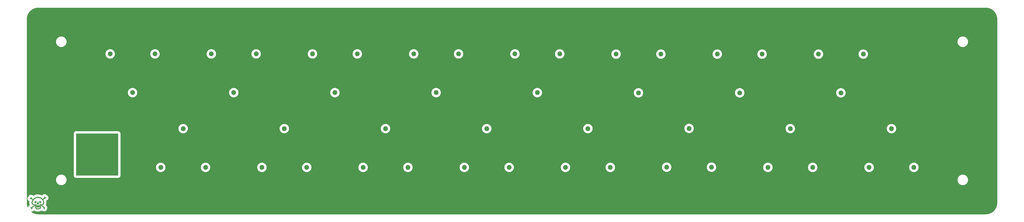
<source format=gtl>
G04 #@! TF.GenerationSoftware,KiCad,Pcbnew,7.0.2*
G04 #@! TF.CreationDate,2024-02-27T13:18:42-06:00*
G04 #@! TF.ProjectId,CapBankBreakout,43617042-616e-46b4-9272-65616b6f7574,rev?*
G04 #@! TF.SameCoordinates,Original*
G04 #@! TF.FileFunction,Copper,L1,Top*
G04 #@! TF.FilePolarity,Positive*
%FSLAX46Y46*%
G04 Gerber Fmt 4.6, Leading zero omitted, Abs format (unit mm)*
G04 Created by KiCad (PCBNEW 7.0.2) date 2024-02-27 13:18:42*
%MOMM*%
%LPD*%
G01*
G04 APERTURE LIST*
G04 #@! TA.AperFunction,EtchedComponent*
%ADD10C,0.381000*%
G04 #@! TD*
G04 #@! TA.AperFunction,ComponentPad*
%ADD11R,18.288000X18.288000*%
G04 #@! TD*
G04 #@! TA.AperFunction,ComponentPad*
%ADD12R,2.082800X2.082800*%
G04 #@! TD*
G04 #@! TA.AperFunction,ComponentPad*
%ADD13C,2.082800*%
G04 #@! TD*
G04 APERTURE END LIST*
D10*
X106883000Y-188034559D02*
X106502000Y-188161559D01*
X106883000Y-188034559D02*
X106883000Y-187653559D01*
X107137000Y-192098559D02*
X106756000Y-192098559D01*
X107137000Y-192098559D02*
X107137000Y-192606559D01*
X107264000Y-189812559D02*
X107391000Y-189304559D01*
X107264000Y-190066559D02*
X107264000Y-189812559D01*
X107264000Y-190066559D02*
X107391000Y-190320559D01*
X107391000Y-188415559D02*
X106883000Y-188034559D01*
X107391000Y-189304559D02*
X107645000Y-188669559D01*
X107391000Y-190320559D02*
X107518000Y-190574559D01*
X107518000Y-190574559D02*
X108026000Y-190701559D01*
X107645000Y-188669559D02*
X108153000Y-188161559D01*
X108026000Y-190701559D02*
X108661000Y-190828559D01*
X108153000Y-188161559D02*
X108788000Y-187780559D01*
X108153000Y-191209559D02*
X107137000Y-192098559D01*
X108661000Y-190828559D02*
X109042000Y-190828559D01*
X108788000Y-187780559D02*
X109423000Y-187526559D01*
X108788000Y-191590559D02*
X108788000Y-190828559D01*
X108788000Y-191971559D02*
X108788000Y-191590559D01*
X108788000Y-191971559D02*
X108915000Y-192225559D01*
X108915000Y-192225559D02*
X109169000Y-192479559D01*
X109169000Y-192479559D02*
X109550000Y-192606559D01*
X109296000Y-191209559D02*
X110439000Y-191209559D01*
X109296000Y-191717559D02*
X109296000Y-191209559D01*
X109423000Y-187526559D02*
X109931000Y-187526559D01*
X109550000Y-190447559D02*
X109804000Y-189685559D01*
X109804000Y-189685559D02*
X110058000Y-190447559D01*
X109931000Y-187526559D02*
X110566000Y-187653559D01*
X109931000Y-191336559D02*
X109931000Y-191590559D01*
X109931000Y-192606559D02*
X109550000Y-192606559D01*
X110058000Y-190447559D02*
X109550000Y-190447559D01*
X110439000Y-191209559D02*
X110439000Y-191717559D01*
X110439000Y-191717559D02*
X109296000Y-191717559D01*
X110439000Y-192479559D02*
X109931000Y-192606559D01*
X110566000Y-187653559D02*
X111201000Y-187907559D01*
X110820000Y-192352559D02*
X110439000Y-192479559D01*
X110947000Y-190828559D02*
X110947000Y-191590559D01*
X110947000Y-191590559D02*
X110947000Y-191971559D01*
X110947000Y-191971559D02*
X110820000Y-192352559D01*
X111074000Y-190828559D02*
X110693000Y-190828559D01*
X111201000Y-187907559D02*
X111709000Y-188415559D01*
X111455000Y-190828559D02*
X111074000Y-190828559D01*
X111582000Y-191209559D02*
X112471000Y-192098559D01*
X111709000Y-188415559D02*
X111963000Y-188796559D01*
X111963000Y-188796559D02*
X112217000Y-189304559D01*
X111963000Y-190574559D02*
X111455000Y-190828559D01*
X112090000Y-188415559D02*
X112725000Y-187907559D01*
X112217000Y-189304559D02*
X112344000Y-189685559D01*
X112217000Y-190447559D02*
X111963000Y-190574559D01*
X112344000Y-189685559D02*
X112344000Y-190066559D01*
X112344000Y-190066559D02*
X112217000Y-190447559D01*
X112471000Y-192098559D02*
X112471000Y-192479559D01*
X112471000Y-192098559D02*
X112725000Y-192098559D01*
X112471000Y-192479559D02*
X112598000Y-192479559D01*
X112725000Y-187907559D02*
X112725000Y-187399559D01*
X112725000Y-187907559D02*
X113233000Y-187780559D01*
X109071981Y-189685559D02*
G75*
G03*
X109071981Y-189685559I-283981J0D01*
G01*
X111103981Y-189685559D02*
G75*
G03*
X111103981Y-189685559I-283981J0D01*
G01*
D11*
X135585000Y-168965000D03*
D12*
X216994998Y-180175709D03*
D13*
X216994998Y-157675709D03*
X226737784Y-174550709D03*
X207252212Y-174550709D03*
D12*
X282994998Y-119495409D03*
D13*
X282994998Y-141995409D03*
X273252212Y-125120409D03*
X292737784Y-125120409D03*
D12*
X172994998Y-180175709D03*
D13*
X172994998Y-157675709D03*
X182737784Y-174550709D03*
X163252212Y-174550709D03*
D12*
X436994998Y-180175709D03*
D13*
X436994998Y-157675709D03*
X446737784Y-174550709D03*
X427252212Y-174550709D03*
D12*
X458994998Y-119585559D03*
D13*
X458994998Y-142085559D03*
X449252212Y-125210559D03*
X468737784Y-125210559D03*
D12*
X150994998Y-119495409D03*
D13*
X150994998Y-141995409D03*
X141252212Y-125120409D03*
X160737784Y-125120409D03*
D12*
X326994998Y-119495409D03*
D13*
X326994998Y-141995409D03*
X317252212Y-125120409D03*
X336737784Y-125120409D03*
D12*
X392994998Y-180085559D03*
D13*
X392994998Y-157585559D03*
X402737784Y-174460559D03*
X383252212Y-174460559D03*
D12*
X370994998Y-119585559D03*
D13*
X370994998Y-142085559D03*
X361252212Y-125210559D03*
X380737784Y-125210559D03*
D12*
X238994998Y-119495409D03*
D13*
X238994998Y-141995409D03*
X229252212Y-125120409D03*
X248737784Y-125120409D03*
D12*
X480994998Y-180175709D03*
D13*
X480994998Y-157675709D03*
X490737784Y-174550709D03*
X471252212Y-174550709D03*
D12*
X304994998Y-180175709D03*
D13*
X304994998Y-157675709D03*
X314737784Y-174550709D03*
X295252212Y-174550709D03*
D12*
X260994998Y-180175709D03*
D13*
X260994998Y-157675709D03*
X270737784Y-174550709D03*
X251252212Y-174550709D03*
D12*
X194994998Y-119495409D03*
D13*
X194994998Y-141995409D03*
X185252212Y-125120409D03*
X204737784Y-125120409D03*
D12*
X348994998Y-180175709D03*
D13*
X348994998Y-157675709D03*
X358737784Y-174550709D03*
X339252212Y-174550709D03*
D11*
X496265000Y-130865000D03*
D12*
X414994998Y-119585559D03*
D13*
X414994998Y-142085559D03*
X405252212Y-125210559D03*
X424737784Y-125210559D03*
G04 #@! TA.AperFunction,Conductor*
G36*
X522002562Y-105000605D02*
G01*
X522217318Y-105009488D01*
X522413453Y-105018052D01*
X522423332Y-105018882D01*
X522636792Y-105045489D01*
X522834966Y-105071580D01*
X522844166Y-105073147D01*
X523054202Y-105117187D01*
X523250400Y-105160684D01*
X523258889Y-105162886D01*
X523464544Y-105224112D01*
X523656707Y-105284702D01*
X523664446Y-105287428D01*
X523863363Y-105365046D01*
X523865513Y-105365911D01*
X524051024Y-105442752D01*
X524057972Y-105445886D01*
X524225903Y-105527982D01*
X524249587Y-105539561D01*
X524252383Y-105540972D01*
X524430420Y-105633652D01*
X524436636Y-105637118D01*
X524619793Y-105746255D01*
X524622929Y-105748187D01*
X524686491Y-105788681D01*
X524792282Y-105856078D01*
X524797710Y-105859741D01*
X524971184Y-105983599D01*
X524974616Y-105986140D01*
X525133912Y-106108372D01*
X525138567Y-106112126D01*
X525301226Y-106249891D01*
X525304838Y-106253072D01*
X525452925Y-106388769D01*
X525456807Y-106392486D01*
X525607512Y-106543191D01*
X525611232Y-106547076D01*
X525746921Y-106695155D01*
X525750107Y-106698772D01*
X525887872Y-106861431D01*
X525891626Y-106866086D01*
X526013858Y-107025382D01*
X526016399Y-107028814D01*
X526140257Y-107202288D01*
X526143920Y-107207716D01*
X526251800Y-107377052D01*
X526253743Y-107380205D01*
X526362880Y-107563362D01*
X526366346Y-107569578D01*
X526459026Y-107747615D01*
X526460437Y-107750411D01*
X526554099Y-107941997D01*
X526557260Y-107949005D01*
X526634051Y-108134395D01*
X526635008Y-108136774D01*
X526712559Y-108335523D01*
X526715302Y-108343309D01*
X526775899Y-108535496D01*
X526837107Y-108741089D01*
X526839320Y-108749623D01*
X526882818Y-108945826D01*
X526926845Y-109155804D01*
X526928422Y-109165060D01*
X526954524Y-109363318D01*
X526981114Y-109576643D01*
X526981948Y-109586570D01*
X526990513Y-109782728D01*
X526999394Y-109997438D01*
X526999500Y-110002562D01*
X526999500Y-189997437D01*
X526999394Y-190002562D01*
X526990513Y-190217271D01*
X526981948Y-190413427D01*
X526981114Y-190423355D01*
X526954524Y-190636679D01*
X526928423Y-190834936D01*
X526926845Y-190844195D01*
X526882818Y-191054173D01*
X526839320Y-191250374D01*
X526837106Y-191258912D01*
X526775899Y-191464503D01*
X526715301Y-191656693D01*
X526712561Y-191664470D01*
X526635008Y-191863224D01*
X526634051Y-191865603D01*
X526557260Y-192050993D01*
X526554099Y-192058001D01*
X526460437Y-192249587D01*
X526459026Y-192252383D01*
X526366346Y-192430420D01*
X526362880Y-192436636D01*
X526253743Y-192619793D01*
X526251800Y-192622946D01*
X526143920Y-192792282D01*
X526140257Y-192797710D01*
X526016399Y-192971184D01*
X526013858Y-192974616D01*
X525891626Y-193133912D01*
X525887872Y-193138567D01*
X525750107Y-193301226D01*
X525746908Y-193304858D01*
X525611254Y-193452899D01*
X525607512Y-193456807D01*
X525456807Y-193607512D01*
X525452899Y-193611254D01*
X525304858Y-193746908D01*
X525301226Y-193750107D01*
X525138567Y-193887872D01*
X525133912Y-193891626D01*
X524974616Y-194013858D01*
X524971184Y-194016399D01*
X524797710Y-194140257D01*
X524792282Y-194143920D01*
X524622946Y-194251800D01*
X524619793Y-194253743D01*
X524436636Y-194362880D01*
X524430420Y-194366346D01*
X524252383Y-194459026D01*
X524249587Y-194460437D01*
X524058001Y-194554099D01*
X524050993Y-194557260D01*
X523865603Y-194634051D01*
X523863224Y-194635008D01*
X523664475Y-194712559D01*
X523656689Y-194715302D01*
X523464503Y-194775899D01*
X523258909Y-194837107D01*
X523250375Y-194839320D01*
X523054173Y-194882818D01*
X522844194Y-194926845D01*
X522834938Y-194928422D01*
X522636681Y-194954524D01*
X522423355Y-194981114D01*
X522413428Y-194981948D01*
X522217271Y-194990513D01*
X522002563Y-194999394D01*
X521997438Y-194999500D01*
X110002562Y-194999500D01*
X109997437Y-194999394D01*
X109782728Y-194990513D01*
X109586571Y-194981948D01*
X109576643Y-194981114D01*
X109363320Y-194954524D01*
X109165062Y-194928423D01*
X109155803Y-194926845D01*
X108945826Y-194882818D01*
X108749624Y-194839321D01*
X108741086Y-194837106D01*
X108535496Y-194775899D01*
X108343305Y-194715301D01*
X108335528Y-194712561D01*
X108206985Y-194662404D01*
X108136734Y-194634991D01*
X108134395Y-194634051D01*
X107949005Y-194557260D01*
X107941997Y-194554099D01*
X107750411Y-194460437D01*
X107747615Y-194459026D01*
X107569578Y-194366346D01*
X107563362Y-194362880D01*
X107380205Y-194253743D01*
X107377052Y-194251800D01*
X107207716Y-194143920D01*
X107202289Y-194140257D01*
X107037326Y-194022476D01*
X106994204Y-193967501D01*
X106987649Y-193897940D01*
X107019743Y-193835877D01*
X107080296Y-193801018D01*
X107109379Y-193797559D01*
X107247360Y-193797559D01*
X107247362Y-193797559D01*
X107464329Y-193757001D01*
X107670149Y-193677266D01*
X107857812Y-193561069D01*
X108020930Y-193412368D01*
X108105624Y-193300214D01*
X108161731Y-193258580D01*
X108231443Y-193253887D01*
X108292114Y-193287117D01*
X108327158Y-193322046D01*
X108365768Y-193360656D01*
X108366333Y-193361125D01*
X108367080Y-193361837D01*
X108406392Y-193401020D01*
X108446437Y-193428354D01*
X108455739Y-193435366D01*
X108493039Y-193466340D01*
X108493041Y-193466341D01*
X108537287Y-193490986D01*
X108546849Y-193496895D01*
X108588695Y-193525459D01*
X108633074Y-193544966D01*
X108643510Y-193550152D01*
X108663106Y-193561067D01*
X108685869Y-193573746D01*
X108738454Y-193591370D01*
X108739473Y-193591737D01*
X108740139Y-193592030D01*
X108783583Y-193606511D01*
X108791857Y-193609269D01*
X108904839Y-193647137D01*
X108906928Y-193647626D01*
X109085753Y-193707233D01*
X109101810Y-193713870D01*
X109117918Y-193721891D01*
X109195896Y-193744077D01*
X109201133Y-193745693D01*
X109225606Y-193753852D01*
X109228409Y-193754506D01*
X109228408Y-193754506D01*
X109248597Y-193759219D01*
X109254318Y-193760699D01*
X109330217Y-193782295D01*
X109350301Y-193784156D01*
X109367051Y-193786873D01*
X109386704Y-193791462D01*
X109465526Y-193794974D01*
X109471439Y-193795381D01*
X109492069Y-193797293D01*
X109492074Y-193797293D01*
X109494941Y-193797559D01*
X109520709Y-193797559D01*
X109526230Y-193797681D01*
X109550794Y-193798777D01*
X109607209Y-193801292D01*
X109607209Y-193801291D01*
X109607210Y-193801292D01*
X109625026Y-193798776D01*
X109642360Y-193797559D01*
X109909811Y-193797559D01*
X109913805Y-193797622D01*
X110002937Y-193800496D01*
X110072922Y-193789733D01*
X110080282Y-193788827D01*
X110150783Y-193782295D01*
X110236557Y-193757889D01*
X110240387Y-193756865D01*
X110718846Y-193637252D01*
X110763394Y-193626852D01*
X110767703Y-193625415D01*
X110776867Y-193622746D01*
X110781275Y-193621645D01*
X110824417Y-193606511D01*
X111141029Y-193500973D01*
X111151642Y-193497954D01*
X111201976Y-193486028D01*
X111201976Y-193486027D01*
X111201980Y-193486027D01*
X111300910Y-193442150D01*
X111400305Y-193398459D01*
X111400304Y-193398459D01*
X111402116Y-193397663D01*
X111418982Y-193386069D01*
X111492927Y-193335235D01*
X111494194Y-193334369D01*
X111560639Y-193312785D01*
X111628212Y-193330552D01*
X111655808Y-193353197D01*
X111663185Y-193361288D01*
X111665191Y-193363489D01*
X111704745Y-193393359D01*
X111713555Y-193400675D01*
X111742858Y-193427387D01*
X111750188Y-193434069D01*
X111792333Y-193460164D01*
X111801768Y-193466628D01*
X111821030Y-193481173D01*
X111841333Y-193496505D01*
X111850310Y-193500975D01*
X111885700Y-193518598D01*
X111895697Y-193524165D01*
X111929288Y-193544964D01*
X111937853Y-193550267D01*
X111984083Y-193568177D01*
X111994552Y-193572799D01*
X112031841Y-193591367D01*
X112038920Y-193594892D01*
X112086582Y-193608453D01*
X112097440Y-193612092D01*
X112131848Y-193625421D01*
X112143671Y-193630001D01*
X112192424Y-193639114D01*
X112203527Y-193641726D01*
X112251217Y-193655295D01*
X112300577Y-193659868D01*
X112311888Y-193661445D01*
X112360638Y-193670559D01*
X112360640Y-193670559D01*
X112650187Y-193670559D01*
X112653059Y-193670559D01*
X112792057Y-193657678D01*
X112817785Y-193655295D01*
X113030080Y-193594892D01*
X113072549Y-193573745D01*
X113227667Y-193496505D01*
X113403809Y-193363489D01*
X113405816Y-193361288D01*
X113511643Y-193245200D01*
X113552510Y-193200371D01*
X113668707Y-193012708D01*
X113748442Y-192806888D01*
X113770651Y-192688074D01*
X113787112Y-192645587D01*
X113795707Y-192631708D01*
X113875442Y-192425888D01*
X113916000Y-192208921D01*
X113916000Y-191988197D01*
X113875442Y-191771230D01*
X113795707Y-191565410D01*
X113733227Y-191464503D01*
X113679508Y-191377744D01*
X113530810Y-191214629D01*
X113347435Y-191076151D01*
X113305799Y-191020042D01*
X113301108Y-190950330D01*
X113311068Y-190922114D01*
X113333043Y-190877801D01*
X113354812Y-190800806D01*
X113356469Y-190795423D01*
X113444674Y-190530804D01*
X113451314Y-190514742D01*
X113459332Y-190498641D01*
X113472603Y-190451997D01*
X113481518Y-190420660D01*
X113483139Y-190415411D01*
X113491293Y-190390953D01*
X113496658Y-190367969D01*
X113498146Y-190362219D01*
X113504332Y-190340478D01*
X113519736Y-190286342D01*
X113521597Y-190266255D01*
X113524315Y-190249505D01*
X113528903Y-190229855D01*
X113532416Y-190151028D01*
X113532822Y-190145117D01*
X113534734Y-190124486D01*
X113535000Y-190121618D01*
X113535000Y-190095849D01*
X113535123Y-190090327D01*
X113538733Y-190009350D01*
X113536217Y-189991526D01*
X113535000Y-189974193D01*
X113535000Y-189777918D01*
X113536218Y-189760581D01*
X113538733Y-189742768D01*
X113535123Y-189661789D01*
X113535000Y-189656266D01*
X113535000Y-189633368D01*
X113535000Y-189630500D01*
X113534734Y-189627628D01*
X113532822Y-189606998D01*
X113532415Y-189601072D01*
X113528903Y-189522263D01*
X113524314Y-189502610D01*
X113521597Y-189485860D01*
X113519736Y-189465777D01*
X113519736Y-189465776D01*
X113498140Y-189389877D01*
X113496660Y-189384156D01*
X113491947Y-189363967D01*
X113491293Y-189361165D01*
X113483134Y-189336692D01*
X113481512Y-189331436D01*
X113473782Y-189304268D01*
X113459332Y-189253477D01*
X113451311Y-189237369D01*
X113444673Y-189221308D01*
X113419979Y-189147224D01*
X113405166Y-189102788D01*
X113402642Y-189032966D01*
X113438267Y-188972861D01*
X113492728Y-188943281D01*
X113575275Y-188922645D01*
X113731378Y-188867885D01*
X113922688Y-188757795D01*
X114090512Y-188614425D01*
X114229134Y-188442660D01*
X114333833Y-188248347D01*
X114401046Y-188038105D01*
X114408884Y-187975529D01*
X114428481Y-187819097D01*
X114426100Y-187779579D01*
X114415206Y-187598766D01*
X114361673Y-187384632D01*
X114269703Y-187183980D01*
X114206066Y-187093812D01*
X114142432Y-187003646D01*
X114142430Y-187003644D01*
X113984188Y-186849766D01*
X113984185Y-186849764D01*
X113984184Y-186849763D01*
X113800364Y-186727583D01*
X113697786Y-186683993D01*
X113647329Y-186644598D01*
X113608929Y-186593749D01*
X113445814Y-186445050D01*
X113258150Y-186328852D01*
X113052329Y-186249117D01*
X113052328Y-186249117D01*
X112835362Y-186208559D01*
X112614638Y-186208559D01*
X112469993Y-186235597D01*
X112397670Y-186249117D01*
X112191849Y-186328852D01*
X112004185Y-186445050D01*
X111841070Y-186593748D01*
X111731638Y-186738661D01*
X111675529Y-186780297D01*
X111605817Y-186784988D01*
X111586631Y-186779065D01*
X111065800Y-186570732D01*
X111055189Y-186565897D01*
X111012096Y-186543758D01*
X110958939Y-186527906D01*
X110957879Y-186527564D01*
X110957205Y-186527295D01*
X110905506Y-186511973D01*
X110853564Y-186496485D01*
X110852848Y-186496341D01*
X110851754Y-186496043D01*
X110798598Y-186480290D01*
X110750398Y-186475292D01*
X110738871Y-186473545D01*
X110216046Y-186368980D01*
X110206432Y-186366655D01*
X110150783Y-186350822D01*
X110048386Y-186341334D01*
X110047494Y-186341240D01*
X109946066Y-186330552D01*
X109946064Y-186330552D01*
X109888397Y-186335164D01*
X109878512Y-186335559D01*
X109476602Y-186335559D01*
X109466508Y-186335147D01*
X109464055Y-186334946D01*
X109409955Y-186330527D01*
X109306626Y-186341240D01*
X109199466Y-186351170D01*
X109194018Y-186352219D01*
X109090832Y-186382799D01*
X108990913Y-186411228D01*
X108940107Y-186436526D01*
X108930890Y-186440656D01*
X108417354Y-186646070D01*
X108403568Y-186650667D01*
X108371551Y-186659295D01*
X108312093Y-186687870D01*
X108304450Y-186691232D01*
X108297203Y-186694131D01*
X108297187Y-186694138D01*
X108294553Y-186695192D01*
X108292026Y-186696484D01*
X108292008Y-186696493D01*
X108260101Y-186712817D01*
X108257344Y-186714184D01*
X108225030Y-186729715D01*
X108225012Y-186729724D01*
X108222448Y-186730957D01*
X108220010Y-186732419D01*
X108219987Y-186732432D01*
X108213289Y-186736451D01*
X108205980Y-186740507D01*
X108147279Y-186770540D01*
X108121040Y-186790807D01*
X108109040Y-186799000D01*
X107943851Y-186898114D01*
X107876237Y-186915726D01*
X107809835Y-186893988D01*
X107781100Y-186866513D01*
X107766930Y-186847750D01*
X107603814Y-186699050D01*
X107416150Y-186582852D01*
X107210329Y-186503117D01*
X107178066Y-186497086D01*
X106993362Y-186462559D01*
X106772638Y-186462559D01*
X106627993Y-186489597D01*
X106555670Y-186503117D01*
X106349849Y-186582852D01*
X106162185Y-186699050D01*
X105999070Y-186847748D01*
X105866055Y-187023890D01*
X105782582Y-187191523D01*
X105747414Y-187231872D01*
X105747529Y-187231988D01*
X105745887Y-187233624D01*
X105741500Y-187238658D01*
X105739395Y-187240094D01*
X105583060Y-187395916D01*
X105458019Y-187577809D01*
X105368531Y-187779581D01*
X105317642Y-187994355D01*
X105307083Y-188214827D01*
X105311703Y-188248347D01*
X105337219Y-188433488D01*
X105407018Y-188642885D01*
X105514105Y-188835892D01*
X105654835Y-189005936D01*
X105824413Y-189147224D01*
X106017066Y-189254948D01*
X106054962Y-189267718D01*
X106112204Y-189307781D01*
X106138699Y-189372432D01*
X106135659Y-189415300D01*
X106113696Y-189503151D01*
X106112665Y-189507008D01*
X106088263Y-189592774D01*
X106081731Y-189663266D01*
X106080820Y-189670669D01*
X106070063Y-189740623D01*
X106072936Y-189829752D01*
X106073000Y-189833747D01*
X106073000Y-189945802D01*
X106072803Y-189947946D01*
X106072819Y-189958160D01*
X106072820Y-189958160D01*
X106073000Y-190067309D01*
X106073000Y-190121618D01*
X106073066Y-190122335D01*
X106073092Y-190123412D01*
X106073183Y-190178885D01*
X106082170Y-190226522D01*
X106083790Y-190238066D01*
X106088263Y-190286344D01*
X106102124Y-190335057D01*
X106104709Y-190346004D01*
X106113188Y-190390953D01*
X106114100Y-190395784D01*
X106131686Y-190440957D01*
X106135396Y-190451997D01*
X106145418Y-190487220D01*
X106148668Y-190498641D01*
X106164685Y-190530809D01*
X106173392Y-190548295D01*
X106173851Y-190549271D01*
X106174114Y-190549944D01*
X106175034Y-190551784D01*
X106175042Y-190551801D01*
X106198388Y-190598493D01*
X106251607Y-190705369D01*
X106252740Y-190707196D01*
X106301112Y-190803940D01*
X106301114Y-190803944D01*
X106310588Y-190822891D01*
X106316611Y-190834937D01*
X106321240Y-190844195D01*
X106321886Y-190845488D01*
X106334261Y-190914253D01*
X106307493Y-190978792D01*
X106266249Y-191011942D01*
X106126333Y-191081612D01*
X105950189Y-191214629D01*
X105801491Y-191377744D01*
X105685293Y-191565408D01*
X105605558Y-191771230D01*
X105595725Y-191823834D01*
X105564057Y-191886115D01*
X105503744Y-191921388D01*
X105433936Y-191918454D01*
X105376796Y-191878245D01*
X105358319Y-191846124D01*
X105349621Y-191823834D01*
X105287437Y-191664470D01*
X105284698Y-191656696D01*
X105224100Y-191464503D01*
X105162884Y-191258883D01*
X105160678Y-191250375D01*
X105152753Y-191214629D01*
X105117175Y-191054145D01*
X105112925Y-191033875D01*
X105073149Y-190844175D01*
X105071576Y-190834937D01*
X105054759Y-190707196D01*
X105045489Y-190636791D01*
X105018882Y-190423334D01*
X105018052Y-190413455D01*
X105009486Y-190217271D01*
X105000605Y-190002562D01*
X105000500Y-189997439D01*
X105000500Y-180000000D01*
X117708594Y-180000000D01*
X117708859Y-180004043D01*
X117708859Y-180004044D01*
X117715938Y-180112056D01*
X117714502Y-180118468D01*
X117717558Y-180141186D01*
X117718398Y-180149597D01*
X117718839Y-180156320D01*
X117719105Y-180164436D01*
X117719105Y-180182949D01*
X117721060Y-180190199D01*
X117728197Y-180299089D01*
X117728986Y-180303058D01*
X117728988Y-180303069D01*
X117750727Y-180412356D01*
X117750063Y-180419766D01*
X117756708Y-180444023D01*
X117758730Y-180452587D01*
X117760154Y-180459745D01*
X117761430Y-180467410D01*
X117763567Y-180483302D01*
X117765999Y-180489133D01*
X117786672Y-180593060D01*
X117787972Y-180596891D01*
X117787976Y-180596904D01*
X117824823Y-180705449D01*
X117825168Y-180713745D01*
X117835765Y-180738734D01*
X117839025Y-180747288D01*
X117841738Y-180755281D01*
X117843912Y-180762375D01*
X117847396Y-180775093D01*
X117849963Y-180779510D01*
X117881709Y-180873032D01*
X117881713Y-180873042D01*
X117883017Y-180876883D01*
X117884810Y-180880519D01*
X117884813Y-180880526D01*
X117936930Y-180986208D01*
X117938498Y-180995208D01*
X117953222Y-181020067D01*
X117957748Y-181028422D01*
X117962299Y-181037652D01*
X117965242Y-181044076D01*
X117969123Y-181053227D01*
X117971487Y-181056283D01*
X118015584Y-181145703D01*
X118017835Y-181149072D01*
X118017838Y-181149077D01*
X118085098Y-181249738D01*
X118088075Y-181259245D01*
X118106959Y-181283159D01*
X118112748Y-181291120D01*
X118119835Y-181301727D01*
X118123419Y-181307419D01*
X118126584Y-181312762D01*
X118128434Y-181314596D01*
X118182105Y-181394920D01*
X118184780Y-181397970D01*
X118184786Y-181397978D01*
X118266733Y-181491420D01*
X118271268Y-181501196D01*
X118294200Y-181523374D01*
X118301226Y-181530751D01*
X118311731Y-181542730D01*
X118315816Y-181547637D01*
X118317010Y-181549149D01*
X118318054Y-181549940D01*
X118379731Y-181620269D01*
X118469718Y-181699186D01*
X118478670Y-181707036D01*
X118484868Y-181716808D01*
X118511554Y-181736470D01*
X118519761Y-181743072D01*
X118534752Y-181756219D01*
X118536756Y-181758065D01*
X118537039Y-181758225D01*
X118605080Y-181817895D01*
X118608462Y-181820154D01*
X118608461Y-181820154D01*
X118717200Y-181892811D01*
X118725120Y-181902288D01*
X118755174Y-181918758D01*
X118764468Y-181924394D01*
X118854297Y-181984416D01*
X118857935Y-181986210D01*
X118857937Y-181986211D01*
X118978151Y-182045494D01*
X118987808Y-182054378D01*
X119020732Y-182067059D01*
X119031010Y-182071561D01*
X119123117Y-182116983D01*
X119126965Y-182118289D01*
X119126967Y-182118290D01*
X119256973Y-182162421D01*
X119268320Y-182170399D01*
X119303495Y-182178782D01*
X119314592Y-182181980D01*
X119406940Y-182213328D01*
X119548793Y-182241544D01*
X119561743Y-182248318D01*
X119598512Y-182252017D01*
X119610276Y-182253774D01*
X119700911Y-182271803D01*
X119848488Y-182281475D01*
X119862896Y-182286751D01*
X119900533Y-182285493D01*
X119912789Y-182285690D01*
X119995943Y-182291141D01*
X119995957Y-182291141D01*
X120000000Y-182291406D01*
X120150848Y-182281519D01*
X120166519Y-182285025D01*
X120204260Y-182278660D01*
X120216773Y-182277198D01*
X120299089Y-182271803D01*
X120450580Y-182241669D01*
X120467277Y-182243163D01*
X120504364Y-182231659D01*
X120516908Y-182228475D01*
X120593060Y-182213328D01*
X120742426Y-182162624D01*
X120759869Y-182161897D01*
X120795526Y-182145351D01*
X120807847Y-182140417D01*
X120876883Y-182116983D01*
X121021307Y-182045760D01*
X121039176Y-182042646D01*
X121072660Y-182021271D01*
X121084525Y-182014585D01*
X121145703Y-181984416D01*
X121282334Y-181893121D01*
X121300283Y-181887501D01*
X121330887Y-181861627D01*
X121342032Y-181853233D01*
X121394920Y-181817895D01*
X121520937Y-181707380D01*
X121538599Y-181699186D01*
X121565691Y-181669232D01*
X121575885Y-181659192D01*
X121620269Y-181620269D01*
X121732960Y-181491768D01*
X121749945Y-181480995D01*
X121772948Y-181447487D01*
X121781951Y-181435906D01*
X121817895Y-181394920D01*
X121914688Y-181250058D01*
X121930612Y-181236749D01*
X121949040Y-181200282D01*
X121956612Y-181187314D01*
X121984416Y-181145703D01*
X122062933Y-180986485D01*
X122077408Y-180970751D01*
X122090869Y-180931986D01*
X122096790Y-180917828D01*
X122116983Y-180876883D01*
X122175106Y-180705655D01*
X122187762Y-180687657D01*
X122195964Y-180647305D01*
X122200054Y-180632162D01*
X122213328Y-180593060D01*
X122271803Y-180299089D01*
X122291406Y-180000000D01*
X509708594Y-180000000D01*
X509708859Y-180004043D01*
X509708859Y-180004044D01*
X509715938Y-180112056D01*
X509714502Y-180118468D01*
X509717558Y-180141186D01*
X509718398Y-180149597D01*
X509718838Y-180156305D01*
X509719104Y-180164421D01*
X509719104Y-180182944D01*
X509721060Y-180190199D01*
X509728197Y-180299089D01*
X509728986Y-180303058D01*
X509728988Y-180303069D01*
X509750727Y-180412356D01*
X509750063Y-180419766D01*
X509756708Y-180444023D01*
X509758730Y-180452587D01*
X509760154Y-180459745D01*
X509761430Y-180467410D01*
X509763567Y-180483302D01*
X509765999Y-180489133D01*
X509786672Y-180593060D01*
X509787972Y-180596891D01*
X509787976Y-180596904D01*
X509824823Y-180705449D01*
X509825168Y-180713745D01*
X509835765Y-180738734D01*
X509839025Y-180747288D01*
X509841738Y-180755281D01*
X509843912Y-180762375D01*
X509847396Y-180775093D01*
X509849963Y-180779510D01*
X509881709Y-180873032D01*
X509881713Y-180873042D01*
X509883017Y-180876883D01*
X509884810Y-180880519D01*
X509884813Y-180880526D01*
X509936930Y-180986208D01*
X509938498Y-180995208D01*
X509953222Y-181020067D01*
X509957748Y-181028422D01*
X509962299Y-181037652D01*
X509965242Y-181044076D01*
X509969123Y-181053227D01*
X509971487Y-181056283D01*
X510015584Y-181145703D01*
X510017835Y-181149072D01*
X510017838Y-181149077D01*
X510085098Y-181249738D01*
X510088075Y-181259245D01*
X510106959Y-181283159D01*
X510112748Y-181291120D01*
X510119835Y-181301727D01*
X510123419Y-181307419D01*
X510126584Y-181312762D01*
X510128434Y-181314596D01*
X510182105Y-181394920D01*
X510184780Y-181397970D01*
X510184786Y-181397978D01*
X510266733Y-181491420D01*
X510271268Y-181501196D01*
X510294200Y-181523374D01*
X510301226Y-181530751D01*
X510311731Y-181542730D01*
X510315816Y-181547637D01*
X510317010Y-181549149D01*
X510318054Y-181549940D01*
X510379731Y-181620269D01*
X510469718Y-181699186D01*
X510478670Y-181707036D01*
X510484868Y-181716808D01*
X510511554Y-181736470D01*
X510519761Y-181743072D01*
X510534752Y-181756219D01*
X510536756Y-181758065D01*
X510537039Y-181758225D01*
X510605080Y-181817895D01*
X510608462Y-181820154D01*
X510608461Y-181820154D01*
X510717200Y-181892811D01*
X510725120Y-181902288D01*
X510755174Y-181918758D01*
X510764468Y-181924394D01*
X510854297Y-181984416D01*
X510857935Y-181986210D01*
X510857937Y-181986211D01*
X510978151Y-182045494D01*
X510987808Y-182054378D01*
X511020732Y-182067059D01*
X511031010Y-182071561D01*
X511123117Y-182116983D01*
X511126965Y-182118289D01*
X511126967Y-182118290D01*
X511256973Y-182162421D01*
X511268320Y-182170399D01*
X511303495Y-182178782D01*
X511314592Y-182181980D01*
X511406940Y-182213328D01*
X511548793Y-182241544D01*
X511561743Y-182248318D01*
X511598512Y-182252017D01*
X511610276Y-182253774D01*
X511700911Y-182271803D01*
X511848488Y-182281475D01*
X511862896Y-182286751D01*
X511900533Y-182285493D01*
X511912789Y-182285690D01*
X511995943Y-182291141D01*
X511995957Y-182291141D01*
X512000000Y-182291406D01*
X512150848Y-182281519D01*
X512166519Y-182285025D01*
X512204260Y-182278660D01*
X512216773Y-182277198D01*
X512299089Y-182271803D01*
X512450580Y-182241669D01*
X512467277Y-182243163D01*
X512504364Y-182231659D01*
X512516908Y-182228475D01*
X512593060Y-182213328D01*
X512742426Y-182162624D01*
X512759869Y-182161897D01*
X512795526Y-182145351D01*
X512807847Y-182140417D01*
X512876883Y-182116983D01*
X513021307Y-182045760D01*
X513039176Y-182042646D01*
X513072660Y-182021271D01*
X513084525Y-182014585D01*
X513145703Y-181984416D01*
X513282334Y-181893121D01*
X513300283Y-181887501D01*
X513330887Y-181861627D01*
X513342032Y-181853233D01*
X513394920Y-181817895D01*
X513520937Y-181707380D01*
X513538599Y-181699186D01*
X513565691Y-181669232D01*
X513575885Y-181659192D01*
X513620269Y-181620269D01*
X513732960Y-181491768D01*
X513749945Y-181480995D01*
X513772948Y-181447487D01*
X513781951Y-181435906D01*
X513817895Y-181394920D01*
X513914688Y-181250058D01*
X513930612Y-181236749D01*
X513949040Y-181200282D01*
X513956612Y-181187314D01*
X513984416Y-181145703D01*
X514062933Y-180986485D01*
X514077408Y-180970751D01*
X514090869Y-180931986D01*
X514096790Y-180917828D01*
X514116983Y-180876883D01*
X514175106Y-180705655D01*
X514187762Y-180687657D01*
X514195964Y-180647305D01*
X514200054Y-180632162D01*
X514213328Y-180593060D01*
X514271803Y-180299089D01*
X514291406Y-180000000D01*
X514271803Y-179700911D01*
X514213328Y-179406940D01*
X514200056Y-179367842D01*
X514195963Y-179352692D01*
X514189243Y-179319633D01*
X514175108Y-179294348D01*
X514118290Y-179126967D01*
X514118289Y-179126965D01*
X514116983Y-179123117D01*
X514096791Y-179082173D01*
X514090871Y-179068017D01*
X514079781Y-179036080D01*
X514062933Y-179013514D01*
X513986211Y-178857936D01*
X513986207Y-178857930D01*
X513984416Y-178854297D01*
X513956610Y-178812683D01*
X513949042Y-178799721D01*
X513933778Y-178769514D01*
X513914688Y-178749941D01*
X513820154Y-178608461D01*
X513817895Y-178605080D01*
X513781948Y-178564090D01*
X513772950Y-178552515D01*
X513753795Y-178524610D01*
X513732961Y-178508231D01*
X513622942Y-178382779D01*
X513620269Y-178379731D01*
X513575903Y-178340823D01*
X513565698Y-178330773D01*
X513543016Y-178305695D01*
X513520938Y-178292620D01*
X513397978Y-178184786D01*
X513397970Y-178184780D01*
X513394920Y-178182105D01*
X513342060Y-178146785D01*
X513330895Y-178138377D01*
X513305138Y-178116601D01*
X513282333Y-178106877D01*
X513149077Y-178017838D01*
X513149072Y-178017835D01*
X513145703Y-178015584D01*
X513142067Y-178013791D01*
X513142062Y-178013788D01*
X513084547Y-177985425D01*
X513072669Y-177978732D01*
X513044351Y-177960655D01*
X513021309Y-177954240D01*
X512880525Y-177884813D01*
X512880524Y-177884812D01*
X512876883Y-177883017D01*
X512873036Y-177881711D01*
X512807871Y-177859590D01*
X512795535Y-177854651D01*
X512765223Y-177840585D01*
X512742426Y-177837375D01*
X512596904Y-177787976D01*
X512596891Y-177787972D01*
X512593060Y-177786672D01*
X512589083Y-177785881D01*
X512589076Y-177785879D01*
X512531408Y-177774408D01*
X512516923Y-177771527D01*
X512504379Y-177768344D01*
X512472690Y-177758514D01*
X512450579Y-177758330D01*
X512303068Y-177728988D01*
X512303060Y-177728987D01*
X512299089Y-177728197D01*
X512295046Y-177727932D01*
X512295031Y-177727930D01*
X512216788Y-177722801D01*
X512204276Y-177721340D01*
X512171878Y-177715875D01*
X512150849Y-177718481D01*
X512000000Y-177708594D01*
X511995957Y-177708859D01*
X511995956Y-177708859D01*
X511912798Y-177714309D01*
X511900546Y-177714505D01*
X511868078Y-177713419D01*
X511848489Y-177718523D01*
X511704968Y-177727930D01*
X511704951Y-177727932D01*
X511700911Y-177728197D01*
X511696943Y-177728986D01*
X511696930Y-177728988D01*
X511610301Y-177746220D01*
X511598523Y-177747980D01*
X511566651Y-177751186D01*
X511548793Y-177758455D01*
X511410920Y-177785880D01*
X511410915Y-177785881D01*
X511406940Y-177786672D01*
X511403106Y-177787973D01*
X511403104Y-177787974D01*
X511314624Y-177818009D01*
X511303513Y-177821211D01*
X511272877Y-177828512D01*
X511256976Y-177837577D01*
X511126963Y-177881711D01*
X511126956Y-177881713D01*
X511123117Y-177883017D01*
X511119487Y-177884807D01*
X511119480Y-177884810D01*
X511031012Y-177928438D01*
X511020737Y-177932939D01*
X510991941Y-177944029D01*
X510978154Y-177954504D01*
X510871939Y-178006883D01*
X510854297Y-178015584D01*
X510850923Y-178017838D01*
X510850915Y-178017843D01*
X510764478Y-178075598D01*
X510755181Y-178081237D01*
X510728774Y-178095708D01*
X510717201Y-178107187D01*
X510623548Y-178169765D01*
X510605080Y-178182105D01*
X510602029Y-178184780D01*
X510602022Y-178184786D01*
X510537040Y-178241774D01*
X510536819Y-178241876D01*
X510534736Y-178243795D01*
X510519764Y-178256924D01*
X510511565Y-178263519D01*
X510488015Y-178280871D01*
X510478671Y-178292962D01*
X510382779Y-178377057D01*
X510382771Y-178377064D01*
X510379731Y-178379731D01*
X510377064Y-178382771D01*
X510377056Y-178382780D01*
X510318053Y-178450060D01*
X510317209Y-178450595D01*
X510315795Y-178452386D01*
X510311712Y-178457291D01*
X510301226Y-178469248D01*
X510294202Y-178476623D01*
X510273881Y-178496275D01*
X510266735Y-178508577D01*
X510184786Y-178602022D01*
X510184780Y-178602029D01*
X510182105Y-178605080D01*
X510179846Y-178608459D01*
X510179845Y-178608462D01*
X510128434Y-178685403D01*
X510126918Y-178686669D01*
X510123403Y-178692604D01*
X510119822Y-178698291D01*
X510112758Y-178708864D01*
X510106969Y-178716826D01*
X510090158Y-178738113D01*
X510085099Y-178750259D01*
X510017836Y-178850925D01*
X510017829Y-178850937D01*
X510015584Y-178854297D01*
X510008059Y-178869556D01*
X509971487Y-178943716D01*
X509969504Y-178945870D01*
X509965238Y-178955931D01*
X509962294Y-178962356D01*
X509957752Y-178971567D01*
X509953229Y-178979917D01*
X509940067Y-179002139D01*
X509936931Y-179013788D01*
X509884816Y-179119467D01*
X509884810Y-179119479D01*
X509883017Y-179123117D01*
X509881713Y-179126956D01*
X509881711Y-179126963D01*
X509849963Y-179220489D01*
X509847739Y-179223651D01*
X509843909Y-179237632D01*
X509841735Y-179244728D01*
X509839025Y-179252711D01*
X509835768Y-179261257D01*
X509826261Y-179283676D01*
X509824824Y-179294548D01*
X509787976Y-179403100D01*
X509786672Y-179406940D01*
X509785882Y-179410907D01*
X509785880Y-179410918D01*
X509765999Y-179510866D01*
X509763782Y-179515102D01*
X509761431Y-179532590D01*
X509760153Y-179540259D01*
X509758730Y-179547411D01*
X509756709Y-179555972D01*
X509750725Y-179577815D01*
X509750727Y-179587642D01*
X509728988Y-179696930D01*
X509728986Y-179696943D01*
X509728197Y-179700911D01*
X509727932Y-179704951D01*
X509727930Y-179704968D01*
X509721059Y-179809799D01*
X509719104Y-179815137D01*
X509719104Y-179835578D01*
X509718838Y-179843697D01*
X509718398Y-179850403D01*
X509717558Y-179858810D01*
X509714797Y-179879336D01*
X509715938Y-179887942D01*
X509708859Y-179995955D01*
X509708594Y-180000000D01*
X122291406Y-180000000D01*
X122271803Y-179700911D01*
X122213328Y-179406940D01*
X122200056Y-179367842D01*
X122195963Y-179352692D01*
X122189243Y-179319633D01*
X122175108Y-179294348D01*
X122118290Y-179126967D01*
X122118289Y-179126965D01*
X122116983Y-179123117D01*
X122096791Y-179082173D01*
X122090871Y-179068017D01*
X122079781Y-179036080D01*
X122062933Y-179013514D01*
X121986211Y-178857936D01*
X121986207Y-178857930D01*
X121984416Y-178854297D01*
X121956610Y-178812683D01*
X121949042Y-178799721D01*
X121933778Y-178769514D01*
X121914688Y-178749941D01*
X121820154Y-178608461D01*
X121817895Y-178605080D01*
X121781948Y-178564090D01*
X121772950Y-178552515D01*
X121753795Y-178524610D01*
X121732961Y-178508231D01*
X121622942Y-178382779D01*
X121620269Y-178379731D01*
X121575903Y-178340823D01*
X121565698Y-178330773D01*
X121543016Y-178305695D01*
X121520938Y-178292620D01*
X121397978Y-178184786D01*
X121397970Y-178184780D01*
X121394920Y-178182105D01*
X121368294Y-178164314D01*
X125440500Y-178164314D01*
X125440501Y-178167036D01*
X125440742Y-178169751D01*
X125440743Y-178169765D01*
X125442257Y-178186791D01*
X125451114Y-178286418D01*
X125477049Y-178377057D01*
X125507091Y-178482050D01*
X125573235Y-178608676D01*
X125601302Y-178662407D01*
X125729891Y-178820109D01*
X125881483Y-178943716D01*
X125887593Y-178948698D01*
X126054877Y-179036080D01*
X126067951Y-179042909D01*
X126263582Y-179098886D01*
X126382963Y-179109500D01*
X144787036Y-179109499D01*
X144906418Y-179098886D01*
X145102049Y-179042909D01*
X145282407Y-178948698D01*
X145440109Y-178820109D01*
X145568698Y-178662407D01*
X145662909Y-178482049D01*
X145718886Y-178286418D01*
X145729500Y-178167037D01*
X145729500Y-174550709D01*
X161205541Y-174550709D01*
X161205830Y-174554933D01*
X161218437Y-174739247D01*
X161224604Y-174829397D01*
X161225463Y-174833535D01*
X161225465Y-174833543D01*
X161263533Y-175016737D01*
X161281437Y-175102894D01*
X161282855Y-175106885D01*
X161282856Y-175106887D01*
X161344279Y-175279717D01*
X161374982Y-175366105D01*
X161376929Y-175369863D01*
X161376931Y-175369867D01*
X161458580Y-175527441D01*
X161503497Y-175614126D01*
X161664586Y-175842338D01*
X161855250Y-176046490D01*
X162071937Y-176222778D01*
X162310610Y-176367918D01*
X162566824Y-176479207D01*
X162778002Y-176538376D01*
X162831724Y-176553429D01*
X162831726Y-176553429D01*
X162835804Y-176554572D01*
X163112542Y-176592609D01*
X163116779Y-176592609D01*
X163387645Y-176592609D01*
X163391882Y-176592609D01*
X163668620Y-176554572D01*
X163937600Y-176479207D01*
X164193814Y-176367918D01*
X164432487Y-176222778D01*
X164649174Y-176046490D01*
X164839838Y-175842338D01*
X165000927Y-175614126D01*
X165129442Y-175366105D01*
X165222987Y-175102894D01*
X165279820Y-174829397D01*
X165298883Y-174550709D01*
X180691113Y-174550709D01*
X180691402Y-174554933D01*
X180704009Y-174739247D01*
X180710176Y-174829397D01*
X180711035Y-174833535D01*
X180711037Y-174833543D01*
X180749105Y-175016737D01*
X180767009Y-175102894D01*
X180768427Y-175106885D01*
X180768428Y-175106887D01*
X180829851Y-175279717D01*
X180860554Y-175366105D01*
X180862501Y-175369863D01*
X180862503Y-175369867D01*
X180944152Y-175527441D01*
X180989069Y-175614126D01*
X181150158Y-175842338D01*
X181340822Y-176046490D01*
X181557509Y-176222778D01*
X181796182Y-176367918D01*
X182052396Y-176479207D01*
X182263574Y-176538376D01*
X182317296Y-176553429D01*
X182317298Y-176553429D01*
X182321376Y-176554572D01*
X182598114Y-176592609D01*
X182602351Y-176592609D01*
X182873217Y-176592609D01*
X182877454Y-176592609D01*
X183154192Y-176554572D01*
X183423172Y-176479207D01*
X183679386Y-176367918D01*
X183918059Y-176222778D01*
X184134746Y-176046490D01*
X184325410Y-175842338D01*
X184486499Y-175614126D01*
X184615014Y-175366105D01*
X184708559Y-175102894D01*
X184765392Y-174829397D01*
X184784455Y-174550709D01*
X205205541Y-174550709D01*
X205205830Y-174554933D01*
X205218437Y-174739247D01*
X205224604Y-174829397D01*
X205225463Y-174833535D01*
X205225465Y-174833543D01*
X205263533Y-175016737D01*
X205281437Y-175102894D01*
X205282855Y-175106885D01*
X205282856Y-175106887D01*
X205344279Y-175279717D01*
X205374982Y-175366105D01*
X205376929Y-175369863D01*
X205376931Y-175369867D01*
X205458580Y-175527441D01*
X205503497Y-175614126D01*
X205664586Y-175842338D01*
X205855250Y-176046490D01*
X206071937Y-176222778D01*
X206310610Y-176367918D01*
X206566824Y-176479207D01*
X206778002Y-176538376D01*
X206831724Y-176553429D01*
X206831726Y-176553429D01*
X206835804Y-176554572D01*
X207112542Y-176592609D01*
X207116779Y-176592609D01*
X207387645Y-176592609D01*
X207391882Y-176592609D01*
X207668620Y-176554572D01*
X207937600Y-176479207D01*
X208193814Y-176367918D01*
X208432487Y-176222778D01*
X208649174Y-176046490D01*
X208839838Y-175842338D01*
X209000927Y-175614126D01*
X209129442Y-175366105D01*
X209222987Y-175102894D01*
X209279820Y-174829397D01*
X209298883Y-174550709D01*
X224691113Y-174550709D01*
X224691401Y-174554919D01*
X224691401Y-174554933D01*
X224704293Y-174743393D01*
X224710176Y-174829397D01*
X224711035Y-174833535D01*
X224711037Y-174833543D01*
X224749105Y-175016737D01*
X224767009Y-175102894D01*
X224768427Y-175106885D01*
X224768428Y-175106887D01*
X224829851Y-175279717D01*
X224860554Y-175366105D01*
X224862501Y-175369863D01*
X224862503Y-175369867D01*
X224944152Y-175527441D01*
X224989069Y-175614126D01*
X225150158Y-175842338D01*
X225340822Y-176046490D01*
X225557509Y-176222778D01*
X225796182Y-176367918D01*
X226052396Y-176479207D01*
X226263574Y-176538376D01*
X226317296Y-176553429D01*
X226317298Y-176553429D01*
X226321376Y-176554572D01*
X226598114Y-176592609D01*
X226602351Y-176592609D01*
X226873217Y-176592609D01*
X226877454Y-176592609D01*
X227154192Y-176554572D01*
X227423172Y-176479207D01*
X227679386Y-176367918D01*
X227918059Y-176222778D01*
X228134746Y-176046490D01*
X228325410Y-175842338D01*
X228486499Y-175614126D01*
X228615014Y-175366105D01*
X228708559Y-175102894D01*
X228765392Y-174829397D01*
X228784455Y-174550709D01*
X249205541Y-174550709D01*
X249205830Y-174554933D01*
X249218437Y-174739247D01*
X249224604Y-174829397D01*
X249225463Y-174833535D01*
X249225465Y-174833543D01*
X249263533Y-175016737D01*
X249281437Y-175102894D01*
X249282855Y-175106885D01*
X249282856Y-175106887D01*
X249344279Y-175279717D01*
X249374982Y-175366105D01*
X249376929Y-175369863D01*
X249376931Y-175369867D01*
X249458580Y-175527441D01*
X249503497Y-175614126D01*
X249664586Y-175842338D01*
X249855250Y-176046490D01*
X250071937Y-176222778D01*
X250310610Y-176367918D01*
X250566824Y-176479207D01*
X250778002Y-176538376D01*
X250831724Y-176553429D01*
X250831726Y-176553429D01*
X250835804Y-176554572D01*
X251112542Y-176592609D01*
X251116779Y-176592609D01*
X251387645Y-176592609D01*
X251391882Y-176592609D01*
X251668620Y-176554572D01*
X251937600Y-176479207D01*
X252193814Y-176367918D01*
X252432487Y-176222778D01*
X252649174Y-176046490D01*
X252839838Y-175842338D01*
X253000927Y-175614126D01*
X253129442Y-175366105D01*
X253222987Y-175102894D01*
X253279820Y-174829397D01*
X253298883Y-174550709D01*
X268691113Y-174550709D01*
X268691402Y-174554933D01*
X268704009Y-174739247D01*
X268710176Y-174829397D01*
X268711035Y-174833535D01*
X268711037Y-174833543D01*
X268749105Y-175016737D01*
X268767009Y-175102894D01*
X268768427Y-175106885D01*
X268768428Y-175106887D01*
X268829851Y-175279717D01*
X268860554Y-175366105D01*
X268862501Y-175369863D01*
X268862503Y-175369867D01*
X268944152Y-175527441D01*
X268989069Y-175614126D01*
X269150158Y-175842338D01*
X269340822Y-176046490D01*
X269557509Y-176222778D01*
X269796182Y-176367918D01*
X270052396Y-176479207D01*
X270263574Y-176538376D01*
X270317296Y-176553429D01*
X270317298Y-176553429D01*
X270321376Y-176554572D01*
X270598114Y-176592609D01*
X270602351Y-176592609D01*
X270873217Y-176592609D01*
X270877454Y-176592609D01*
X271154192Y-176554572D01*
X271423172Y-176479207D01*
X271679386Y-176367918D01*
X271918059Y-176222778D01*
X272134746Y-176046490D01*
X272325410Y-175842338D01*
X272486499Y-175614126D01*
X272615014Y-175366105D01*
X272708559Y-175102894D01*
X272765392Y-174829397D01*
X272784455Y-174550709D01*
X293205541Y-174550709D01*
X293205830Y-174554933D01*
X293218437Y-174739247D01*
X293224604Y-174829397D01*
X293225463Y-174833535D01*
X293225465Y-174833543D01*
X293263533Y-175016737D01*
X293281437Y-175102894D01*
X293282855Y-175106885D01*
X293282856Y-175106887D01*
X293344279Y-175279717D01*
X293374982Y-175366105D01*
X293376929Y-175369863D01*
X293376931Y-175369867D01*
X293458580Y-175527441D01*
X293503497Y-175614126D01*
X293664586Y-175842338D01*
X293855250Y-176046490D01*
X294071937Y-176222778D01*
X294310610Y-176367918D01*
X294566824Y-176479207D01*
X294778002Y-176538376D01*
X294831724Y-176553429D01*
X294831726Y-176553429D01*
X294835804Y-176554572D01*
X295112542Y-176592609D01*
X295116779Y-176592609D01*
X295387645Y-176592609D01*
X295391882Y-176592609D01*
X295668620Y-176554572D01*
X295937600Y-176479207D01*
X296193814Y-176367918D01*
X296432487Y-176222778D01*
X296649174Y-176046490D01*
X296839838Y-175842338D01*
X297000927Y-175614126D01*
X297129442Y-175366105D01*
X297222987Y-175102894D01*
X297279820Y-174829397D01*
X297298883Y-174550709D01*
X312691113Y-174550709D01*
X312691402Y-174554933D01*
X312704009Y-174739247D01*
X312710176Y-174829397D01*
X312711035Y-174833535D01*
X312711037Y-174833543D01*
X312749105Y-175016737D01*
X312767009Y-175102894D01*
X312768427Y-175106885D01*
X312768428Y-175106887D01*
X312829851Y-175279717D01*
X312860554Y-175366105D01*
X312862501Y-175369863D01*
X312862503Y-175369867D01*
X312944152Y-175527441D01*
X312989069Y-175614126D01*
X313150158Y-175842338D01*
X313340822Y-176046490D01*
X313557509Y-176222778D01*
X313796182Y-176367918D01*
X314052396Y-176479207D01*
X314263574Y-176538376D01*
X314317296Y-176553429D01*
X314317298Y-176553429D01*
X314321376Y-176554572D01*
X314598114Y-176592609D01*
X314602351Y-176592609D01*
X314873217Y-176592609D01*
X314877454Y-176592609D01*
X315154192Y-176554572D01*
X315423172Y-176479207D01*
X315679386Y-176367918D01*
X315918059Y-176222778D01*
X316134746Y-176046490D01*
X316325410Y-175842338D01*
X316486499Y-175614126D01*
X316615014Y-175366105D01*
X316708559Y-175102894D01*
X316765392Y-174829397D01*
X316784455Y-174550709D01*
X337205541Y-174550709D01*
X337205830Y-174554933D01*
X337218437Y-174739247D01*
X337224604Y-174829397D01*
X337225463Y-174833535D01*
X337225465Y-174833543D01*
X337263533Y-175016737D01*
X337281437Y-175102894D01*
X337282855Y-175106885D01*
X337282856Y-175106887D01*
X337344279Y-175279717D01*
X337374982Y-175366105D01*
X337376929Y-175369863D01*
X337376931Y-175369867D01*
X337458580Y-175527441D01*
X337503497Y-175614126D01*
X337664586Y-175842338D01*
X337855250Y-176046490D01*
X338071937Y-176222778D01*
X338310610Y-176367918D01*
X338566824Y-176479207D01*
X338778002Y-176538376D01*
X338831724Y-176553429D01*
X338831726Y-176553429D01*
X338835804Y-176554572D01*
X339112542Y-176592609D01*
X339116779Y-176592609D01*
X339387645Y-176592609D01*
X339391882Y-176592609D01*
X339668620Y-176554572D01*
X339937600Y-176479207D01*
X340193814Y-176367918D01*
X340432487Y-176222778D01*
X340649174Y-176046490D01*
X340839838Y-175842338D01*
X341000927Y-175614126D01*
X341129442Y-175366105D01*
X341222987Y-175102894D01*
X341279820Y-174829397D01*
X341298883Y-174550709D01*
X356691113Y-174550709D01*
X356691402Y-174554933D01*
X356704009Y-174739247D01*
X356710176Y-174829397D01*
X356711035Y-174833535D01*
X356711037Y-174833543D01*
X356749105Y-175016737D01*
X356767009Y-175102894D01*
X356768427Y-175106885D01*
X356768428Y-175106887D01*
X356829851Y-175279717D01*
X356860554Y-175366105D01*
X356862501Y-175369863D01*
X356862503Y-175369867D01*
X356944152Y-175527441D01*
X356989069Y-175614126D01*
X357150158Y-175842338D01*
X357340822Y-176046490D01*
X357557509Y-176222778D01*
X357796182Y-176367918D01*
X358052396Y-176479207D01*
X358263574Y-176538376D01*
X358317296Y-176553429D01*
X358317298Y-176553429D01*
X358321376Y-176554572D01*
X358598114Y-176592609D01*
X358602351Y-176592609D01*
X358873217Y-176592609D01*
X358877454Y-176592609D01*
X359154192Y-176554572D01*
X359423172Y-176479207D01*
X359679386Y-176367918D01*
X359918059Y-176222778D01*
X360134746Y-176046490D01*
X360325410Y-175842338D01*
X360486499Y-175614126D01*
X360615014Y-175366105D01*
X360708559Y-175102894D01*
X360765392Y-174829397D01*
X360784455Y-174550709D01*
X360778289Y-174460559D01*
X381205541Y-174460559D01*
X381224604Y-174739247D01*
X381225463Y-174743385D01*
X381225465Y-174743393D01*
X381280574Y-175008592D01*
X381281437Y-175012744D01*
X381282855Y-175016735D01*
X381282856Y-175016737D01*
X381312000Y-175098742D01*
X381374982Y-175275955D01*
X381376929Y-175279713D01*
X381376931Y-175279717D01*
X381501547Y-175520213D01*
X381503497Y-175523976D01*
X381664586Y-175752188D01*
X381855250Y-175956340D01*
X382071937Y-176132628D01*
X382310610Y-176277768D01*
X382505999Y-176362637D01*
X382522038Y-176369604D01*
X382566824Y-176389057D01*
X382778002Y-176448226D01*
X382831724Y-176463279D01*
X382831726Y-176463279D01*
X382835804Y-176464422D01*
X383112542Y-176502459D01*
X383116779Y-176502459D01*
X383387645Y-176502459D01*
X383391882Y-176502459D01*
X383668620Y-176464422D01*
X383937600Y-176389057D01*
X384193814Y-176277768D01*
X384432487Y-176132628D01*
X384649174Y-175956340D01*
X384839838Y-175752188D01*
X385000927Y-175523976D01*
X385129442Y-175275955D01*
X385222987Y-175012744D01*
X385279820Y-174739247D01*
X385298883Y-174460559D01*
X400691113Y-174460559D01*
X400710176Y-174739247D01*
X400711035Y-174743385D01*
X400711037Y-174743393D01*
X400766146Y-175008592D01*
X400767009Y-175012744D01*
X400768427Y-175016735D01*
X400768428Y-175016737D01*
X400797572Y-175098742D01*
X400860554Y-175275955D01*
X400862501Y-175279713D01*
X400862503Y-175279717D01*
X400987119Y-175520213D01*
X400989069Y-175523976D01*
X401150158Y-175752188D01*
X401340822Y-175956340D01*
X401557509Y-176132628D01*
X401796182Y-176277768D01*
X401991571Y-176362637D01*
X402007610Y-176369604D01*
X402052396Y-176389057D01*
X402263574Y-176448226D01*
X402317296Y-176463279D01*
X402317298Y-176463279D01*
X402321376Y-176464422D01*
X402598114Y-176502459D01*
X402602351Y-176502459D01*
X402873217Y-176502459D01*
X402877454Y-176502459D01*
X403154192Y-176464422D01*
X403423172Y-176389057D01*
X403679386Y-176277768D01*
X403918059Y-176132628D01*
X404134746Y-175956340D01*
X404325410Y-175752188D01*
X404486499Y-175523976D01*
X404615014Y-175275955D01*
X404708559Y-175012744D01*
X404765392Y-174739247D01*
X404778289Y-174550709D01*
X425205541Y-174550709D01*
X425205830Y-174554933D01*
X425218437Y-174739247D01*
X425224604Y-174829397D01*
X425225463Y-174833535D01*
X425225465Y-174833543D01*
X425263533Y-175016737D01*
X425281437Y-175102894D01*
X425282855Y-175106885D01*
X425282856Y-175106887D01*
X425344279Y-175279717D01*
X425374982Y-175366105D01*
X425376929Y-175369863D01*
X425376931Y-175369867D01*
X425458580Y-175527441D01*
X425503497Y-175614126D01*
X425664586Y-175842338D01*
X425855250Y-176046490D01*
X426071937Y-176222778D01*
X426310610Y-176367918D01*
X426566824Y-176479207D01*
X426778002Y-176538376D01*
X426831724Y-176553429D01*
X426831726Y-176553429D01*
X426835804Y-176554572D01*
X427112542Y-176592609D01*
X427116779Y-176592609D01*
X427387645Y-176592609D01*
X427391882Y-176592609D01*
X427668620Y-176554572D01*
X427937600Y-176479207D01*
X428193814Y-176367918D01*
X428432487Y-176222778D01*
X428649174Y-176046490D01*
X428839838Y-175842338D01*
X429000927Y-175614126D01*
X429129442Y-175366105D01*
X429222987Y-175102894D01*
X429279820Y-174829397D01*
X429298883Y-174550709D01*
X444691113Y-174550709D01*
X444691402Y-174554933D01*
X444704009Y-174739247D01*
X444710176Y-174829397D01*
X444711035Y-174833535D01*
X444711037Y-174833543D01*
X444749105Y-175016737D01*
X444767009Y-175102894D01*
X444768427Y-175106885D01*
X444768428Y-175106887D01*
X444829851Y-175279717D01*
X444860554Y-175366105D01*
X444862501Y-175369863D01*
X444862503Y-175369867D01*
X444944152Y-175527441D01*
X444989069Y-175614126D01*
X445150158Y-175842338D01*
X445340822Y-176046490D01*
X445557509Y-176222778D01*
X445796182Y-176367918D01*
X446052396Y-176479207D01*
X446263574Y-176538376D01*
X446317296Y-176553429D01*
X446317298Y-176553429D01*
X446321376Y-176554572D01*
X446598114Y-176592609D01*
X446602351Y-176592609D01*
X446873217Y-176592609D01*
X446877454Y-176592609D01*
X447154192Y-176554572D01*
X447423172Y-176479207D01*
X447679386Y-176367918D01*
X447918059Y-176222778D01*
X448134746Y-176046490D01*
X448325410Y-175842338D01*
X448486499Y-175614126D01*
X448615014Y-175366105D01*
X448708559Y-175102894D01*
X448765392Y-174829397D01*
X448784455Y-174550709D01*
X469205541Y-174550709D01*
X469205830Y-174554933D01*
X469218437Y-174739247D01*
X469224604Y-174829397D01*
X469225463Y-174833535D01*
X469225465Y-174833543D01*
X469263533Y-175016737D01*
X469281437Y-175102894D01*
X469282855Y-175106885D01*
X469282856Y-175106887D01*
X469344279Y-175279717D01*
X469374982Y-175366105D01*
X469376929Y-175369863D01*
X469376931Y-175369867D01*
X469458580Y-175527441D01*
X469503497Y-175614126D01*
X469664586Y-175842338D01*
X469855250Y-176046490D01*
X470071937Y-176222778D01*
X470310610Y-176367918D01*
X470566824Y-176479207D01*
X470778002Y-176538376D01*
X470831724Y-176553429D01*
X470831726Y-176553429D01*
X470835804Y-176554572D01*
X471112542Y-176592609D01*
X471116779Y-176592609D01*
X471387645Y-176592609D01*
X471391882Y-176592609D01*
X471668620Y-176554572D01*
X471937600Y-176479207D01*
X472193814Y-176367918D01*
X472432487Y-176222778D01*
X472649174Y-176046490D01*
X472839838Y-175842338D01*
X473000927Y-175614126D01*
X473129442Y-175366105D01*
X473222987Y-175102894D01*
X473279820Y-174829397D01*
X473298883Y-174550709D01*
X488691113Y-174550709D01*
X488691401Y-174554933D01*
X488691402Y-174554933D01*
X488704009Y-174739247D01*
X488710176Y-174829397D01*
X488711035Y-174833535D01*
X488711037Y-174833543D01*
X488749105Y-175016737D01*
X488767009Y-175102894D01*
X488768427Y-175106885D01*
X488768428Y-175106887D01*
X488829851Y-175279717D01*
X488860554Y-175366105D01*
X488862501Y-175369863D01*
X488862503Y-175369867D01*
X488944152Y-175527441D01*
X488989069Y-175614126D01*
X489150158Y-175842338D01*
X489340822Y-176046490D01*
X489557509Y-176222778D01*
X489796182Y-176367918D01*
X490052396Y-176479207D01*
X490263574Y-176538376D01*
X490317296Y-176553429D01*
X490317298Y-176553429D01*
X490321376Y-176554572D01*
X490598114Y-176592609D01*
X490602351Y-176592609D01*
X490873217Y-176592609D01*
X490877454Y-176592609D01*
X491154192Y-176554572D01*
X491423172Y-176479207D01*
X491679386Y-176367918D01*
X491918059Y-176222778D01*
X492134746Y-176046490D01*
X492325410Y-175842338D01*
X492486499Y-175614126D01*
X492615014Y-175366105D01*
X492708559Y-175102894D01*
X492765392Y-174829397D01*
X492784455Y-174550709D01*
X492765392Y-174272021D01*
X492708559Y-173998524D01*
X492615014Y-173735313D01*
X492486499Y-173487292D01*
X492325410Y-173259080D01*
X492134746Y-173054928D01*
X492131464Y-173052258D01*
X492131461Y-173052255D01*
X492020651Y-172962105D01*
X491918059Y-172878640D01*
X491914435Y-172876436D01*
X491914432Y-172876434D01*
X491683004Y-172735700D01*
X491683002Y-172735699D01*
X491679386Y-172733500D01*
X491659229Y-172724744D01*
X491427053Y-172623896D01*
X491427043Y-172623892D01*
X491423172Y-172622211D01*
X491419100Y-172621070D01*
X491158271Y-172547988D01*
X491158258Y-172547985D01*
X491154192Y-172546846D01*
X491150005Y-172546270D01*
X491149993Y-172546268D01*
X490881651Y-172509385D01*
X490881638Y-172509384D01*
X490877454Y-172508809D01*
X490598114Y-172508809D01*
X490593930Y-172509384D01*
X490593916Y-172509385D01*
X490325574Y-172546268D01*
X490325559Y-172546270D01*
X490321376Y-172546846D01*
X490317312Y-172547984D01*
X490317296Y-172547988D01*
X490056467Y-172621070D01*
X490056462Y-172621071D01*
X490052396Y-172622211D01*
X490048528Y-172623890D01*
X490048514Y-172623896D01*
X489800065Y-172731813D01*
X489800060Y-172731815D01*
X489796182Y-172733500D01*
X489792571Y-172735695D01*
X489792563Y-172735700D01*
X489561135Y-172876434D01*
X489561124Y-172876441D01*
X489557509Y-172878640D01*
X489554219Y-172881316D01*
X489554217Y-172881318D01*
X489344106Y-173052255D01*
X489344095Y-173052264D01*
X489340822Y-173054928D01*
X489150158Y-173259080D01*
X489147715Y-173262540D01*
X489147710Y-173262547D01*
X488991515Y-173483826D01*
X488991511Y-173483831D01*
X488989069Y-173487292D01*
X488987123Y-173491046D01*
X488987119Y-173491054D01*
X488862503Y-173731550D01*
X488862498Y-173731560D01*
X488860554Y-173735313D01*
X488859137Y-173739298D01*
X488859133Y-173739309D01*
X488768428Y-173994530D01*
X488767009Y-173998524D01*
X488766147Y-174002669D01*
X488766146Y-174002675D01*
X488711037Y-174267874D01*
X488711035Y-174267884D01*
X488710176Y-174272021D01*
X488709887Y-174276236D01*
X488709887Y-174276241D01*
X488691402Y-174546484D01*
X488691113Y-174550709D01*
X473298883Y-174550709D01*
X473279820Y-174272021D01*
X473222987Y-173998524D01*
X473129442Y-173735313D01*
X473000927Y-173487292D01*
X472839838Y-173259080D01*
X472649174Y-173054928D01*
X472645892Y-173052258D01*
X472645889Y-173052255D01*
X472535079Y-172962105D01*
X472432487Y-172878640D01*
X472428863Y-172876436D01*
X472428860Y-172876434D01*
X472197432Y-172735700D01*
X472197430Y-172735699D01*
X472193814Y-172733500D01*
X472173657Y-172724744D01*
X471941481Y-172623896D01*
X471941471Y-172623892D01*
X471937600Y-172622211D01*
X471933528Y-172621070D01*
X471672699Y-172547988D01*
X471672686Y-172547985D01*
X471668620Y-172546846D01*
X471664433Y-172546270D01*
X471664421Y-172546268D01*
X471396079Y-172509385D01*
X471396066Y-172509384D01*
X471391882Y-172508809D01*
X471112542Y-172508809D01*
X471108358Y-172509384D01*
X471108344Y-172509385D01*
X470840002Y-172546268D01*
X470839987Y-172546270D01*
X470835804Y-172546846D01*
X470831740Y-172547984D01*
X470831724Y-172547988D01*
X470570895Y-172621070D01*
X470570890Y-172621071D01*
X470566824Y-172622211D01*
X470562956Y-172623890D01*
X470562942Y-172623896D01*
X470314493Y-172731813D01*
X470314488Y-172731815D01*
X470310610Y-172733500D01*
X470306999Y-172735695D01*
X470306991Y-172735700D01*
X470075563Y-172876434D01*
X470075552Y-172876441D01*
X470071937Y-172878640D01*
X470068647Y-172881316D01*
X470068645Y-172881318D01*
X469858534Y-173052255D01*
X469858523Y-173052264D01*
X469855250Y-173054928D01*
X469664586Y-173259080D01*
X469662143Y-173262540D01*
X469662138Y-173262547D01*
X469505943Y-173483826D01*
X469505939Y-173483831D01*
X469503497Y-173487292D01*
X469501551Y-173491046D01*
X469501547Y-173491054D01*
X469376931Y-173731550D01*
X469376926Y-173731560D01*
X469374982Y-173735313D01*
X469373565Y-173739298D01*
X469373561Y-173739309D01*
X469282856Y-173994530D01*
X469281437Y-173998524D01*
X469280575Y-174002669D01*
X469280574Y-174002675D01*
X469225465Y-174267874D01*
X469225463Y-174267884D01*
X469224604Y-174272021D01*
X469224315Y-174276236D01*
X469224315Y-174276241D01*
X469205830Y-174546484D01*
X469205541Y-174550709D01*
X448784455Y-174550709D01*
X448765392Y-174272021D01*
X448708559Y-173998524D01*
X448615014Y-173735313D01*
X448486499Y-173487292D01*
X448325410Y-173259080D01*
X448134746Y-173054928D01*
X448131464Y-173052258D01*
X448131461Y-173052255D01*
X448020651Y-172962105D01*
X447918059Y-172878640D01*
X447914435Y-172876436D01*
X447914432Y-172876434D01*
X447683004Y-172735700D01*
X447683002Y-172735699D01*
X447679386Y-172733500D01*
X447659229Y-172724744D01*
X447427053Y-172623896D01*
X447427043Y-172623892D01*
X447423172Y-172622211D01*
X447419100Y-172621070D01*
X447158271Y-172547988D01*
X447158258Y-172547985D01*
X447154192Y-172546846D01*
X447150005Y-172546270D01*
X447149993Y-172546268D01*
X446881651Y-172509385D01*
X446881638Y-172509384D01*
X446877454Y-172508809D01*
X446598114Y-172508809D01*
X446593930Y-172509384D01*
X446593916Y-172509385D01*
X446325574Y-172546268D01*
X446325559Y-172546270D01*
X446321376Y-172546846D01*
X446317312Y-172547984D01*
X446317296Y-172547988D01*
X446056467Y-172621070D01*
X446056462Y-172621071D01*
X446052396Y-172622211D01*
X446048528Y-172623890D01*
X446048514Y-172623896D01*
X445800065Y-172731813D01*
X445800060Y-172731815D01*
X445796182Y-172733500D01*
X445792571Y-172735695D01*
X445792563Y-172735700D01*
X445561135Y-172876434D01*
X445561124Y-172876441D01*
X445557509Y-172878640D01*
X445554219Y-172881316D01*
X445554217Y-172881318D01*
X445344106Y-173052255D01*
X445344095Y-173052264D01*
X445340822Y-173054928D01*
X445150158Y-173259080D01*
X445147715Y-173262540D01*
X445147710Y-173262547D01*
X444991515Y-173483826D01*
X444991511Y-173483831D01*
X444989069Y-173487292D01*
X444987123Y-173491046D01*
X444987119Y-173491054D01*
X444862503Y-173731550D01*
X444862498Y-173731560D01*
X444860554Y-173735313D01*
X444859137Y-173739298D01*
X444859133Y-173739309D01*
X444768428Y-173994530D01*
X444767009Y-173998524D01*
X444766147Y-174002669D01*
X444766146Y-174002675D01*
X444711037Y-174267874D01*
X444711035Y-174267884D01*
X444710176Y-174272021D01*
X444709887Y-174276236D01*
X444709887Y-174276241D01*
X444691402Y-174546484D01*
X444691113Y-174550709D01*
X429298883Y-174550709D01*
X429279820Y-174272021D01*
X429222987Y-173998524D01*
X429129442Y-173735313D01*
X429000927Y-173487292D01*
X428839838Y-173259080D01*
X428649174Y-173054928D01*
X428645892Y-173052258D01*
X428645889Y-173052255D01*
X428535079Y-172962105D01*
X428432487Y-172878640D01*
X428428863Y-172876436D01*
X428428860Y-172876434D01*
X428197432Y-172735700D01*
X428197430Y-172735699D01*
X428193814Y-172733500D01*
X428173657Y-172724744D01*
X427941481Y-172623896D01*
X427941471Y-172623892D01*
X427937600Y-172622211D01*
X427933528Y-172621070D01*
X427672699Y-172547988D01*
X427672686Y-172547985D01*
X427668620Y-172546846D01*
X427664433Y-172546270D01*
X427664421Y-172546268D01*
X427396079Y-172509385D01*
X427396066Y-172509384D01*
X427391882Y-172508809D01*
X427112542Y-172508809D01*
X427108358Y-172509384D01*
X427108344Y-172509385D01*
X426840002Y-172546268D01*
X426839987Y-172546270D01*
X426835804Y-172546846D01*
X426831740Y-172547984D01*
X426831724Y-172547988D01*
X426570895Y-172621070D01*
X426570890Y-172621071D01*
X426566824Y-172622211D01*
X426562956Y-172623890D01*
X426562942Y-172623896D01*
X426314493Y-172731813D01*
X426314488Y-172731815D01*
X426310610Y-172733500D01*
X426306999Y-172735695D01*
X426306991Y-172735700D01*
X426075563Y-172876434D01*
X426075552Y-172876441D01*
X426071937Y-172878640D01*
X426068647Y-172881316D01*
X426068645Y-172881318D01*
X425858534Y-173052255D01*
X425858523Y-173052264D01*
X425855250Y-173054928D01*
X425664586Y-173259080D01*
X425662143Y-173262540D01*
X425662138Y-173262547D01*
X425505943Y-173483826D01*
X425505939Y-173483831D01*
X425503497Y-173487292D01*
X425501551Y-173491046D01*
X425501547Y-173491054D01*
X425376931Y-173731550D01*
X425376926Y-173731560D01*
X425374982Y-173735313D01*
X425373565Y-173739298D01*
X425373561Y-173739309D01*
X425282856Y-173994530D01*
X425281437Y-173998524D01*
X425280575Y-174002669D01*
X425280574Y-174002675D01*
X425225465Y-174267874D01*
X425225463Y-174267884D01*
X425224604Y-174272021D01*
X425224315Y-174276236D01*
X425224315Y-174276241D01*
X425205830Y-174546484D01*
X425205541Y-174550709D01*
X404778289Y-174550709D01*
X404784455Y-174460559D01*
X404765392Y-174181871D01*
X404708559Y-173908374D01*
X404615014Y-173645163D01*
X404486499Y-173397142D01*
X404325410Y-173168930D01*
X404134746Y-172964778D01*
X404131464Y-172962108D01*
X404131461Y-172962105D01*
X404026157Y-172876434D01*
X403918059Y-172788490D01*
X403914435Y-172786286D01*
X403914432Y-172786284D01*
X403683004Y-172645550D01*
X403683002Y-172645549D01*
X403679386Y-172643350D01*
X403628092Y-172621070D01*
X403427053Y-172533746D01*
X403427043Y-172533742D01*
X403423172Y-172532061D01*
X403419100Y-172530920D01*
X403158271Y-172457838D01*
X403158258Y-172457835D01*
X403154192Y-172456696D01*
X403150005Y-172456120D01*
X403149993Y-172456118D01*
X402881651Y-172419235D01*
X402881638Y-172419234D01*
X402877454Y-172418659D01*
X402598114Y-172418659D01*
X402593930Y-172419234D01*
X402593916Y-172419235D01*
X402325574Y-172456118D01*
X402325559Y-172456120D01*
X402321376Y-172456696D01*
X402317312Y-172457834D01*
X402317296Y-172457838D01*
X402056467Y-172530920D01*
X402056462Y-172530921D01*
X402052396Y-172532061D01*
X402048528Y-172533740D01*
X402048514Y-172533746D01*
X401800065Y-172641663D01*
X401800060Y-172641665D01*
X401796182Y-172643350D01*
X401792571Y-172645545D01*
X401792563Y-172645550D01*
X401561135Y-172786284D01*
X401561124Y-172786291D01*
X401557509Y-172788490D01*
X401554219Y-172791166D01*
X401554217Y-172791168D01*
X401344106Y-172962105D01*
X401344095Y-172962114D01*
X401340822Y-172964778D01*
X401337934Y-172967869D01*
X401337931Y-172967873D01*
X401153053Y-173165830D01*
X401150158Y-173168930D01*
X401147715Y-173172390D01*
X401147710Y-173172397D01*
X400991515Y-173393676D01*
X400991511Y-173393681D01*
X400989069Y-173397142D01*
X400987123Y-173400896D01*
X400987119Y-173400904D01*
X400862503Y-173641400D01*
X400862498Y-173641410D01*
X400860554Y-173645163D01*
X400859137Y-173649148D01*
X400859133Y-173649159D01*
X400768428Y-173904380D01*
X400767009Y-173908374D01*
X400766147Y-173912519D01*
X400766146Y-173912525D01*
X400711037Y-174177724D01*
X400711035Y-174177734D01*
X400710176Y-174181871D01*
X400709887Y-174186086D01*
X400709887Y-174186091D01*
X400703721Y-174276241D01*
X400691113Y-174460559D01*
X385298883Y-174460559D01*
X385279820Y-174181871D01*
X385222987Y-173908374D01*
X385129442Y-173645163D01*
X385000927Y-173397142D01*
X384839838Y-173168930D01*
X384649174Y-172964778D01*
X384645892Y-172962108D01*
X384645889Y-172962105D01*
X384540585Y-172876434D01*
X384432487Y-172788490D01*
X384428863Y-172786286D01*
X384428860Y-172786284D01*
X384197432Y-172645550D01*
X384197430Y-172645549D01*
X384193814Y-172643350D01*
X384142520Y-172621070D01*
X383941481Y-172533746D01*
X383941471Y-172533742D01*
X383937600Y-172532061D01*
X383933528Y-172530920D01*
X383672699Y-172457838D01*
X383672686Y-172457835D01*
X383668620Y-172456696D01*
X383664433Y-172456120D01*
X383664421Y-172456118D01*
X383396079Y-172419235D01*
X383396066Y-172419234D01*
X383391882Y-172418659D01*
X383112542Y-172418659D01*
X383108358Y-172419234D01*
X383108344Y-172419235D01*
X382840002Y-172456118D01*
X382839987Y-172456120D01*
X382835804Y-172456696D01*
X382831740Y-172457834D01*
X382831724Y-172457838D01*
X382570895Y-172530920D01*
X382570890Y-172530921D01*
X382566824Y-172532061D01*
X382562956Y-172533740D01*
X382562942Y-172533746D01*
X382314493Y-172641663D01*
X382314488Y-172641665D01*
X382310610Y-172643350D01*
X382306999Y-172645545D01*
X382306991Y-172645550D01*
X382075563Y-172786284D01*
X382075552Y-172786291D01*
X382071937Y-172788490D01*
X382068647Y-172791166D01*
X382068645Y-172791168D01*
X381858534Y-172962105D01*
X381858523Y-172962114D01*
X381855250Y-172964778D01*
X381852362Y-172967869D01*
X381852359Y-172967873D01*
X381667481Y-173165830D01*
X381664586Y-173168930D01*
X381662143Y-173172390D01*
X381662138Y-173172397D01*
X381505943Y-173393676D01*
X381505939Y-173393681D01*
X381503497Y-173397142D01*
X381501551Y-173400896D01*
X381501547Y-173400904D01*
X381376931Y-173641400D01*
X381376926Y-173641410D01*
X381374982Y-173645163D01*
X381373565Y-173649148D01*
X381373561Y-173649159D01*
X381282856Y-173904380D01*
X381281437Y-173908374D01*
X381280575Y-173912519D01*
X381280574Y-173912525D01*
X381225465Y-174177724D01*
X381225463Y-174177734D01*
X381224604Y-174181871D01*
X381224315Y-174186086D01*
X381224315Y-174186091D01*
X381218149Y-174276241D01*
X381205541Y-174460559D01*
X360778289Y-174460559D01*
X360765392Y-174272021D01*
X360708559Y-173998524D01*
X360615014Y-173735313D01*
X360486499Y-173487292D01*
X360325410Y-173259080D01*
X360134746Y-173054928D01*
X360131464Y-173052258D01*
X360131461Y-173052255D01*
X360020651Y-172962105D01*
X359918059Y-172878640D01*
X359914435Y-172876436D01*
X359914432Y-172876434D01*
X359683004Y-172735700D01*
X359683002Y-172735699D01*
X359679386Y-172733500D01*
X359659229Y-172724744D01*
X359427053Y-172623896D01*
X359427043Y-172623892D01*
X359423172Y-172622211D01*
X359419100Y-172621070D01*
X359158271Y-172547988D01*
X359158258Y-172547985D01*
X359154192Y-172546846D01*
X359150005Y-172546270D01*
X359149993Y-172546268D01*
X358881651Y-172509385D01*
X358881638Y-172509384D01*
X358877454Y-172508809D01*
X358598114Y-172508809D01*
X358593930Y-172509384D01*
X358593916Y-172509385D01*
X358325574Y-172546268D01*
X358325559Y-172546270D01*
X358321376Y-172546846D01*
X358317312Y-172547984D01*
X358317296Y-172547988D01*
X358056467Y-172621070D01*
X358056462Y-172621071D01*
X358052396Y-172622211D01*
X358048528Y-172623890D01*
X358048514Y-172623896D01*
X357800065Y-172731813D01*
X357800060Y-172731815D01*
X357796182Y-172733500D01*
X357792571Y-172735695D01*
X357792563Y-172735700D01*
X357561135Y-172876434D01*
X357561124Y-172876441D01*
X357557509Y-172878640D01*
X357554219Y-172881316D01*
X357554217Y-172881318D01*
X357344106Y-173052255D01*
X357344095Y-173052264D01*
X357340822Y-173054928D01*
X357150158Y-173259080D01*
X357147715Y-173262540D01*
X357147710Y-173262547D01*
X356991515Y-173483826D01*
X356991511Y-173483831D01*
X356989069Y-173487292D01*
X356987123Y-173491046D01*
X356987119Y-173491054D01*
X356862503Y-173731550D01*
X356862498Y-173731560D01*
X356860554Y-173735313D01*
X356859137Y-173739298D01*
X356859133Y-173739309D01*
X356768428Y-173994530D01*
X356767009Y-173998524D01*
X356766147Y-174002669D01*
X356766146Y-174002675D01*
X356711037Y-174267874D01*
X356711035Y-174267884D01*
X356710176Y-174272021D01*
X356709887Y-174276236D01*
X356709887Y-174276241D01*
X356691402Y-174546484D01*
X356691113Y-174550709D01*
X341298883Y-174550709D01*
X341279820Y-174272021D01*
X341222987Y-173998524D01*
X341129442Y-173735313D01*
X341000927Y-173487292D01*
X340839838Y-173259080D01*
X340649174Y-173054928D01*
X340645892Y-173052258D01*
X340645889Y-173052255D01*
X340535079Y-172962105D01*
X340432487Y-172878640D01*
X340428863Y-172876436D01*
X340428860Y-172876434D01*
X340197432Y-172735700D01*
X340197430Y-172735699D01*
X340193814Y-172733500D01*
X340173657Y-172724744D01*
X339941481Y-172623896D01*
X339941471Y-172623892D01*
X339937600Y-172622211D01*
X339933528Y-172621070D01*
X339672699Y-172547988D01*
X339672686Y-172547985D01*
X339668620Y-172546846D01*
X339664433Y-172546270D01*
X339664421Y-172546268D01*
X339396079Y-172509385D01*
X339396066Y-172509384D01*
X339391882Y-172508809D01*
X339112542Y-172508809D01*
X339108358Y-172509384D01*
X339108344Y-172509385D01*
X338840002Y-172546268D01*
X338839987Y-172546270D01*
X338835804Y-172546846D01*
X338831740Y-172547984D01*
X338831724Y-172547988D01*
X338570895Y-172621070D01*
X338570890Y-172621071D01*
X338566824Y-172622211D01*
X338562956Y-172623890D01*
X338562942Y-172623896D01*
X338314493Y-172731813D01*
X338314488Y-172731815D01*
X338310610Y-172733500D01*
X338306999Y-172735695D01*
X338306991Y-172735700D01*
X338075563Y-172876434D01*
X338075552Y-172876441D01*
X338071937Y-172878640D01*
X338068647Y-172881316D01*
X338068645Y-172881318D01*
X337858534Y-173052255D01*
X337858523Y-173052264D01*
X337855250Y-173054928D01*
X337664586Y-173259080D01*
X337662143Y-173262540D01*
X337662138Y-173262547D01*
X337505943Y-173483826D01*
X337505939Y-173483831D01*
X337503497Y-173487292D01*
X337501551Y-173491046D01*
X337501547Y-173491054D01*
X337376931Y-173731550D01*
X337376926Y-173731560D01*
X337374982Y-173735313D01*
X337373565Y-173739298D01*
X337373561Y-173739309D01*
X337282856Y-173994530D01*
X337281437Y-173998524D01*
X337280575Y-174002669D01*
X337280574Y-174002675D01*
X337225465Y-174267874D01*
X337225463Y-174267884D01*
X337224604Y-174272021D01*
X337224315Y-174276236D01*
X337224315Y-174276241D01*
X337205830Y-174546484D01*
X337205541Y-174550709D01*
X316784455Y-174550709D01*
X316765392Y-174272021D01*
X316708559Y-173998524D01*
X316615014Y-173735313D01*
X316486499Y-173487292D01*
X316325410Y-173259080D01*
X316134746Y-173054928D01*
X316131464Y-173052258D01*
X316131461Y-173052255D01*
X316020651Y-172962105D01*
X315918059Y-172878640D01*
X315914435Y-172876436D01*
X315914432Y-172876434D01*
X315683004Y-172735700D01*
X315683002Y-172735699D01*
X315679386Y-172733500D01*
X315659229Y-172724744D01*
X315427053Y-172623896D01*
X315427043Y-172623892D01*
X315423172Y-172622211D01*
X315419100Y-172621070D01*
X315158271Y-172547988D01*
X315158258Y-172547985D01*
X315154192Y-172546846D01*
X315150005Y-172546270D01*
X315149993Y-172546268D01*
X314881651Y-172509385D01*
X314881638Y-172509384D01*
X314877454Y-172508809D01*
X314598114Y-172508809D01*
X314593930Y-172509384D01*
X314593916Y-172509385D01*
X314325574Y-172546268D01*
X314325559Y-172546270D01*
X314321376Y-172546846D01*
X314317312Y-172547984D01*
X314317296Y-172547988D01*
X314056467Y-172621070D01*
X314056462Y-172621071D01*
X314052396Y-172622211D01*
X314048528Y-172623890D01*
X314048514Y-172623896D01*
X313800065Y-172731813D01*
X313800060Y-172731815D01*
X313796182Y-172733500D01*
X313792571Y-172735695D01*
X313792563Y-172735700D01*
X313561135Y-172876434D01*
X313561124Y-172876441D01*
X313557509Y-172878640D01*
X313554219Y-172881316D01*
X313554217Y-172881318D01*
X313344106Y-173052255D01*
X313344095Y-173052264D01*
X313340822Y-173054928D01*
X313150158Y-173259080D01*
X313147715Y-173262540D01*
X313147710Y-173262547D01*
X312991515Y-173483826D01*
X312991511Y-173483831D01*
X312989069Y-173487292D01*
X312987123Y-173491046D01*
X312987119Y-173491054D01*
X312862503Y-173731550D01*
X312862498Y-173731560D01*
X312860554Y-173735313D01*
X312859137Y-173739298D01*
X312859133Y-173739309D01*
X312768428Y-173994530D01*
X312767009Y-173998524D01*
X312766147Y-174002669D01*
X312766146Y-174002675D01*
X312711037Y-174267874D01*
X312711035Y-174267884D01*
X312710176Y-174272021D01*
X312709887Y-174276236D01*
X312709887Y-174276241D01*
X312691402Y-174546484D01*
X312691113Y-174550709D01*
X297298883Y-174550709D01*
X297279820Y-174272021D01*
X297222987Y-173998524D01*
X297129442Y-173735313D01*
X297000927Y-173487292D01*
X296839838Y-173259080D01*
X296649174Y-173054928D01*
X296645892Y-173052258D01*
X296645889Y-173052255D01*
X296535079Y-172962105D01*
X296432487Y-172878640D01*
X296428863Y-172876436D01*
X296428860Y-172876434D01*
X296197432Y-172735700D01*
X296197430Y-172735699D01*
X296193814Y-172733500D01*
X296173657Y-172724744D01*
X295941481Y-172623896D01*
X295941471Y-172623892D01*
X295937600Y-172622211D01*
X295933528Y-172621070D01*
X295672699Y-172547988D01*
X295672686Y-172547985D01*
X295668620Y-172546846D01*
X295664433Y-172546270D01*
X295664421Y-172546268D01*
X295396079Y-172509385D01*
X295396066Y-172509384D01*
X295391882Y-172508809D01*
X295112542Y-172508809D01*
X295108358Y-172509384D01*
X295108344Y-172509385D01*
X294840002Y-172546268D01*
X294839987Y-172546270D01*
X294835804Y-172546846D01*
X294831740Y-172547984D01*
X294831724Y-172547988D01*
X294570895Y-172621070D01*
X294570890Y-172621071D01*
X294566824Y-172622211D01*
X294562956Y-172623890D01*
X294562942Y-172623896D01*
X294314493Y-172731813D01*
X294314488Y-172731815D01*
X294310610Y-172733500D01*
X294306999Y-172735695D01*
X294306991Y-172735700D01*
X294075563Y-172876434D01*
X294075552Y-172876441D01*
X294071937Y-172878640D01*
X294068647Y-172881316D01*
X294068645Y-172881318D01*
X293858534Y-173052255D01*
X293858523Y-173052264D01*
X293855250Y-173054928D01*
X293664586Y-173259080D01*
X293662143Y-173262540D01*
X293662138Y-173262547D01*
X293505943Y-173483826D01*
X293505939Y-173483831D01*
X293503497Y-173487292D01*
X293501551Y-173491046D01*
X293501547Y-173491054D01*
X293376931Y-173731550D01*
X293376926Y-173731560D01*
X293374982Y-173735313D01*
X293373565Y-173739298D01*
X293373561Y-173739309D01*
X293282856Y-173994530D01*
X293281437Y-173998524D01*
X293280575Y-174002669D01*
X293280574Y-174002675D01*
X293225465Y-174267874D01*
X293225463Y-174267884D01*
X293224604Y-174272021D01*
X293224315Y-174276236D01*
X293224315Y-174276241D01*
X293205830Y-174546484D01*
X293205541Y-174550709D01*
X272784455Y-174550709D01*
X272765392Y-174272021D01*
X272708559Y-173998524D01*
X272615014Y-173735313D01*
X272486499Y-173487292D01*
X272325410Y-173259080D01*
X272134746Y-173054928D01*
X272131464Y-173052258D01*
X272131461Y-173052255D01*
X272020651Y-172962105D01*
X271918059Y-172878640D01*
X271914435Y-172876436D01*
X271914432Y-172876434D01*
X271683004Y-172735700D01*
X271683002Y-172735699D01*
X271679386Y-172733500D01*
X271659229Y-172724744D01*
X271427053Y-172623896D01*
X271427043Y-172623892D01*
X271423172Y-172622211D01*
X271419100Y-172621070D01*
X271158271Y-172547988D01*
X271158258Y-172547985D01*
X271154192Y-172546846D01*
X271150005Y-172546270D01*
X271149993Y-172546268D01*
X270881651Y-172509385D01*
X270881638Y-172509384D01*
X270877454Y-172508809D01*
X270598114Y-172508809D01*
X270593930Y-172509384D01*
X270593916Y-172509385D01*
X270325574Y-172546268D01*
X270325559Y-172546270D01*
X270321376Y-172546846D01*
X270317312Y-172547984D01*
X270317296Y-172547988D01*
X270056467Y-172621070D01*
X270056462Y-172621071D01*
X270052396Y-172622211D01*
X270048528Y-172623890D01*
X270048514Y-172623896D01*
X269800065Y-172731813D01*
X269800060Y-172731815D01*
X269796182Y-172733500D01*
X269792571Y-172735695D01*
X269792563Y-172735700D01*
X269561135Y-172876434D01*
X269561124Y-172876441D01*
X269557509Y-172878640D01*
X269554219Y-172881316D01*
X269554217Y-172881318D01*
X269344106Y-173052255D01*
X269344095Y-173052264D01*
X269340822Y-173054928D01*
X269150158Y-173259080D01*
X269147715Y-173262540D01*
X269147710Y-173262547D01*
X268991515Y-173483826D01*
X268991511Y-173483831D01*
X268989069Y-173487292D01*
X268987123Y-173491046D01*
X268987119Y-173491054D01*
X268862503Y-173731550D01*
X268862498Y-173731560D01*
X268860554Y-173735313D01*
X268859137Y-173739298D01*
X268859133Y-173739309D01*
X268768428Y-173994530D01*
X268767009Y-173998524D01*
X268766147Y-174002669D01*
X268766146Y-174002675D01*
X268711037Y-174267874D01*
X268711035Y-174267884D01*
X268710176Y-174272021D01*
X268709887Y-174276236D01*
X268709887Y-174276241D01*
X268691402Y-174546484D01*
X268691113Y-174550709D01*
X253298883Y-174550709D01*
X253279820Y-174272021D01*
X253222987Y-173998524D01*
X253129442Y-173735313D01*
X253000927Y-173487292D01*
X252839838Y-173259080D01*
X252649174Y-173054928D01*
X252645892Y-173052258D01*
X252645889Y-173052255D01*
X252535079Y-172962105D01*
X252432487Y-172878640D01*
X252428863Y-172876436D01*
X252428860Y-172876434D01*
X252197432Y-172735700D01*
X252197430Y-172735699D01*
X252193814Y-172733500D01*
X252173657Y-172724744D01*
X251941481Y-172623896D01*
X251941471Y-172623892D01*
X251937600Y-172622211D01*
X251933528Y-172621070D01*
X251672699Y-172547988D01*
X251672686Y-172547985D01*
X251668620Y-172546846D01*
X251664433Y-172546270D01*
X251664421Y-172546268D01*
X251396079Y-172509385D01*
X251396066Y-172509384D01*
X251391882Y-172508809D01*
X251112542Y-172508809D01*
X251108358Y-172509384D01*
X251108344Y-172509385D01*
X250840002Y-172546268D01*
X250839987Y-172546270D01*
X250835804Y-172546846D01*
X250831740Y-172547984D01*
X250831724Y-172547988D01*
X250570895Y-172621070D01*
X250570890Y-172621071D01*
X250566824Y-172622211D01*
X250562956Y-172623890D01*
X250562942Y-172623896D01*
X250314493Y-172731813D01*
X250314488Y-172731815D01*
X250310610Y-172733500D01*
X250306999Y-172735695D01*
X250306991Y-172735700D01*
X250075563Y-172876434D01*
X250075552Y-172876441D01*
X250071937Y-172878640D01*
X250068647Y-172881316D01*
X250068645Y-172881318D01*
X249858534Y-173052255D01*
X249858523Y-173052264D01*
X249855250Y-173054928D01*
X249664586Y-173259080D01*
X249662143Y-173262540D01*
X249662138Y-173262547D01*
X249505943Y-173483826D01*
X249505939Y-173483831D01*
X249503497Y-173487292D01*
X249501551Y-173491046D01*
X249501547Y-173491054D01*
X249376931Y-173731550D01*
X249376926Y-173731560D01*
X249374982Y-173735313D01*
X249373565Y-173739298D01*
X249373561Y-173739309D01*
X249282856Y-173994530D01*
X249281437Y-173998524D01*
X249280575Y-174002669D01*
X249280574Y-174002675D01*
X249225465Y-174267874D01*
X249225463Y-174267884D01*
X249224604Y-174272021D01*
X249224315Y-174276236D01*
X249224315Y-174276241D01*
X249205830Y-174546484D01*
X249205541Y-174550709D01*
X228784455Y-174550709D01*
X228765392Y-174272021D01*
X228708559Y-173998524D01*
X228615014Y-173735313D01*
X228486499Y-173487292D01*
X228325410Y-173259080D01*
X228134746Y-173054928D01*
X228131464Y-173052258D01*
X228131461Y-173052255D01*
X228020651Y-172962105D01*
X227918059Y-172878640D01*
X227914435Y-172876436D01*
X227914432Y-172876434D01*
X227683004Y-172735700D01*
X227683002Y-172735699D01*
X227679386Y-172733500D01*
X227659229Y-172724744D01*
X227427053Y-172623896D01*
X227427043Y-172623892D01*
X227423172Y-172622211D01*
X227419100Y-172621070D01*
X227158271Y-172547988D01*
X227158258Y-172547985D01*
X227154192Y-172546846D01*
X227150005Y-172546270D01*
X227149993Y-172546268D01*
X226881651Y-172509385D01*
X226881638Y-172509384D01*
X226877454Y-172508809D01*
X226598114Y-172508809D01*
X226593930Y-172509384D01*
X226593916Y-172509385D01*
X226325574Y-172546268D01*
X226325559Y-172546270D01*
X226321376Y-172546846D01*
X226317312Y-172547984D01*
X226317296Y-172547988D01*
X226056467Y-172621070D01*
X226056462Y-172621071D01*
X226052396Y-172622211D01*
X226048528Y-172623890D01*
X226048514Y-172623896D01*
X225800065Y-172731813D01*
X225800060Y-172731815D01*
X225796182Y-172733500D01*
X225792571Y-172735695D01*
X225792563Y-172735700D01*
X225561135Y-172876434D01*
X225561124Y-172876441D01*
X225557509Y-172878640D01*
X225554219Y-172881316D01*
X225554217Y-172881318D01*
X225344106Y-173052255D01*
X225344095Y-173052264D01*
X225340822Y-173054928D01*
X225150158Y-173259080D01*
X225147715Y-173262540D01*
X225147710Y-173262547D01*
X224991515Y-173483826D01*
X224991511Y-173483831D01*
X224989069Y-173487292D01*
X224987123Y-173491046D01*
X224987119Y-173491054D01*
X224862503Y-173731550D01*
X224862498Y-173731560D01*
X224860554Y-173735313D01*
X224859137Y-173739298D01*
X224859133Y-173739309D01*
X224768428Y-173994530D01*
X224767009Y-173998524D01*
X224766147Y-174002669D01*
X224766146Y-174002675D01*
X224711037Y-174267874D01*
X224711035Y-174267884D01*
X224710176Y-174272021D01*
X224709887Y-174276236D01*
X224709887Y-174276241D01*
X224691401Y-174546484D01*
X224691401Y-174546498D01*
X224691113Y-174550709D01*
X209298883Y-174550709D01*
X209279820Y-174272021D01*
X209222987Y-173998524D01*
X209129442Y-173735313D01*
X209000927Y-173487292D01*
X208839838Y-173259080D01*
X208649174Y-173054928D01*
X208645892Y-173052258D01*
X208645889Y-173052255D01*
X208535079Y-172962105D01*
X208432487Y-172878640D01*
X208428863Y-172876436D01*
X208428860Y-172876434D01*
X208197432Y-172735700D01*
X208197430Y-172735699D01*
X208193814Y-172733500D01*
X208173657Y-172724744D01*
X207941481Y-172623896D01*
X207941471Y-172623892D01*
X207937600Y-172622211D01*
X207933528Y-172621070D01*
X207672699Y-172547988D01*
X207672686Y-172547985D01*
X207668620Y-172546846D01*
X207664433Y-172546270D01*
X207664421Y-172546268D01*
X207396079Y-172509385D01*
X207396066Y-172509384D01*
X207391882Y-172508809D01*
X207112542Y-172508809D01*
X207108358Y-172509384D01*
X207108344Y-172509385D01*
X206840002Y-172546268D01*
X206839987Y-172546270D01*
X206835804Y-172546846D01*
X206831740Y-172547984D01*
X206831724Y-172547988D01*
X206570895Y-172621070D01*
X206570890Y-172621071D01*
X206566824Y-172622211D01*
X206562956Y-172623890D01*
X206562942Y-172623896D01*
X206314493Y-172731813D01*
X206314488Y-172731815D01*
X206310610Y-172733500D01*
X206306999Y-172735695D01*
X206306991Y-172735700D01*
X206075563Y-172876434D01*
X206075552Y-172876441D01*
X206071937Y-172878640D01*
X206068647Y-172881316D01*
X206068645Y-172881318D01*
X205858534Y-173052255D01*
X205858523Y-173052264D01*
X205855250Y-173054928D01*
X205664586Y-173259080D01*
X205662143Y-173262540D01*
X205662138Y-173262547D01*
X205505943Y-173483826D01*
X205505939Y-173483831D01*
X205503497Y-173487292D01*
X205501551Y-173491046D01*
X205501547Y-173491054D01*
X205376931Y-173731550D01*
X205376926Y-173731560D01*
X205374982Y-173735313D01*
X205373565Y-173739298D01*
X205373561Y-173739309D01*
X205282856Y-173994530D01*
X205281437Y-173998524D01*
X205280575Y-174002669D01*
X205280574Y-174002675D01*
X205225465Y-174267874D01*
X205225463Y-174267884D01*
X205224604Y-174272021D01*
X205224315Y-174276236D01*
X205224315Y-174276241D01*
X205205830Y-174546484D01*
X205205541Y-174550709D01*
X184784455Y-174550709D01*
X184765392Y-174272021D01*
X184708559Y-173998524D01*
X184615014Y-173735313D01*
X184486499Y-173487292D01*
X184325410Y-173259080D01*
X184134746Y-173054928D01*
X184131464Y-173052258D01*
X184131461Y-173052255D01*
X184020651Y-172962105D01*
X183918059Y-172878640D01*
X183914435Y-172876436D01*
X183914432Y-172876434D01*
X183683004Y-172735700D01*
X183683002Y-172735699D01*
X183679386Y-172733500D01*
X183659229Y-172724744D01*
X183427053Y-172623896D01*
X183427043Y-172623892D01*
X183423172Y-172622211D01*
X183419100Y-172621070D01*
X183158271Y-172547988D01*
X183158258Y-172547985D01*
X183154192Y-172546846D01*
X183150005Y-172546270D01*
X183149993Y-172546268D01*
X182881651Y-172509385D01*
X182881638Y-172509384D01*
X182877454Y-172508809D01*
X182598114Y-172508809D01*
X182593930Y-172509384D01*
X182593916Y-172509385D01*
X182325574Y-172546268D01*
X182325559Y-172546270D01*
X182321376Y-172546846D01*
X182317312Y-172547984D01*
X182317296Y-172547988D01*
X182056467Y-172621070D01*
X182056462Y-172621071D01*
X182052396Y-172622211D01*
X182048528Y-172623890D01*
X182048514Y-172623896D01*
X181800065Y-172731813D01*
X181800060Y-172731815D01*
X181796182Y-172733500D01*
X181792571Y-172735695D01*
X181792563Y-172735700D01*
X181561135Y-172876434D01*
X181561124Y-172876441D01*
X181557509Y-172878640D01*
X181554219Y-172881316D01*
X181554217Y-172881318D01*
X181344106Y-173052255D01*
X181344095Y-173052264D01*
X181340822Y-173054928D01*
X181150158Y-173259080D01*
X181147715Y-173262540D01*
X181147710Y-173262547D01*
X180991515Y-173483826D01*
X180991511Y-173483831D01*
X180989069Y-173487292D01*
X180987123Y-173491046D01*
X180987119Y-173491054D01*
X180862503Y-173731550D01*
X180862498Y-173731560D01*
X180860554Y-173735313D01*
X180859137Y-173739298D01*
X180859133Y-173739309D01*
X180768428Y-173994530D01*
X180767009Y-173998524D01*
X180766147Y-174002669D01*
X180766146Y-174002675D01*
X180711037Y-174267874D01*
X180711035Y-174267884D01*
X180710176Y-174272021D01*
X180709887Y-174276236D01*
X180709887Y-174276241D01*
X180691402Y-174546484D01*
X180691113Y-174550709D01*
X165298883Y-174550709D01*
X165279820Y-174272021D01*
X165222987Y-173998524D01*
X165129442Y-173735313D01*
X165000927Y-173487292D01*
X164839838Y-173259080D01*
X164649174Y-173054928D01*
X164645892Y-173052258D01*
X164645889Y-173052255D01*
X164535079Y-172962105D01*
X164432487Y-172878640D01*
X164428863Y-172876436D01*
X164428860Y-172876434D01*
X164197432Y-172735700D01*
X164197430Y-172735699D01*
X164193814Y-172733500D01*
X164173657Y-172724744D01*
X163941481Y-172623896D01*
X163941471Y-172623892D01*
X163937600Y-172622211D01*
X163933528Y-172621070D01*
X163672699Y-172547988D01*
X163672686Y-172547985D01*
X163668620Y-172546846D01*
X163664433Y-172546270D01*
X163664421Y-172546268D01*
X163396079Y-172509385D01*
X163396066Y-172509384D01*
X163391882Y-172508809D01*
X163112542Y-172508809D01*
X163108358Y-172509384D01*
X163108344Y-172509385D01*
X162840002Y-172546268D01*
X162839987Y-172546270D01*
X162835804Y-172546846D01*
X162831740Y-172547984D01*
X162831724Y-172547988D01*
X162570895Y-172621070D01*
X162570890Y-172621071D01*
X162566824Y-172622211D01*
X162562956Y-172623890D01*
X162562942Y-172623896D01*
X162314493Y-172731813D01*
X162314488Y-172731815D01*
X162310610Y-172733500D01*
X162306999Y-172735695D01*
X162306991Y-172735700D01*
X162075563Y-172876434D01*
X162075552Y-172876441D01*
X162071937Y-172878640D01*
X162068647Y-172881316D01*
X162068645Y-172881318D01*
X161858534Y-173052255D01*
X161858523Y-173052264D01*
X161855250Y-173054928D01*
X161664586Y-173259080D01*
X161662143Y-173262540D01*
X161662138Y-173262547D01*
X161505943Y-173483826D01*
X161505939Y-173483831D01*
X161503497Y-173487292D01*
X161501551Y-173491046D01*
X161501547Y-173491054D01*
X161376931Y-173731550D01*
X161376926Y-173731560D01*
X161374982Y-173735313D01*
X161373565Y-173739298D01*
X161373561Y-173739309D01*
X161282856Y-173994530D01*
X161281437Y-173998524D01*
X161280575Y-174002669D01*
X161280574Y-174002675D01*
X161225465Y-174267874D01*
X161225463Y-174267884D01*
X161224604Y-174272021D01*
X161224315Y-174276236D01*
X161224315Y-174276241D01*
X161205830Y-174546484D01*
X161205541Y-174550709D01*
X145729500Y-174550709D01*
X145729499Y-159762964D01*
X145718886Y-159643582D01*
X145662909Y-159447951D01*
X145568698Y-159267593D01*
X145440109Y-159109891D01*
X145282407Y-158981302D01*
X145282406Y-158981301D01*
X145102050Y-158887091D01*
X145004233Y-158859102D01*
X144906418Y-158831114D01*
X144887306Y-158829414D01*
X144789764Y-158820742D01*
X144789753Y-158820741D01*
X144787037Y-158820500D01*
X144784293Y-158820500D01*
X126385707Y-158820500D01*
X126385684Y-158820500D01*
X126382964Y-158820501D01*
X126380249Y-158820742D01*
X126380234Y-158820743D01*
X126263582Y-158831114D01*
X126067949Y-158887091D01*
X125887593Y-158981301D01*
X125729891Y-159109891D01*
X125601301Y-159267593D01*
X125507091Y-159447949D01*
X125451114Y-159643582D01*
X125440742Y-159760235D01*
X125440741Y-159760247D01*
X125440500Y-159762963D01*
X125440500Y-159765705D01*
X125440500Y-159765706D01*
X125440500Y-178164292D01*
X125440500Y-178164314D01*
X121368294Y-178164314D01*
X121342060Y-178146785D01*
X121330895Y-178138377D01*
X121305138Y-178116601D01*
X121282333Y-178106877D01*
X121149077Y-178017838D01*
X121149072Y-178017835D01*
X121145703Y-178015584D01*
X121142067Y-178013791D01*
X121142062Y-178013788D01*
X121084547Y-177985425D01*
X121072669Y-177978732D01*
X121044351Y-177960655D01*
X121021309Y-177954240D01*
X120880525Y-177884813D01*
X120880524Y-177884812D01*
X120876883Y-177883017D01*
X120873036Y-177881711D01*
X120807871Y-177859590D01*
X120795535Y-177854651D01*
X120765223Y-177840585D01*
X120742426Y-177837375D01*
X120596904Y-177787976D01*
X120596891Y-177787972D01*
X120593060Y-177786672D01*
X120589083Y-177785881D01*
X120589076Y-177785879D01*
X120531408Y-177774408D01*
X120516923Y-177771527D01*
X120504379Y-177768344D01*
X120472690Y-177758514D01*
X120450579Y-177758330D01*
X120303068Y-177728988D01*
X120303060Y-177728987D01*
X120299089Y-177728197D01*
X120295046Y-177727932D01*
X120295031Y-177727930D01*
X120216788Y-177722801D01*
X120204276Y-177721340D01*
X120171878Y-177715875D01*
X120150849Y-177718481D01*
X120000000Y-177708594D01*
X119995957Y-177708859D01*
X119995956Y-177708859D01*
X119912798Y-177714309D01*
X119900546Y-177714505D01*
X119868078Y-177713419D01*
X119848489Y-177718523D01*
X119704968Y-177727930D01*
X119704951Y-177727932D01*
X119700911Y-177728197D01*
X119696943Y-177728986D01*
X119696930Y-177728988D01*
X119610301Y-177746220D01*
X119598523Y-177747980D01*
X119566651Y-177751186D01*
X119548793Y-177758455D01*
X119410920Y-177785880D01*
X119410915Y-177785881D01*
X119406940Y-177786672D01*
X119403106Y-177787973D01*
X119403104Y-177787974D01*
X119314624Y-177818009D01*
X119303513Y-177821211D01*
X119272877Y-177828512D01*
X119256976Y-177837577D01*
X119126963Y-177881711D01*
X119126956Y-177881713D01*
X119123117Y-177883017D01*
X119119487Y-177884807D01*
X119119480Y-177884810D01*
X119031012Y-177928438D01*
X119020737Y-177932939D01*
X118991941Y-177944029D01*
X118978154Y-177954504D01*
X118871939Y-178006883D01*
X118854297Y-178015584D01*
X118850923Y-178017838D01*
X118850915Y-178017843D01*
X118764478Y-178075598D01*
X118755181Y-178081237D01*
X118728774Y-178095708D01*
X118717201Y-178107187D01*
X118623548Y-178169765D01*
X118605080Y-178182105D01*
X118602029Y-178184780D01*
X118602022Y-178184786D01*
X118537040Y-178241774D01*
X118536819Y-178241876D01*
X118534736Y-178243795D01*
X118519764Y-178256924D01*
X118511565Y-178263519D01*
X118488015Y-178280871D01*
X118478671Y-178292962D01*
X118382779Y-178377057D01*
X118382771Y-178377064D01*
X118379731Y-178379731D01*
X118377064Y-178382771D01*
X118377056Y-178382780D01*
X118318053Y-178450060D01*
X118317209Y-178450595D01*
X118315795Y-178452386D01*
X118311712Y-178457291D01*
X118301226Y-178469248D01*
X118294202Y-178476623D01*
X118273881Y-178496275D01*
X118266735Y-178508577D01*
X118184786Y-178602022D01*
X118184780Y-178602029D01*
X118182105Y-178605080D01*
X118179846Y-178608459D01*
X118179845Y-178608462D01*
X118128434Y-178685403D01*
X118126918Y-178686669D01*
X118123403Y-178692604D01*
X118119822Y-178698291D01*
X118112758Y-178708864D01*
X118106969Y-178716826D01*
X118090158Y-178738113D01*
X118085099Y-178750259D01*
X118017836Y-178850925D01*
X118017829Y-178850937D01*
X118015584Y-178854297D01*
X118008059Y-178869556D01*
X117971487Y-178943716D01*
X117969504Y-178945870D01*
X117965238Y-178955931D01*
X117962294Y-178962356D01*
X117957752Y-178971567D01*
X117953229Y-178979917D01*
X117940067Y-179002139D01*
X117936931Y-179013788D01*
X117884816Y-179119467D01*
X117884810Y-179119479D01*
X117883017Y-179123117D01*
X117881713Y-179126956D01*
X117881711Y-179126963D01*
X117849963Y-179220489D01*
X117847739Y-179223651D01*
X117843909Y-179237632D01*
X117841735Y-179244728D01*
X117839025Y-179252711D01*
X117835768Y-179261257D01*
X117826261Y-179283676D01*
X117824824Y-179294548D01*
X117787976Y-179403100D01*
X117786672Y-179406940D01*
X117785882Y-179410907D01*
X117785880Y-179410918D01*
X117765999Y-179510866D01*
X117763782Y-179515102D01*
X117761431Y-179532590D01*
X117760153Y-179540259D01*
X117758730Y-179547411D01*
X117756709Y-179555972D01*
X117750725Y-179577815D01*
X117750727Y-179587642D01*
X117728988Y-179696930D01*
X117728986Y-179696943D01*
X117728197Y-179700911D01*
X117727932Y-179704951D01*
X117727930Y-179704968D01*
X117721059Y-179809798D01*
X117719105Y-179815133D01*
X117719105Y-179835563D01*
X117718839Y-179843682D01*
X117718398Y-179850403D01*
X117717558Y-179858810D01*
X117714797Y-179879336D01*
X117715938Y-179887942D01*
X117708859Y-179995955D01*
X117708594Y-180000000D01*
X105000500Y-180000000D01*
X105000500Y-157675709D01*
X170948327Y-157675709D01*
X170948616Y-157679933D01*
X170961223Y-157864247D01*
X170967390Y-157954397D01*
X170968249Y-157958535D01*
X170968251Y-157958543D01*
X171006319Y-158141737D01*
X171024223Y-158227894D01*
X171025641Y-158231885D01*
X171025642Y-158231887D01*
X171087065Y-158404717D01*
X171117768Y-158491105D01*
X171119715Y-158494863D01*
X171119717Y-158494867D01*
X171201366Y-158652441D01*
X171246283Y-158739126D01*
X171407372Y-158967338D01*
X171598036Y-159171490D01*
X171814723Y-159347778D01*
X172053396Y-159492918D01*
X172309610Y-159604207D01*
X172450141Y-159643582D01*
X172574510Y-159678429D01*
X172574512Y-159678429D01*
X172578590Y-159679572D01*
X172855328Y-159717609D01*
X172859565Y-159717609D01*
X173130431Y-159717609D01*
X173134668Y-159717609D01*
X173411406Y-159679572D01*
X173680386Y-159604207D01*
X173936600Y-159492918D01*
X174175273Y-159347778D01*
X174391960Y-159171490D01*
X174582624Y-158967338D01*
X174743713Y-158739126D01*
X174872228Y-158491105D01*
X174965773Y-158227894D01*
X175022606Y-157954397D01*
X175041669Y-157675709D01*
X214948327Y-157675709D01*
X214948616Y-157679933D01*
X214961223Y-157864247D01*
X214967390Y-157954397D01*
X214968249Y-157958535D01*
X214968251Y-157958543D01*
X215006319Y-158141737D01*
X215024223Y-158227894D01*
X215025641Y-158231885D01*
X215025642Y-158231887D01*
X215087065Y-158404717D01*
X215117768Y-158491105D01*
X215119715Y-158494863D01*
X215119717Y-158494867D01*
X215201366Y-158652441D01*
X215246283Y-158739126D01*
X215407372Y-158967338D01*
X215598036Y-159171490D01*
X215814723Y-159347778D01*
X216053396Y-159492918D01*
X216309610Y-159604207D01*
X216450141Y-159643582D01*
X216574510Y-159678429D01*
X216574512Y-159678429D01*
X216578590Y-159679572D01*
X216855328Y-159717609D01*
X216859565Y-159717609D01*
X217130431Y-159717609D01*
X217134668Y-159717609D01*
X217411406Y-159679572D01*
X217680386Y-159604207D01*
X217936600Y-159492918D01*
X218175273Y-159347778D01*
X218391960Y-159171490D01*
X218582624Y-158967338D01*
X218743713Y-158739126D01*
X218872228Y-158491105D01*
X218965773Y-158227894D01*
X219022606Y-157954397D01*
X219041669Y-157675709D01*
X258948327Y-157675709D01*
X258948616Y-157679933D01*
X258961223Y-157864247D01*
X258967390Y-157954397D01*
X258968249Y-157958535D01*
X258968251Y-157958543D01*
X259006319Y-158141737D01*
X259024223Y-158227894D01*
X259025641Y-158231885D01*
X259025642Y-158231887D01*
X259087065Y-158404717D01*
X259117768Y-158491105D01*
X259119715Y-158494863D01*
X259119717Y-158494867D01*
X259201366Y-158652441D01*
X259246283Y-158739126D01*
X259407372Y-158967338D01*
X259598036Y-159171490D01*
X259814723Y-159347778D01*
X260053396Y-159492918D01*
X260309610Y-159604207D01*
X260450141Y-159643582D01*
X260574510Y-159678429D01*
X260574512Y-159678429D01*
X260578590Y-159679572D01*
X260855328Y-159717609D01*
X260859565Y-159717609D01*
X261130431Y-159717609D01*
X261134668Y-159717609D01*
X261411406Y-159679572D01*
X261680386Y-159604207D01*
X261936600Y-159492918D01*
X262175273Y-159347778D01*
X262391960Y-159171490D01*
X262582624Y-158967338D01*
X262743713Y-158739126D01*
X262872228Y-158491105D01*
X262965773Y-158227894D01*
X263022606Y-157954397D01*
X263041669Y-157675709D01*
X302948327Y-157675709D01*
X302948616Y-157679933D01*
X302961223Y-157864247D01*
X302967390Y-157954397D01*
X302968249Y-157958535D01*
X302968251Y-157958543D01*
X303006319Y-158141737D01*
X303024223Y-158227894D01*
X303025641Y-158231885D01*
X303025642Y-158231887D01*
X303087065Y-158404717D01*
X303117768Y-158491105D01*
X303119715Y-158494863D01*
X303119717Y-158494867D01*
X303201366Y-158652441D01*
X303246283Y-158739126D01*
X303407372Y-158967338D01*
X303598036Y-159171490D01*
X303814723Y-159347778D01*
X304053396Y-159492918D01*
X304309610Y-159604207D01*
X304450141Y-159643582D01*
X304574510Y-159678429D01*
X304574512Y-159678429D01*
X304578590Y-159679572D01*
X304855328Y-159717609D01*
X304859565Y-159717609D01*
X305130431Y-159717609D01*
X305134668Y-159717609D01*
X305411406Y-159679572D01*
X305680386Y-159604207D01*
X305936600Y-159492918D01*
X306175273Y-159347778D01*
X306391960Y-159171490D01*
X306582624Y-158967338D01*
X306743713Y-158739126D01*
X306872228Y-158491105D01*
X306965773Y-158227894D01*
X307022606Y-157954397D01*
X307041669Y-157675709D01*
X346948327Y-157675709D01*
X346948616Y-157679933D01*
X346961223Y-157864247D01*
X346967390Y-157954397D01*
X346968249Y-157958535D01*
X346968251Y-157958543D01*
X347006319Y-158141737D01*
X347024223Y-158227894D01*
X347025641Y-158231885D01*
X347025642Y-158231887D01*
X347087065Y-158404717D01*
X347117768Y-158491105D01*
X347119715Y-158494863D01*
X347119717Y-158494867D01*
X347201366Y-158652441D01*
X347246283Y-158739126D01*
X347407372Y-158967338D01*
X347598036Y-159171490D01*
X347814723Y-159347778D01*
X348053396Y-159492918D01*
X348309610Y-159604207D01*
X348450141Y-159643582D01*
X348574510Y-159678429D01*
X348574512Y-159678429D01*
X348578590Y-159679572D01*
X348855328Y-159717609D01*
X348859565Y-159717609D01*
X349130431Y-159717609D01*
X349134668Y-159717609D01*
X349411406Y-159679572D01*
X349680386Y-159604207D01*
X349936600Y-159492918D01*
X350175273Y-159347778D01*
X350391960Y-159171490D01*
X350582624Y-158967338D01*
X350743713Y-158739126D01*
X350872228Y-158491105D01*
X350965773Y-158227894D01*
X351022606Y-157954397D01*
X351041669Y-157675709D01*
X351035503Y-157585559D01*
X390948327Y-157585559D01*
X390967390Y-157864247D01*
X390968249Y-157868385D01*
X390968251Y-157868393D01*
X391023360Y-158133592D01*
X391024223Y-158137744D01*
X391025641Y-158141735D01*
X391025642Y-158141737D01*
X391054786Y-158223742D01*
X391117768Y-158400955D01*
X391119715Y-158404713D01*
X391119717Y-158404717D01*
X391244333Y-158645213D01*
X391246283Y-158648976D01*
X391407372Y-158877188D01*
X391598036Y-159081340D01*
X391814723Y-159257628D01*
X392053396Y-159402768D01*
X392248785Y-159487637D01*
X392264824Y-159494604D01*
X392309610Y-159514057D01*
X392520788Y-159573226D01*
X392574510Y-159588279D01*
X392574512Y-159588279D01*
X392578590Y-159589422D01*
X392855328Y-159627459D01*
X392859565Y-159627459D01*
X393130431Y-159627459D01*
X393134668Y-159627459D01*
X393411406Y-159589422D01*
X393680386Y-159514057D01*
X393936600Y-159402768D01*
X394175273Y-159257628D01*
X394391960Y-159081340D01*
X394582624Y-158877188D01*
X394743713Y-158648976D01*
X394872228Y-158400955D01*
X394965773Y-158137744D01*
X395022606Y-157864247D01*
X395035503Y-157675709D01*
X434948327Y-157675709D01*
X434948616Y-157679933D01*
X434961223Y-157864247D01*
X434967390Y-157954397D01*
X434968249Y-157958535D01*
X434968251Y-157958543D01*
X435006319Y-158141737D01*
X435024223Y-158227894D01*
X435025641Y-158231885D01*
X435025642Y-158231887D01*
X435087065Y-158404717D01*
X435117768Y-158491105D01*
X435119715Y-158494863D01*
X435119717Y-158494867D01*
X435201366Y-158652441D01*
X435246283Y-158739126D01*
X435407372Y-158967338D01*
X435598036Y-159171490D01*
X435814723Y-159347778D01*
X436053396Y-159492918D01*
X436309610Y-159604207D01*
X436450141Y-159643582D01*
X436574510Y-159678429D01*
X436574512Y-159678429D01*
X436578590Y-159679572D01*
X436855328Y-159717609D01*
X436859565Y-159717609D01*
X437130431Y-159717609D01*
X437134668Y-159717609D01*
X437411406Y-159679572D01*
X437680386Y-159604207D01*
X437936600Y-159492918D01*
X438175273Y-159347778D01*
X438391960Y-159171490D01*
X438582624Y-158967338D01*
X438743713Y-158739126D01*
X438872228Y-158491105D01*
X438965773Y-158227894D01*
X439022606Y-157954397D01*
X439041669Y-157675709D01*
X478948327Y-157675709D01*
X478948616Y-157679933D01*
X478961223Y-157864247D01*
X478967390Y-157954397D01*
X478968249Y-157958535D01*
X478968251Y-157958543D01*
X479006319Y-158141737D01*
X479024223Y-158227894D01*
X479025641Y-158231885D01*
X479025642Y-158231887D01*
X479087065Y-158404717D01*
X479117768Y-158491105D01*
X479119715Y-158494863D01*
X479119717Y-158494867D01*
X479201366Y-158652441D01*
X479246283Y-158739126D01*
X479407372Y-158967338D01*
X479598036Y-159171490D01*
X479814723Y-159347778D01*
X480053396Y-159492918D01*
X480309610Y-159604207D01*
X480450141Y-159643582D01*
X480574510Y-159678429D01*
X480574512Y-159678429D01*
X480578590Y-159679572D01*
X480855328Y-159717609D01*
X480859565Y-159717609D01*
X481130431Y-159717609D01*
X481134668Y-159717609D01*
X481411406Y-159679572D01*
X481680386Y-159604207D01*
X481936600Y-159492918D01*
X482175273Y-159347778D01*
X482391960Y-159171490D01*
X482582624Y-158967338D01*
X482743713Y-158739126D01*
X482872228Y-158491105D01*
X482965773Y-158227894D01*
X483022606Y-157954397D01*
X483041669Y-157675709D01*
X483022606Y-157397021D01*
X482965773Y-157123524D01*
X482872228Y-156860313D01*
X482743713Y-156612292D01*
X482582624Y-156384080D01*
X482391960Y-156179928D01*
X482388678Y-156177258D01*
X482388675Y-156177255D01*
X482277865Y-156087105D01*
X482175273Y-156003640D01*
X482171649Y-156001436D01*
X482171646Y-156001434D01*
X481940218Y-155860700D01*
X481940216Y-155860699D01*
X481936600Y-155858500D01*
X481916443Y-155849744D01*
X481684267Y-155748896D01*
X481684257Y-155748892D01*
X481680386Y-155747211D01*
X481676314Y-155746070D01*
X481415485Y-155672988D01*
X481415472Y-155672985D01*
X481411406Y-155671846D01*
X481407219Y-155671270D01*
X481407207Y-155671268D01*
X481138865Y-155634385D01*
X481138852Y-155634384D01*
X481134668Y-155633809D01*
X480855328Y-155633809D01*
X480851144Y-155634384D01*
X480851130Y-155634385D01*
X480582788Y-155671268D01*
X480582773Y-155671270D01*
X480578590Y-155671846D01*
X480574526Y-155672984D01*
X480574510Y-155672988D01*
X480313681Y-155746070D01*
X480313676Y-155746071D01*
X480309610Y-155747211D01*
X480305742Y-155748890D01*
X480305728Y-155748896D01*
X480057279Y-155856813D01*
X480057274Y-155856815D01*
X480053396Y-155858500D01*
X480049785Y-155860695D01*
X480049777Y-155860700D01*
X479818349Y-156001434D01*
X479818338Y-156001441D01*
X479814723Y-156003640D01*
X479811433Y-156006316D01*
X479811431Y-156006318D01*
X479601320Y-156177255D01*
X479601309Y-156177264D01*
X479598036Y-156179928D01*
X479407372Y-156384080D01*
X479404929Y-156387540D01*
X479404924Y-156387547D01*
X479248729Y-156608826D01*
X479248725Y-156608831D01*
X479246283Y-156612292D01*
X479244337Y-156616046D01*
X479244333Y-156616054D01*
X479119717Y-156856550D01*
X479119712Y-156856560D01*
X479117768Y-156860313D01*
X479116351Y-156864298D01*
X479116347Y-156864309D01*
X479025642Y-157119530D01*
X479024223Y-157123524D01*
X479023361Y-157127669D01*
X479023360Y-157127675D01*
X478968251Y-157392874D01*
X478968249Y-157392884D01*
X478967390Y-157397021D01*
X478967101Y-157401236D01*
X478967101Y-157401241D01*
X478948616Y-157671484D01*
X478948327Y-157675709D01*
X439041669Y-157675709D01*
X439022606Y-157397021D01*
X438965773Y-157123524D01*
X438872228Y-156860313D01*
X438743713Y-156612292D01*
X438582624Y-156384080D01*
X438391960Y-156179928D01*
X438388678Y-156177258D01*
X438388675Y-156177255D01*
X438277865Y-156087105D01*
X438175273Y-156003640D01*
X438171649Y-156001436D01*
X438171646Y-156001434D01*
X437940218Y-155860700D01*
X437940216Y-155860699D01*
X437936600Y-155858500D01*
X437916443Y-155849744D01*
X437684267Y-155748896D01*
X437684257Y-155748892D01*
X437680386Y-155747211D01*
X437676314Y-155746070D01*
X437415485Y-155672988D01*
X437415472Y-155672985D01*
X437411406Y-155671846D01*
X437407219Y-155671270D01*
X437407207Y-155671268D01*
X437138865Y-155634385D01*
X437138852Y-155634384D01*
X437134668Y-155633809D01*
X436855328Y-155633809D01*
X436851144Y-155634384D01*
X436851130Y-155634385D01*
X436582788Y-155671268D01*
X436582773Y-155671270D01*
X436578590Y-155671846D01*
X436574526Y-155672984D01*
X436574510Y-155672988D01*
X436313681Y-155746070D01*
X436313676Y-155746071D01*
X436309610Y-155747211D01*
X436305742Y-155748890D01*
X436305728Y-155748896D01*
X436057279Y-155856813D01*
X436057274Y-155856815D01*
X436053396Y-155858500D01*
X436049785Y-155860695D01*
X436049777Y-155860700D01*
X435818349Y-156001434D01*
X435818338Y-156001441D01*
X435814723Y-156003640D01*
X435811433Y-156006316D01*
X435811431Y-156006318D01*
X435601320Y-156177255D01*
X435601309Y-156177264D01*
X435598036Y-156179928D01*
X435407372Y-156384080D01*
X435404929Y-156387540D01*
X435404924Y-156387547D01*
X435248729Y-156608826D01*
X435248725Y-156608831D01*
X435246283Y-156612292D01*
X435244337Y-156616046D01*
X435244333Y-156616054D01*
X435119717Y-156856550D01*
X435119712Y-156856560D01*
X435117768Y-156860313D01*
X435116351Y-156864298D01*
X435116347Y-156864309D01*
X435025642Y-157119530D01*
X435024223Y-157123524D01*
X435023361Y-157127669D01*
X435023360Y-157127675D01*
X434968251Y-157392874D01*
X434968249Y-157392884D01*
X434967390Y-157397021D01*
X434967101Y-157401236D01*
X434967101Y-157401241D01*
X434948616Y-157671484D01*
X434948327Y-157675709D01*
X395035503Y-157675709D01*
X395041669Y-157585559D01*
X395022606Y-157306871D01*
X394965773Y-157033374D01*
X394872228Y-156770163D01*
X394743713Y-156522142D01*
X394582624Y-156293930D01*
X394391960Y-156089778D01*
X394388678Y-156087108D01*
X394388675Y-156087105D01*
X394283371Y-156001434D01*
X394175273Y-155913490D01*
X394171649Y-155911286D01*
X394171646Y-155911284D01*
X393940218Y-155770550D01*
X393940216Y-155770549D01*
X393936600Y-155768350D01*
X393885306Y-155746070D01*
X393684267Y-155658746D01*
X393684257Y-155658742D01*
X393680386Y-155657061D01*
X393676314Y-155655920D01*
X393415485Y-155582838D01*
X393415472Y-155582835D01*
X393411406Y-155581696D01*
X393407219Y-155581120D01*
X393407207Y-155581118D01*
X393138865Y-155544235D01*
X393138852Y-155544234D01*
X393134668Y-155543659D01*
X392855328Y-155543659D01*
X392851144Y-155544234D01*
X392851130Y-155544235D01*
X392582788Y-155581118D01*
X392582773Y-155581120D01*
X392578590Y-155581696D01*
X392574526Y-155582834D01*
X392574510Y-155582838D01*
X392313681Y-155655920D01*
X392313676Y-155655921D01*
X392309610Y-155657061D01*
X392305742Y-155658740D01*
X392305728Y-155658746D01*
X392057279Y-155766663D01*
X392057274Y-155766665D01*
X392053396Y-155768350D01*
X392049785Y-155770545D01*
X392049777Y-155770550D01*
X391818349Y-155911284D01*
X391818338Y-155911291D01*
X391814723Y-155913490D01*
X391811433Y-155916166D01*
X391811431Y-155916168D01*
X391601320Y-156087105D01*
X391601309Y-156087114D01*
X391598036Y-156089778D01*
X391595148Y-156092869D01*
X391595145Y-156092873D01*
X391410267Y-156290830D01*
X391407372Y-156293930D01*
X391404929Y-156297390D01*
X391404924Y-156297397D01*
X391248729Y-156518676D01*
X391248725Y-156518681D01*
X391246283Y-156522142D01*
X391244337Y-156525896D01*
X391244333Y-156525904D01*
X391119717Y-156766400D01*
X391119712Y-156766410D01*
X391117768Y-156770163D01*
X391116351Y-156774148D01*
X391116347Y-156774159D01*
X391025642Y-157029380D01*
X391024223Y-157033374D01*
X391023361Y-157037519D01*
X391023360Y-157037525D01*
X390968251Y-157302724D01*
X390968249Y-157302734D01*
X390967390Y-157306871D01*
X390967101Y-157311086D01*
X390967101Y-157311091D01*
X390960935Y-157401241D01*
X390948327Y-157585559D01*
X351035503Y-157585559D01*
X351022606Y-157397021D01*
X350965773Y-157123524D01*
X350872228Y-156860313D01*
X350743713Y-156612292D01*
X350582624Y-156384080D01*
X350391960Y-156179928D01*
X350388678Y-156177258D01*
X350388675Y-156177255D01*
X350277865Y-156087105D01*
X350175273Y-156003640D01*
X350171649Y-156001436D01*
X350171646Y-156001434D01*
X349940218Y-155860700D01*
X349940216Y-155860699D01*
X349936600Y-155858500D01*
X349916443Y-155849744D01*
X349684267Y-155748896D01*
X349684257Y-155748892D01*
X349680386Y-155747211D01*
X349676314Y-155746070D01*
X349415485Y-155672988D01*
X349415472Y-155672985D01*
X349411406Y-155671846D01*
X349407219Y-155671270D01*
X349407207Y-155671268D01*
X349138865Y-155634385D01*
X349138852Y-155634384D01*
X349134668Y-155633809D01*
X348855328Y-155633809D01*
X348851144Y-155634384D01*
X348851130Y-155634385D01*
X348582788Y-155671268D01*
X348582773Y-155671270D01*
X348578590Y-155671846D01*
X348574526Y-155672984D01*
X348574510Y-155672988D01*
X348313681Y-155746070D01*
X348313676Y-155746071D01*
X348309610Y-155747211D01*
X348305742Y-155748890D01*
X348305728Y-155748896D01*
X348057279Y-155856813D01*
X348057274Y-155856815D01*
X348053396Y-155858500D01*
X348049785Y-155860695D01*
X348049777Y-155860700D01*
X347818349Y-156001434D01*
X347818338Y-156001441D01*
X347814723Y-156003640D01*
X347811433Y-156006316D01*
X347811431Y-156006318D01*
X347601320Y-156177255D01*
X347601309Y-156177264D01*
X347598036Y-156179928D01*
X347407372Y-156384080D01*
X347404929Y-156387540D01*
X347404924Y-156387547D01*
X347248729Y-156608826D01*
X347248725Y-156608831D01*
X347246283Y-156612292D01*
X347244337Y-156616046D01*
X347244333Y-156616054D01*
X347119717Y-156856550D01*
X347119712Y-156856560D01*
X347117768Y-156860313D01*
X347116351Y-156864298D01*
X347116347Y-156864309D01*
X347025642Y-157119530D01*
X347024223Y-157123524D01*
X347023361Y-157127669D01*
X347023360Y-157127675D01*
X346968251Y-157392874D01*
X346968249Y-157392884D01*
X346967390Y-157397021D01*
X346967101Y-157401236D01*
X346967101Y-157401241D01*
X346948616Y-157671484D01*
X346948327Y-157675709D01*
X307041669Y-157675709D01*
X307022606Y-157397021D01*
X306965773Y-157123524D01*
X306872228Y-156860313D01*
X306743713Y-156612292D01*
X306582624Y-156384080D01*
X306391960Y-156179928D01*
X306388678Y-156177258D01*
X306388675Y-156177255D01*
X306277865Y-156087105D01*
X306175273Y-156003640D01*
X306171649Y-156001436D01*
X306171646Y-156001434D01*
X305940218Y-155860700D01*
X305940216Y-155860699D01*
X305936600Y-155858500D01*
X305916443Y-155849744D01*
X305684267Y-155748896D01*
X305684257Y-155748892D01*
X305680386Y-155747211D01*
X305676314Y-155746070D01*
X305415485Y-155672988D01*
X305415472Y-155672985D01*
X305411406Y-155671846D01*
X305407219Y-155671270D01*
X305407207Y-155671268D01*
X305138865Y-155634385D01*
X305138852Y-155634384D01*
X305134668Y-155633809D01*
X304855328Y-155633809D01*
X304851144Y-155634384D01*
X304851130Y-155634385D01*
X304582788Y-155671268D01*
X304582773Y-155671270D01*
X304578590Y-155671846D01*
X304574526Y-155672984D01*
X304574510Y-155672988D01*
X304313681Y-155746070D01*
X304313676Y-155746071D01*
X304309610Y-155747211D01*
X304305742Y-155748890D01*
X304305728Y-155748896D01*
X304057279Y-155856813D01*
X304057274Y-155856815D01*
X304053396Y-155858500D01*
X304049785Y-155860695D01*
X304049777Y-155860700D01*
X303818349Y-156001434D01*
X303818338Y-156001441D01*
X303814723Y-156003640D01*
X303811433Y-156006316D01*
X303811431Y-156006318D01*
X303601320Y-156177255D01*
X303601309Y-156177264D01*
X303598036Y-156179928D01*
X303407372Y-156384080D01*
X303404929Y-156387540D01*
X303404924Y-156387547D01*
X303248729Y-156608826D01*
X303248725Y-156608831D01*
X303246283Y-156612292D01*
X303244337Y-156616046D01*
X303244333Y-156616054D01*
X303119717Y-156856550D01*
X303119712Y-156856560D01*
X303117768Y-156860313D01*
X303116351Y-156864298D01*
X303116347Y-156864309D01*
X303025642Y-157119530D01*
X303024223Y-157123524D01*
X303023361Y-157127669D01*
X303023360Y-157127675D01*
X302968251Y-157392874D01*
X302968249Y-157392884D01*
X302967390Y-157397021D01*
X302967101Y-157401236D01*
X302967101Y-157401241D01*
X302948616Y-157671484D01*
X302948327Y-157675709D01*
X263041669Y-157675709D01*
X263022606Y-157397021D01*
X262965773Y-157123524D01*
X262872228Y-156860313D01*
X262743713Y-156612292D01*
X262582624Y-156384080D01*
X262391960Y-156179928D01*
X262388678Y-156177258D01*
X262388675Y-156177255D01*
X262277865Y-156087105D01*
X262175273Y-156003640D01*
X262171649Y-156001436D01*
X262171646Y-156001434D01*
X261940218Y-155860700D01*
X261940216Y-155860699D01*
X261936600Y-155858500D01*
X261916443Y-155849744D01*
X261684267Y-155748896D01*
X261684257Y-155748892D01*
X261680386Y-155747211D01*
X261676314Y-155746070D01*
X261415485Y-155672988D01*
X261415472Y-155672985D01*
X261411406Y-155671846D01*
X261407219Y-155671270D01*
X261407207Y-155671268D01*
X261138865Y-155634385D01*
X261138852Y-155634384D01*
X261134668Y-155633809D01*
X260855328Y-155633809D01*
X260851144Y-155634384D01*
X260851130Y-155634385D01*
X260582788Y-155671268D01*
X260582773Y-155671270D01*
X260578590Y-155671846D01*
X260574526Y-155672984D01*
X260574510Y-155672988D01*
X260313681Y-155746070D01*
X260313676Y-155746071D01*
X260309610Y-155747211D01*
X260305742Y-155748890D01*
X260305728Y-155748896D01*
X260057279Y-155856813D01*
X260057274Y-155856815D01*
X260053396Y-155858500D01*
X260049785Y-155860695D01*
X260049777Y-155860700D01*
X259818349Y-156001434D01*
X259818338Y-156001441D01*
X259814723Y-156003640D01*
X259811433Y-156006316D01*
X259811431Y-156006318D01*
X259601320Y-156177255D01*
X259601309Y-156177264D01*
X259598036Y-156179928D01*
X259407372Y-156384080D01*
X259404929Y-156387540D01*
X259404924Y-156387547D01*
X259248729Y-156608826D01*
X259248725Y-156608831D01*
X259246283Y-156612292D01*
X259244337Y-156616046D01*
X259244333Y-156616054D01*
X259119717Y-156856550D01*
X259119712Y-156856560D01*
X259117768Y-156860313D01*
X259116351Y-156864298D01*
X259116347Y-156864309D01*
X259025642Y-157119530D01*
X259024223Y-157123524D01*
X259023361Y-157127669D01*
X259023360Y-157127675D01*
X258968251Y-157392874D01*
X258968249Y-157392884D01*
X258967390Y-157397021D01*
X258967101Y-157401236D01*
X258967101Y-157401241D01*
X258948616Y-157671484D01*
X258948327Y-157675709D01*
X219041669Y-157675709D01*
X219022606Y-157397021D01*
X218965773Y-157123524D01*
X218872228Y-156860313D01*
X218743713Y-156612292D01*
X218582624Y-156384080D01*
X218391960Y-156179928D01*
X218388678Y-156177258D01*
X218388675Y-156177255D01*
X218277865Y-156087105D01*
X218175273Y-156003640D01*
X218171649Y-156001436D01*
X218171646Y-156001434D01*
X217940218Y-155860700D01*
X217940216Y-155860699D01*
X217936600Y-155858500D01*
X217916443Y-155849744D01*
X217684267Y-155748896D01*
X217684257Y-155748892D01*
X217680386Y-155747211D01*
X217676314Y-155746070D01*
X217415485Y-155672988D01*
X217415472Y-155672985D01*
X217411406Y-155671846D01*
X217407219Y-155671270D01*
X217407207Y-155671268D01*
X217138865Y-155634385D01*
X217138852Y-155634384D01*
X217134668Y-155633809D01*
X216855328Y-155633809D01*
X216851144Y-155634384D01*
X216851130Y-155634385D01*
X216582788Y-155671268D01*
X216582773Y-155671270D01*
X216578590Y-155671846D01*
X216574526Y-155672984D01*
X216574510Y-155672988D01*
X216313681Y-155746070D01*
X216313676Y-155746071D01*
X216309610Y-155747211D01*
X216305742Y-155748890D01*
X216305728Y-155748896D01*
X216057279Y-155856813D01*
X216057274Y-155856815D01*
X216053396Y-155858500D01*
X216049785Y-155860695D01*
X216049777Y-155860700D01*
X215818349Y-156001434D01*
X215818338Y-156001441D01*
X215814723Y-156003640D01*
X215811433Y-156006316D01*
X215811431Y-156006318D01*
X215601320Y-156177255D01*
X215601309Y-156177264D01*
X215598036Y-156179928D01*
X215407372Y-156384080D01*
X215404929Y-156387540D01*
X215404924Y-156387547D01*
X215248729Y-156608826D01*
X215248725Y-156608831D01*
X215246283Y-156612292D01*
X215244337Y-156616046D01*
X215244333Y-156616054D01*
X215119717Y-156856550D01*
X215119712Y-156856560D01*
X215117768Y-156860313D01*
X215116351Y-156864298D01*
X215116347Y-156864309D01*
X215025642Y-157119530D01*
X215024223Y-157123524D01*
X215023361Y-157127669D01*
X215023360Y-157127675D01*
X214968251Y-157392874D01*
X214968249Y-157392884D01*
X214967390Y-157397021D01*
X214967101Y-157401236D01*
X214967101Y-157401241D01*
X214948616Y-157671484D01*
X214948327Y-157675709D01*
X175041669Y-157675709D01*
X175022606Y-157397021D01*
X174965773Y-157123524D01*
X174872228Y-156860313D01*
X174743713Y-156612292D01*
X174582624Y-156384080D01*
X174391960Y-156179928D01*
X174388678Y-156177258D01*
X174388675Y-156177255D01*
X174277865Y-156087105D01*
X174175273Y-156003640D01*
X174171649Y-156001436D01*
X174171646Y-156001434D01*
X173940218Y-155860700D01*
X173940216Y-155860699D01*
X173936600Y-155858500D01*
X173916443Y-155849744D01*
X173684267Y-155748896D01*
X173684257Y-155748892D01*
X173680386Y-155747211D01*
X173676314Y-155746070D01*
X173415485Y-155672988D01*
X173415472Y-155672985D01*
X173411406Y-155671846D01*
X173407219Y-155671270D01*
X173407207Y-155671268D01*
X173138865Y-155634385D01*
X173138852Y-155634384D01*
X173134668Y-155633809D01*
X172855328Y-155633809D01*
X172851144Y-155634384D01*
X172851130Y-155634385D01*
X172582788Y-155671268D01*
X172582773Y-155671270D01*
X172578590Y-155671846D01*
X172574526Y-155672984D01*
X172574510Y-155672988D01*
X172313681Y-155746070D01*
X172313676Y-155746071D01*
X172309610Y-155747211D01*
X172305742Y-155748890D01*
X172305728Y-155748896D01*
X172057279Y-155856813D01*
X172057274Y-155856815D01*
X172053396Y-155858500D01*
X172049785Y-155860695D01*
X172049777Y-155860700D01*
X171818349Y-156001434D01*
X171818338Y-156001441D01*
X171814723Y-156003640D01*
X171811433Y-156006316D01*
X171811431Y-156006318D01*
X171601320Y-156177255D01*
X171601309Y-156177264D01*
X171598036Y-156179928D01*
X171407372Y-156384080D01*
X171404929Y-156387540D01*
X171404924Y-156387547D01*
X171248729Y-156608826D01*
X171248725Y-156608831D01*
X171246283Y-156612292D01*
X171244337Y-156616046D01*
X171244333Y-156616054D01*
X171119717Y-156856550D01*
X171119712Y-156856560D01*
X171117768Y-156860313D01*
X171116351Y-156864298D01*
X171116347Y-156864309D01*
X171025642Y-157119530D01*
X171024223Y-157123524D01*
X171023361Y-157127669D01*
X171023360Y-157127675D01*
X170968251Y-157392874D01*
X170968249Y-157392884D01*
X170967390Y-157397021D01*
X170967101Y-157401236D01*
X170967101Y-157401241D01*
X170948616Y-157671484D01*
X170948327Y-157675709D01*
X105000500Y-157675709D01*
X105000500Y-141995409D01*
X148948327Y-141995409D01*
X148967390Y-142274097D01*
X148968249Y-142278235D01*
X148968251Y-142278243D01*
X149023360Y-142543442D01*
X149024223Y-142547594D01*
X149025641Y-142551585D01*
X149025642Y-142551587D01*
X149054786Y-142633592D01*
X149117768Y-142810805D01*
X149119715Y-142814563D01*
X149119717Y-142814567D01*
X149244333Y-143055063D01*
X149246283Y-143058826D01*
X149407372Y-143287038D01*
X149598036Y-143491190D01*
X149814723Y-143667478D01*
X150053396Y-143812618D01*
X150248785Y-143897487D01*
X150264824Y-143904454D01*
X150309610Y-143923907D01*
X150520788Y-143983076D01*
X150574510Y-143998129D01*
X150574512Y-143998129D01*
X150578590Y-143999272D01*
X150855328Y-144037309D01*
X150859565Y-144037309D01*
X151130431Y-144037309D01*
X151134668Y-144037309D01*
X151411406Y-143999272D01*
X151680386Y-143923907D01*
X151936600Y-143812618D01*
X152175273Y-143667478D01*
X152391960Y-143491190D01*
X152582624Y-143287038D01*
X152743713Y-143058826D01*
X152872228Y-142810805D01*
X152965773Y-142547594D01*
X153022606Y-142274097D01*
X153041669Y-141995409D01*
X192948327Y-141995409D01*
X192967390Y-142274097D01*
X192968249Y-142278235D01*
X192968251Y-142278243D01*
X193023360Y-142543442D01*
X193024223Y-142547594D01*
X193025641Y-142551585D01*
X193025642Y-142551587D01*
X193054786Y-142633592D01*
X193117768Y-142810805D01*
X193119715Y-142814563D01*
X193119717Y-142814567D01*
X193244333Y-143055063D01*
X193246283Y-143058826D01*
X193407372Y-143287038D01*
X193598036Y-143491190D01*
X193814723Y-143667478D01*
X194053396Y-143812618D01*
X194248785Y-143897487D01*
X194264824Y-143904454D01*
X194309610Y-143923907D01*
X194520788Y-143983076D01*
X194574510Y-143998129D01*
X194574512Y-143998129D01*
X194578590Y-143999272D01*
X194855328Y-144037309D01*
X194859565Y-144037309D01*
X195130431Y-144037309D01*
X195134668Y-144037309D01*
X195411406Y-143999272D01*
X195680386Y-143923907D01*
X195936600Y-143812618D01*
X196175273Y-143667478D01*
X196391960Y-143491190D01*
X196582624Y-143287038D01*
X196743713Y-143058826D01*
X196872228Y-142810805D01*
X196965773Y-142547594D01*
X197022606Y-142274097D01*
X197041669Y-141995409D01*
X236948327Y-141995409D01*
X236967390Y-142274097D01*
X236968249Y-142278235D01*
X236968251Y-142278243D01*
X237023360Y-142543442D01*
X237024223Y-142547594D01*
X237025641Y-142551585D01*
X237025642Y-142551587D01*
X237054786Y-142633592D01*
X237117768Y-142810805D01*
X237119715Y-142814563D01*
X237119717Y-142814567D01*
X237244333Y-143055063D01*
X237246283Y-143058826D01*
X237407372Y-143287038D01*
X237598036Y-143491190D01*
X237814723Y-143667478D01*
X238053396Y-143812618D01*
X238248785Y-143897487D01*
X238264824Y-143904454D01*
X238309610Y-143923907D01*
X238520788Y-143983076D01*
X238574510Y-143998129D01*
X238574512Y-143998129D01*
X238578590Y-143999272D01*
X238855328Y-144037309D01*
X238859565Y-144037309D01*
X239130431Y-144037309D01*
X239134668Y-144037309D01*
X239411406Y-143999272D01*
X239680386Y-143923907D01*
X239936600Y-143812618D01*
X240175273Y-143667478D01*
X240391960Y-143491190D01*
X240582624Y-143287038D01*
X240743713Y-143058826D01*
X240872228Y-142810805D01*
X240965773Y-142547594D01*
X241022606Y-142274097D01*
X241041669Y-141995409D01*
X280948327Y-141995409D01*
X280967390Y-142274097D01*
X280968249Y-142278235D01*
X280968251Y-142278243D01*
X281023360Y-142543442D01*
X281024223Y-142547594D01*
X281025641Y-142551585D01*
X281025642Y-142551587D01*
X281054786Y-142633592D01*
X281117768Y-142810805D01*
X281119715Y-142814563D01*
X281119717Y-142814567D01*
X281244333Y-143055063D01*
X281246283Y-143058826D01*
X281407372Y-143287038D01*
X281598036Y-143491190D01*
X281814723Y-143667478D01*
X282053396Y-143812618D01*
X282248785Y-143897487D01*
X282264824Y-143904454D01*
X282309610Y-143923907D01*
X282520788Y-143983076D01*
X282574510Y-143998129D01*
X282574512Y-143998129D01*
X282578590Y-143999272D01*
X282855328Y-144037309D01*
X282859565Y-144037309D01*
X283130431Y-144037309D01*
X283134668Y-144037309D01*
X283411406Y-143999272D01*
X283680386Y-143923907D01*
X283936600Y-143812618D01*
X284175273Y-143667478D01*
X284391960Y-143491190D01*
X284582624Y-143287038D01*
X284743713Y-143058826D01*
X284872228Y-142810805D01*
X284965773Y-142547594D01*
X285022606Y-142274097D01*
X285041669Y-141995409D01*
X324948327Y-141995409D01*
X324967390Y-142274097D01*
X324968249Y-142278235D01*
X324968251Y-142278243D01*
X325023360Y-142543442D01*
X325024223Y-142547594D01*
X325025641Y-142551585D01*
X325025642Y-142551587D01*
X325054786Y-142633592D01*
X325117768Y-142810805D01*
X325119715Y-142814563D01*
X325119717Y-142814567D01*
X325244333Y-143055063D01*
X325246283Y-143058826D01*
X325407372Y-143287038D01*
X325598036Y-143491190D01*
X325814723Y-143667478D01*
X326053396Y-143812618D01*
X326248785Y-143897487D01*
X326264824Y-143904454D01*
X326309610Y-143923907D01*
X326520788Y-143983076D01*
X326574510Y-143998129D01*
X326574512Y-143998129D01*
X326578590Y-143999272D01*
X326855328Y-144037309D01*
X326859565Y-144037309D01*
X327130431Y-144037309D01*
X327134668Y-144037309D01*
X327411406Y-143999272D01*
X327680386Y-143923907D01*
X327936600Y-143812618D01*
X328175273Y-143667478D01*
X328391960Y-143491190D01*
X328582624Y-143287038D01*
X328743713Y-143058826D01*
X328872228Y-142810805D01*
X328965773Y-142547594D01*
X329022606Y-142274097D01*
X329035503Y-142085559D01*
X368948327Y-142085559D01*
X368948616Y-142089783D01*
X368961223Y-142274097D01*
X368967390Y-142364247D01*
X368968249Y-142368385D01*
X368968251Y-142368393D01*
X369006319Y-142551587D01*
X369024223Y-142637744D01*
X369025641Y-142641735D01*
X369025642Y-142641737D01*
X369087065Y-142814567D01*
X369117768Y-142900955D01*
X369119715Y-142904713D01*
X369119717Y-142904717D01*
X369201366Y-143062291D01*
X369246283Y-143148976D01*
X369407372Y-143377188D01*
X369598036Y-143581340D01*
X369814723Y-143757628D01*
X370053396Y-143902768D01*
X370309610Y-144014057D01*
X370520788Y-144073226D01*
X370574510Y-144088279D01*
X370574512Y-144088279D01*
X370578590Y-144089422D01*
X370855328Y-144127459D01*
X370859565Y-144127459D01*
X371130431Y-144127459D01*
X371134668Y-144127459D01*
X371411406Y-144089422D01*
X371680386Y-144014057D01*
X371936600Y-143902768D01*
X372175273Y-143757628D01*
X372391960Y-143581340D01*
X372582624Y-143377188D01*
X372743713Y-143148976D01*
X372872228Y-142900955D01*
X372965773Y-142637744D01*
X373022606Y-142364247D01*
X373041669Y-142085559D01*
X412948327Y-142085559D01*
X412948616Y-142089783D01*
X412961223Y-142274097D01*
X412967390Y-142364247D01*
X412968249Y-142368385D01*
X412968251Y-142368393D01*
X413006319Y-142551587D01*
X413024223Y-142637744D01*
X413025641Y-142641735D01*
X413025642Y-142641737D01*
X413087065Y-142814567D01*
X413117768Y-142900955D01*
X413119715Y-142904713D01*
X413119717Y-142904717D01*
X413201366Y-143062291D01*
X413246283Y-143148976D01*
X413407372Y-143377188D01*
X413598036Y-143581340D01*
X413814723Y-143757628D01*
X414053396Y-143902768D01*
X414309610Y-144014057D01*
X414520788Y-144073226D01*
X414574510Y-144088279D01*
X414574512Y-144088279D01*
X414578590Y-144089422D01*
X414855328Y-144127459D01*
X414859565Y-144127459D01*
X415130431Y-144127459D01*
X415134668Y-144127459D01*
X415411406Y-144089422D01*
X415680386Y-144014057D01*
X415936600Y-143902768D01*
X416175273Y-143757628D01*
X416391960Y-143581340D01*
X416582624Y-143377188D01*
X416743713Y-143148976D01*
X416872228Y-142900955D01*
X416965773Y-142637744D01*
X417022606Y-142364247D01*
X417041669Y-142085559D01*
X456948327Y-142085559D01*
X456948616Y-142089783D01*
X456961223Y-142274097D01*
X456967390Y-142364247D01*
X456968249Y-142368385D01*
X456968251Y-142368393D01*
X457006319Y-142551587D01*
X457024223Y-142637744D01*
X457025641Y-142641735D01*
X457025642Y-142641737D01*
X457087065Y-142814567D01*
X457117768Y-142900955D01*
X457119715Y-142904713D01*
X457119717Y-142904717D01*
X457201366Y-143062291D01*
X457246283Y-143148976D01*
X457407372Y-143377188D01*
X457598036Y-143581340D01*
X457814723Y-143757628D01*
X458053396Y-143902768D01*
X458309610Y-144014057D01*
X458520788Y-144073226D01*
X458574510Y-144088279D01*
X458574512Y-144088279D01*
X458578590Y-144089422D01*
X458855328Y-144127459D01*
X458859565Y-144127459D01*
X459130431Y-144127459D01*
X459134668Y-144127459D01*
X459411406Y-144089422D01*
X459680386Y-144014057D01*
X459936600Y-143902768D01*
X460175273Y-143757628D01*
X460391960Y-143581340D01*
X460582624Y-143377188D01*
X460743713Y-143148976D01*
X460872228Y-142900955D01*
X460965773Y-142637744D01*
X461022606Y-142364247D01*
X461041669Y-142085559D01*
X461022606Y-141806871D01*
X460965773Y-141533374D01*
X460872228Y-141270163D01*
X460743713Y-141022142D01*
X460582624Y-140793930D01*
X460391960Y-140589778D01*
X460388678Y-140587108D01*
X460388675Y-140587105D01*
X460277865Y-140496955D01*
X460175273Y-140413490D01*
X460171649Y-140411286D01*
X460171646Y-140411284D01*
X459940218Y-140270550D01*
X459940216Y-140270549D01*
X459936600Y-140268350D01*
X459916443Y-140259594D01*
X459684267Y-140158746D01*
X459684257Y-140158742D01*
X459680386Y-140157061D01*
X459676314Y-140155920D01*
X459415485Y-140082838D01*
X459415472Y-140082835D01*
X459411406Y-140081696D01*
X459407219Y-140081120D01*
X459407207Y-140081118D01*
X459138865Y-140044235D01*
X459138852Y-140044234D01*
X459134668Y-140043659D01*
X458855328Y-140043659D01*
X458851144Y-140044234D01*
X458851130Y-140044235D01*
X458582788Y-140081118D01*
X458582773Y-140081120D01*
X458578590Y-140081696D01*
X458574526Y-140082834D01*
X458574510Y-140082838D01*
X458313681Y-140155920D01*
X458313676Y-140155921D01*
X458309610Y-140157061D01*
X458305742Y-140158740D01*
X458305728Y-140158746D01*
X458057279Y-140266663D01*
X458057274Y-140266665D01*
X458053396Y-140268350D01*
X458049785Y-140270545D01*
X458049777Y-140270550D01*
X457818349Y-140411284D01*
X457818338Y-140411291D01*
X457814723Y-140413490D01*
X457811433Y-140416166D01*
X457811431Y-140416168D01*
X457601320Y-140587105D01*
X457601309Y-140587114D01*
X457598036Y-140589778D01*
X457407372Y-140793930D01*
X457404929Y-140797390D01*
X457404924Y-140797397D01*
X457248729Y-141018676D01*
X457248725Y-141018681D01*
X457246283Y-141022142D01*
X457244337Y-141025896D01*
X457244333Y-141025904D01*
X457119717Y-141266400D01*
X457119712Y-141266410D01*
X457117768Y-141270163D01*
X457116351Y-141274148D01*
X457116347Y-141274159D01*
X457025642Y-141529380D01*
X457024223Y-141533374D01*
X457023361Y-141537519D01*
X457023360Y-141537525D01*
X456968251Y-141802724D01*
X456968249Y-141802734D01*
X456967390Y-141806871D01*
X456967101Y-141811086D01*
X456967101Y-141811091D01*
X456948616Y-142081334D01*
X456948327Y-142085559D01*
X417041669Y-142085559D01*
X417022606Y-141806871D01*
X416965773Y-141533374D01*
X416872228Y-141270163D01*
X416743713Y-141022142D01*
X416582624Y-140793930D01*
X416391960Y-140589778D01*
X416388678Y-140587108D01*
X416388675Y-140587105D01*
X416277865Y-140496955D01*
X416175273Y-140413490D01*
X416171649Y-140411286D01*
X416171646Y-140411284D01*
X415940218Y-140270550D01*
X415940216Y-140270549D01*
X415936600Y-140268350D01*
X415916443Y-140259594D01*
X415684267Y-140158746D01*
X415684257Y-140158742D01*
X415680386Y-140157061D01*
X415676314Y-140155920D01*
X415415485Y-140082838D01*
X415415472Y-140082835D01*
X415411406Y-140081696D01*
X415407219Y-140081120D01*
X415407207Y-140081118D01*
X415138865Y-140044235D01*
X415138852Y-140044234D01*
X415134668Y-140043659D01*
X414855328Y-140043659D01*
X414851144Y-140044234D01*
X414851130Y-140044235D01*
X414582788Y-140081118D01*
X414582773Y-140081120D01*
X414578590Y-140081696D01*
X414574526Y-140082834D01*
X414574510Y-140082838D01*
X414313681Y-140155920D01*
X414313676Y-140155921D01*
X414309610Y-140157061D01*
X414305742Y-140158740D01*
X414305728Y-140158746D01*
X414057279Y-140266663D01*
X414057274Y-140266665D01*
X414053396Y-140268350D01*
X414049785Y-140270545D01*
X414049777Y-140270550D01*
X413818349Y-140411284D01*
X413818338Y-140411291D01*
X413814723Y-140413490D01*
X413811433Y-140416166D01*
X413811431Y-140416168D01*
X413601320Y-140587105D01*
X413601309Y-140587114D01*
X413598036Y-140589778D01*
X413407372Y-140793930D01*
X413404929Y-140797390D01*
X413404924Y-140797397D01*
X413248729Y-141018676D01*
X413248725Y-141018681D01*
X413246283Y-141022142D01*
X413244337Y-141025896D01*
X413244333Y-141025904D01*
X413119717Y-141266400D01*
X413119712Y-141266410D01*
X413117768Y-141270163D01*
X413116351Y-141274148D01*
X413116347Y-141274159D01*
X413025642Y-141529380D01*
X413024223Y-141533374D01*
X413023361Y-141537519D01*
X413023360Y-141537525D01*
X412968251Y-141802724D01*
X412968249Y-141802734D01*
X412967390Y-141806871D01*
X412967101Y-141811086D01*
X412967101Y-141811091D01*
X412948616Y-142081334D01*
X412948327Y-142085559D01*
X373041669Y-142085559D01*
X373022606Y-141806871D01*
X372965773Y-141533374D01*
X372872228Y-141270163D01*
X372743713Y-141022142D01*
X372582624Y-140793930D01*
X372391960Y-140589778D01*
X372388678Y-140587108D01*
X372388675Y-140587105D01*
X372277865Y-140496955D01*
X372175273Y-140413490D01*
X372171649Y-140411286D01*
X372171646Y-140411284D01*
X371940218Y-140270550D01*
X371940216Y-140270549D01*
X371936600Y-140268350D01*
X371916443Y-140259594D01*
X371684267Y-140158746D01*
X371684257Y-140158742D01*
X371680386Y-140157061D01*
X371676314Y-140155920D01*
X371415485Y-140082838D01*
X371415472Y-140082835D01*
X371411406Y-140081696D01*
X371407219Y-140081120D01*
X371407207Y-140081118D01*
X371138865Y-140044235D01*
X371138852Y-140044234D01*
X371134668Y-140043659D01*
X370855328Y-140043659D01*
X370851144Y-140044234D01*
X370851130Y-140044235D01*
X370582788Y-140081118D01*
X370582773Y-140081120D01*
X370578590Y-140081696D01*
X370574526Y-140082834D01*
X370574510Y-140082838D01*
X370313681Y-140155920D01*
X370313676Y-140155921D01*
X370309610Y-140157061D01*
X370305742Y-140158740D01*
X370305728Y-140158746D01*
X370057279Y-140266663D01*
X370057274Y-140266665D01*
X370053396Y-140268350D01*
X370049785Y-140270545D01*
X370049777Y-140270550D01*
X369818349Y-140411284D01*
X369818338Y-140411291D01*
X369814723Y-140413490D01*
X369811433Y-140416166D01*
X369811431Y-140416168D01*
X369601320Y-140587105D01*
X369601309Y-140587114D01*
X369598036Y-140589778D01*
X369407372Y-140793930D01*
X369404929Y-140797390D01*
X369404924Y-140797397D01*
X369248729Y-141018676D01*
X369248725Y-141018681D01*
X369246283Y-141022142D01*
X369244337Y-141025896D01*
X369244333Y-141025904D01*
X369119717Y-141266400D01*
X369119712Y-141266410D01*
X369117768Y-141270163D01*
X369116351Y-141274148D01*
X369116347Y-141274159D01*
X369025642Y-141529380D01*
X369024223Y-141533374D01*
X369023361Y-141537519D01*
X369023360Y-141537525D01*
X368968251Y-141802724D01*
X368968249Y-141802734D01*
X368967390Y-141806871D01*
X368967101Y-141811086D01*
X368967101Y-141811091D01*
X368948616Y-142081334D01*
X368948327Y-142085559D01*
X329035503Y-142085559D01*
X329041669Y-141995409D01*
X329022606Y-141716721D01*
X328965773Y-141443224D01*
X328872228Y-141180013D01*
X328743713Y-140931992D01*
X328582624Y-140703780D01*
X328391960Y-140499628D01*
X328388678Y-140496958D01*
X328388675Y-140496955D01*
X328283371Y-140411284D01*
X328175273Y-140323340D01*
X328171649Y-140321136D01*
X328171646Y-140321134D01*
X327940218Y-140180400D01*
X327940216Y-140180399D01*
X327936600Y-140178200D01*
X327885306Y-140155920D01*
X327684267Y-140068596D01*
X327684257Y-140068592D01*
X327680386Y-140066911D01*
X327676314Y-140065770D01*
X327415485Y-139992688D01*
X327415472Y-139992685D01*
X327411406Y-139991546D01*
X327407219Y-139990970D01*
X327407207Y-139990968D01*
X327138865Y-139954085D01*
X327138852Y-139954084D01*
X327134668Y-139953509D01*
X326855328Y-139953509D01*
X326851144Y-139954084D01*
X326851130Y-139954085D01*
X326582788Y-139990968D01*
X326582773Y-139990970D01*
X326578590Y-139991546D01*
X326574526Y-139992684D01*
X326574510Y-139992688D01*
X326313681Y-140065770D01*
X326313676Y-140065771D01*
X326309610Y-140066911D01*
X326305742Y-140068590D01*
X326305728Y-140068596D01*
X326057279Y-140176513D01*
X326057274Y-140176515D01*
X326053396Y-140178200D01*
X326049785Y-140180395D01*
X326049777Y-140180400D01*
X325818349Y-140321134D01*
X325818338Y-140321141D01*
X325814723Y-140323340D01*
X325811433Y-140326016D01*
X325811431Y-140326018D01*
X325601320Y-140496955D01*
X325601309Y-140496964D01*
X325598036Y-140499628D01*
X325595148Y-140502719D01*
X325595145Y-140502723D01*
X325410267Y-140700680D01*
X325407372Y-140703780D01*
X325404929Y-140707240D01*
X325404924Y-140707247D01*
X325248729Y-140928526D01*
X325248725Y-140928531D01*
X325246283Y-140931992D01*
X325244337Y-140935746D01*
X325244333Y-140935754D01*
X325119717Y-141176250D01*
X325119712Y-141176260D01*
X325117768Y-141180013D01*
X325116351Y-141183998D01*
X325116347Y-141184009D01*
X325025642Y-141439230D01*
X325024223Y-141443224D01*
X325023361Y-141447369D01*
X325023360Y-141447375D01*
X324968251Y-141712574D01*
X324968249Y-141712584D01*
X324967390Y-141716721D01*
X324967101Y-141720936D01*
X324967101Y-141720941D01*
X324960935Y-141811091D01*
X324948327Y-141995409D01*
X285041669Y-141995409D01*
X285022606Y-141716721D01*
X284965773Y-141443224D01*
X284872228Y-141180013D01*
X284743713Y-140931992D01*
X284582624Y-140703780D01*
X284391960Y-140499628D01*
X284388678Y-140496958D01*
X284388675Y-140496955D01*
X284283371Y-140411284D01*
X284175273Y-140323340D01*
X284171649Y-140321136D01*
X284171646Y-140321134D01*
X283940218Y-140180400D01*
X283940216Y-140180399D01*
X283936600Y-140178200D01*
X283885306Y-140155920D01*
X283684267Y-140068596D01*
X283684257Y-140068592D01*
X283680386Y-140066911D01*
X283676314Y-140065770D01*
X283415485Y-139992688D01*
X283415472Y-139992685D01*
X283411406Y-139991546D01*
X283407219Y-139990970D01*
X283407207Y-139990968D01*
X283138865Y-139954085D01*
X283138852Y-139954084D01*
X283134668Y-139953509D01*
X282855328Y-139953509D01*
X282851144Y-139954084D01*
X282851130Y-139954085D01*
X282582788Y-139990968D01*
X282582773Y-139990970D01*
X282578590Y-139991546D01*
X282574526Y-139992684D01*
X282574510Y-139992688D01*
X282313681Y-140065770D01*
X282313676Y-140065771D01*
X282309610Y-140066911D01*
X282305742Y-140068590D01*
X282305728Y-140068596D01*
X282057279Y-140176513D01*
X282057274Y-140176515D01*
X282053396Y-140178200D01*
X282049785Y-140180395D01*
X282049777Y-140180400D01*
X281818349Y-140321134D01*
X281818338Y-140321141D01*
X281814723Y-140323340D01*
X281811433Y-140326016D01*
X281811431Y-140326018D01*
X281601320Y-140496955D01*
X281601309Y-140496964D01*
X281598036Y-140499628D01*
X281595148Y-140502719D01*
X281595145Y-140502723D01*
X281410267Y-140700680D01*
X281407372Y-140703780D01*
X281404929Y-140707240D01*
X281404924Y-140707247D01*
X281248729Y-140928526D01*
X281248725Y-140928531D01*
X281246283Y-140931992D01*
X281244337Y-140935746D01*
X281244333Y-140935754D01*
X281119717Y-141176250D01*
X281119712Y-141176260D01*
X281117768Y-141180013D01*
X281116351Y-141183998D01*
X281116347Y-141184009D01*
X281025642Y-141439230D01*
X281024223Y-141443224D01*
X281023361Y-141447369D01*
X281023360Y-141447375D01*
X280968251Y-141712574D01*
X280968249Y-141712584D01*
X280967390Y-141716721D01*
X280967101Y-141720936D01*
X280967101Y-141720941D01*
X280960935Y-141811091D01*
X280948327Y-141995409D01*
X241041669Y-141995409D01*
X241022606Y-141716721D01*
X240965773Y-141443224D01*
X240872228Y-141180013D01*
X240743713Y-140931992D01*
X240582624Y-140703780D01*
X240391960Y-140499628D01*
X240388678Y-140496958D01*
X240388675Y-140496955D01*
X240283371Y-140411284D01*
X240175273Y-140323340D01*
X240171649Y-140321136D01*
X240171646Y-140321134D01*
X239940218Y-140180400D01*
X239940216Y-140180399D01*
X239936600Y-140178200D01*
X239885306Y-140155920D01*
X239684267Y-140068596D01*
X239684257Y-140068592D01*
X239680386Y-140066911D01*
X239676314Y-140065770D01*
X239415485Y-139992688D01*
X239415472Y-139992685D01*
X239411406Y-139991546D01*
X239407219Y-139990970D01*
X239407207Y-139990968D01*
X239138865Y-139954085D01*
X239138852Y-139954084D01*
X239134668Y-139953509D01*
X238855328Y-139953509D01*
X238851144Y-139954084D01*
X238851130Y-139954085D01*
X238582788Y-139990968D01*
X238582773Y-139990970D01*
X238578590Y-139991546D01*
X238574526Y-139992684D01*
X238574510Y-139992688D01*
X238313681Y-140065770D01*
X238313676Y-140065771D01*
X238309610Y-140066911D01*
X238305742Y-140068590D01*
X238305728Y-140068596D01*
X238057279Y-140176513D01*
X238057274Y-140176515D01*
X238053396Y-140178200D01*
X238049785Y-140180395D01*
X238049777Y-140180400D01*
X237818349Y-140321134D01*
X237818338Y-140321141D01*
X237814723Y-140323340D01*
X237811433Y-140326016D01*
X237811431Y-140326018D01*
X237601320Y-140496955D01*
X237601309Y-140496964D01*
X237598036Y-140499628D01*
X237595148Y-140502719D01*
X237595145Y-140502723D01*
X237410267Y-140700680D01*
X237407372Y-140703780D01*
X237404929Y-140707240D01*
X237404924Y-140707247D01*
X237248729Y-140928526D01*
X237248725Y-140928531D01*
X237246283Y-140931992D01*
X237244337Y-140935746D01*
X237244333Y-140935754D01*
X237119717Y-141176250D01*
X237119712Y-141176260D01*
X237117768Y-141180013D01*
X237116351Y-141183998D01*
X237116347Y-141184009D01*
X237025642Y-141439230D01*
X237024223Y-141443224D01*
X237023361Y-141447369D01*
X237023360Y-141447375D01*
X236968251Y-141712574D01*
X236968249Y-141712584D01*
X236967390Y-141716721D01*
X236967101Y-141720936D01*
X236967101Y-141720941D01*
X236960935Y-141811091D01*
X236948327Y-141995409D01*
X197041669Y-141995409D01*
X197022606Y-141716721D01*
X196965773Y-141443224D01*
X196872228Y-141180013D01*
X196743713Y-140931992D01*
X196582624Y-140703780D01*
X196391960Y-140499628D01*
X196388678Y-140496958D01*
X196388675Y-140496955D01*
X196283371Y-140411284D01*
X196175273Y-140323340D01*
X196171649Y-140321136D01*
X196171646Y-140321134D01*
X195940218Y-140180400D01*
X195940216Y-140180399D01*
X195936600Y-140178200D01*
X195885306Y-140155920D01*
X195684267Y-140068596D01*
X195684257Y-140068592D01*
X195680386Y-140066911D01*
X195676314Y-140065770D01*
X195415485Y-139992688D01*
X195415472Y-139992685D01*
X195411406Y-139991546D01*
X195407219Y-139990970D01*
X195407207Y-139990968D01*
X195138865Y-139954085D01*
X195138852Y-139954084D01*
X195134668Y-139953509D01*
X194855328Y-139953509D01*
X194851144Y-139954084D01*
X194851130Y-139954085D01*
X194582788Y-139990968D01*
X194582773Y-139990970D01*
X194578590Y-139991546D01*
X194574526Y-139992684D01*
X194574510Y-139992688D01*
X194313681Y-140065770D01*
X194313676Y-140065771D01*
X194309610Y-140066911D01*
X194305742Y-140068590D01*
X194305728Y-140068596D01*
X194057279Y-140176513D01*
X194057274Y-140176515D01*
X194053396Y-140178200D01*
X194049785Y-140180395D01*
X194049777Y-140180400D01*
X193818349Y-140321134D01*
X193818338Y-140321141D01*
X193814723Y-140323340D01*
X193811433Y-140326016D01*
X193811431Y-140326018D01*
X193601320Y-140496955D01*
X193601309Y-140496964D01*
X193598036Y-140499628D01*
X193595148Y-140502719D01*
X193595145Y-140502723D01*
X193410267Y-140700680D01*
X193407372Y-140703780D01*
X193404929Y-140707240D01*
X193404924Y-140707247D01*
X193248729Y-140928526D01*
X193248725Y-140928531D01*
X193246283Y-140931992D01*
X193244337Y-140935746D01*
X193244333Y-140935754D01*
X193119717Y-141176250D01*
X193119712Y-141176260D01*
X193117768Y-141180013D01*
X193116351Y-141183998D01*
X193116347Y-141184009D01*
X193025642Y-141439230D01*
X193024223Y-141443224D01*
X193023361Y-141447369D01*
X193023360Y-141447375D01*
X192968251Y-141712574D01*
X192968249Y-141712584D01*
X192967390Y-141716721D01*
X192967101Y-141720936D01*
X192967101Y-141720941D01*
X192960935Y-141811091D01*
X192948327Y-141995409D01*
X153041669Y-141995409D01*
X153022606Y-141716721D01*
X152965773Y-141443224D01*
X152872228Y-141180013D01*
X152743713Y-140931992D01*
X152582624Y-140703780D01*
X152391960Y-140499628D01*
X152388678Y-140496958D01*
X152388675Y-140496955D01*
X152283371Y-140411284D01*
X152175273Y-140323340D01*
X152171649Y-140321136D01*
X152171646Y-140321134D01*
X151940218Y-140180400D01*
X151940216Y-140180399D01*
X151936600Y-140178200D01*
X151885306Y-140155920D01*
X151684267Y-140068596D01*
X151684257Y-140068592D01*
X151680386Y-140066911D01*
X151676314Y-140065770D01*
X151415485Y-139992688D01*
X151415472Y-139992685D01*
X151411406Y-139991546D01*
X151407219Y-139990970D01*
X151407207Y-139990968D01*
X151138865Y-139954085D01*
X151138852Y-139954084D01*
X151134668Y-139953509D01*
X150855328Y-139953509D01*
X150851144Y-139954084D01*
X150851130Y-139954085D01*
X150582788Y-139990968D01*
X150582773Y-139990970D01*
X150578590Y-139991546D01*
X150574526Y-139992684D01*
X150574510Y-139992688D01*
X150313681Y-140065770D01*
X150313676Y-140065771D01*
X150309610Y-140066911D01*
X150305742Y-140068590D01*
X150305728Y-140068596D01*
X150057279Y-140176513D01*
X150057274Y-140176515D01*
X150053396Y-140178200D01*
X150049785Y-140180395D01*
X150049777Y-140180400D01*
X149818349Y-140321134D01*
X149818338Y-140321141D01*
X149814723Y-140323340D01*
X149811433Y-140326016D01*
X149811431Y-140326018D01*
X149601320Y-140496955D01*
X149601309Y-140496964D01*
X149598036Y-140499628D01*
X149595148Y-140502719D01*
X149595145Y-140502723D01*
X149410267Y-140700680D01*
X149407372Y-140703780D01*
X149404929Y-140707240D01*
X149404924Y-140707247D01*
X149248729Y-140928526D01*
X149248725Y-140928531D01*
X149246283Y-140931992D01*
X149244337Y-140935746D01*
X149244333Y-140935754D01*
X149119717Y-141176250D01*
X149119712Y-141176260D01*
X149117768Y-141180013D01*
X149116351Y-141183998D01*
X149116347Y-141184009D01*
X149025642Y-141439230D01*
X149024223Y-141443224D01*
X149023361Y-141447369D01*
X149023360Y-141447375D01*
X148968251Y-141712574D01*
X148968249Y-141712584D01*
X148967390Y-141716721D01*
X148967101Y-141720936D01*
X148967101Y-141720941D01*
X148960935Y-141811091D01*
X148948327Y-141995409D01*
X105000500Y-141995409D01*
X105000500Y-125120409D01*
X139205541Y-125120409D01*
X139224604Y-125399097D01*
X139225463Y-125403235D01*
X139225465Y-125403243D01*
X139280574Y-125668442D01*
X139281437Y-125672594D01*
X139282855Y-125676585D01*
X139282856Y-125676587D01*
X139312000Y-125758592D01*
X139374982Y-125935805D01*
X139376929Y-125939563D01*
X139376931Y-125939567D01*
X139501547Y-126180063D01*
X139503497Y-126183826D01*
X139664586Y-126412038D01*
X139855250Y-126616190D01*
X140071937Y-126792478D01*
X140310610Y-126937618D01*
X140505999Y-127022487D01*
X140522038Y-127029454D01*
X140566824Y-127048907D01*
X140778002Y-127108076D01*
X140831724Y-127123129D01*
X140831726Y-127123129D01*
X140835804Y-127124272D01*
X141112542Y-127162309D01*
X141116779Y-127162309D01*
X141387645Y-127162309D01*
X141391882Y-127162309D01*
X141668620Y-127124272D01*
X141937600Y-127048907D01*
X142193814Y-126937618D01*
X142432487Y-126792478D01*
X142649174Y-126616190D01*
X142839838Y-126412038D01*
X143000927Y-126183826D01*
X143129442Y-125935805D01*
X143222987Y-125672594D01*
X143279820Y-125399097D01*
X143298883Y-125120409D01*
X158691113Y-125120409D01*
X158710176Y-125399097D01*
X158711035Y-125403235D01*
X158711037Y-125403243D01*
X158766146Y-125668442D01*
X158767009Y-125672594D01*
X158768427Y-125676585D01*
X158768428Y-125676587D01*
X158797572Y-125758592D01*
X158860554Y-125935805D01*
X158862501Y-125939563D01*
X158862503Y-125939567D01*
X158987119Y-126180063D01*
X158989069Y-126183826D01*
X159150158Y-126412038D01*
X159340822Y-126616190D01*
X159557509Y-126792478D01*
X159796182Y-126937618D01*
X159991571Y-127022487D01*
X160007610Y-127029454D01*
X160052396Y-127048907D01*
X160263574Y-127108076D01*
X160317296Y-127123129D01*
X160317298Y-127123129D01*
X160321376Y-127124272D01*
X160598114Y-127162309D01*
X160602351Y-127162309D01*
X160873217Y-127162309D01*
X160877454Y-127162309D01*
X161154192Y-127124272D01*
X161423172Y-127048907D01*
X161679386Y-126937618D01*
X161918059Y-126792478D01*
X162134746Y-126616190D01*
X162325410Y-126412038D01*
X162486499Y-126183826D01*
X162615014Y-125935805D01*
X162708559Y-125672594D01*
X162765392Y-125399097D01*
X162784455Y-125120409D01*
X183205541Y-125120409D01*
X183224604Y-125399097D01*
X183225463Y-125403235D01*
X183225465Y-125403243D01*
X183280574Y-125668442D01*
X183281437Y-125672594D01*
X183282855Y-125676585D01*
X183282856Y-125676587D01*
X183312000Y-125758592D01*
X183374982Y-125935805D01*
X183376929Y-125939563D01*
X183376931Y-125939567D01*
X183501547Y-126180063D01*
X183503497Y-126183826D01*
X183664586Y-126412038D01*
X183855250Y-126616190D01*
X184071937Y-126792478D01*
X184310610Y-126937618D01*
X184505999Y-127022487D01*
X184522038Y-127029454D01*
X184566824Y-127048907D01*
X184778002Y-127108076D01*
X184831724Y-127123129D01*
X184831726Y-127123129D01*
X184835804Y-127124272D01*
X185112542Y-127162309D01*
X185116779Y-127162309D01*
X185387645Y-127162309D01*
X185391882Y-127162309D01*
X185668620Y-127124272D01*
X185937600Y-127048907D01*
X186193814Y-126937618D01*
X186432487Y-126792478D01*
X186649174Y-126616190D01*
X186839838Y-126412038D01*
X187000927Y-126183826D01*
X187129442Y-125935805D01*
X187222987Y-125672594D01*
X187279820Y-125399097D01*
X187298883Y-125120409D01*
X202691113Y-125120409D01*
X202710176Y-125399097D01*
X202711035Y-125403235D01*
X202711037Y-125403243D01*
X202766146Y-125668442D01*
X202767009Y-125672594D01*
X202768427Y-125676585D01*
X202768428Y-125676587D01*
X202797572Y-125758592D01*
X202860554Y-125935805D01*
X202862501Y-125939563D01*
X202862503Y-125939567D01*
X202987119Y-126180063D01*
X202989069Y-126183826D01*
X203150158Y-126412038D01*
X203340822Y-126616190D01*
X203557509Y-126792478D01*
X203796182Y-126937618D01*
X203991571Y-127022487D01*
X204007610Y-127029454D01*
X204052396Y-127048907D01*
X204263574Y-127108076D01*
X204317296Y-127123129D01*
X204317298Y-127123129D01*
X204321376Y-127124272D01*
X204598114Y-127162309D01*
X204602351Y-127162309D01*
X204873217Y-127162309D01*
X204877454Y-127162309D01*
X205154192Y-127124272D01*
X205423172Y-127048907D01*
X205679386Y-126937618D01*
X205918059Y-126792478D01*
X206134746Y-126616190D01*
X206325410Y-126412038D01*
X206486499Y-126183826D01*
X206615014Y-125935805D01*
X206708559Y-125672594D01*
X206765392Y-125399097D01*
X206784455Y-125120409D01*
X227205541Y-125120409D01*
X227224604Y-125399097D01*
X227225463Y-125403235D01*
X227225465Y-125403243D01*
X227280574Y-125668442D01*
X227281437Y-125672594D01*
X227282855Y-125676585D01*
X227282856Y-125676587D01*
X227312000Y-125758592D01*
X227374982Y-125935805D01*
X227376929Y-125939563D01*
X227376931Y-125939567D01*
X227501547Y-126180063D01*
X227503497Y-126183826D01*
X227664586Y-126412038D01*
X227855250Y-126616190D01*
X228071937Y-126792478D01*
X228310610Y-126937618D01*
X228505999Y-127022487D01*
X228522038Y-127029454D01*
X228566824Y-127048907D01*
X228778002Y-127108076D01*
X228831724Y-127123129D01*
X228831726Y-127123129D01*
X228835804Y-127124272D01*
X229112542Y-127162309D01*
X229116779Y-127162309D01*
X229387645Y-127162309D01*
X229391882Y-127162309D01*
X229668620Y-127124272D01*
X229937600Y-127048907D01*
X230193814Y-126937618D01*
X230432487Y-126792478D01*
X230649174Y-126616190D01*
X230839838Y-126412038D01*
X231000927Y-126183826D01*
X231129442Y-125935805D01*
X231222987Y-125672594D01*
X231279820Y-125399097D01*
X231298883Y-125120409D01*
X246691113Y-125120409D01*
X246691401Y-125124619D01*
X246691401Y-125124633D01*
X246696990Y-125206334D01*
X246710176Y-125399097D01*
X246711035Y-125403235D01*
X246711037Y-125403243D01*
X246766146Y-125668442D01*
X246767009Y-125672594D01*
X246768427Y-125676585D01*
X246768428Y-125676587D01*
X246797572Y-125758592D01*
X246860554Y-125935805D01*
X246862501Y-125939563D01*
X246862503Y-125939567D01*
X246987119Y-126180063D01*
X246989069Y-126183826D01*
X247150158Y-126412038D01*
X247340822Y-126616190D01*
X247557509Y-126792478D01*
X247796182Y-126937618D01*
X247991571Y-127022487D01*
X248007610Y-127029454D01*
X248052396Y-127048907D01*
X248263574Y-127108076D01*
X248317296Y-127123129D01*
X248317298Y-127123129D01*
X248321376Y-127124272D01*
X248598114Y-127162309D01*
X248602351Y-127162309D01*
X248873217Y-127162309D01*
X248877454Y-127162309D01*
X249154192Y-127124272D01*
X249423172Y-127048907D01*
X249679386Y-126937618D01*
X249918059Y-126792478D01*
X250134746Y-126616190D01*
X250325410Y-126412038D01*
X250486499Y-126183826D01*
X250615014Y-125935805D01*
X250708559Y-125672594D01*
X250765392Y-125399097D01*
X250784455Y-125120409D01*
X271205541Y-125120409D01*
X271224604Y-125399097D01*
X271225463Y-125403235D01*
X271225465Y-125403243D01*
X271280574Y-125668442D01*
X271281437Y-125672594D01*
X271282855Y-125676585D01*
X271282856Y-125676587D01*
X271312000Y-125758592D01*
X271374982Y-125935805D01*
X271376929Y-125939563D01*
X271376931Y-125939567D01*
X271501547Y-126180063D01*
X271503497Y-126183826D01*
X271664586Y-126412038D01*
X271855250Y-126616190D01*
X272071937Y-126792478D01*
X272310610Y-126937618D01*
X272505999Y-127022487D01*
X272522038Y-127029454D01*
X272566824Y-127048907D01*
X272778002Y-127108076D01*
X272831724Y-127123129D01*
X272831726Y-127123129D01*
X272835804Y-127124272D01*
X273112542Y-127162309D01*
X273116779Y-127162309D01*
X273387645Y-127162309D01*
X273391882Y-127162309D01*
X273668620Y-127124272D01*
X273937600Y-127048907D01*
X274193814Y-126937618D01*
X274432487Y-126792478D01*
X274649174Y-126616190D01*
X274839838Y-126412038D01*
X275000927Y-126183826D01*
X275129442Y-125935805D01*
X275222987Y-125672594D01*
X275279820Y-125399097D01*
X275298883Y-125120409D01*
X290691113Y-125120409D01*
X290710176Y-125399097D01*
X290711035Y-125403235D01*
X290711037Y-125403243D01*
X290766146Y-125668442D01*
X290767009Y-125672594D01*
X290768427Y-125676585D01*
X290768428Y-125676587D01*
X290797572Y-125758592D01*
X290860554Y-125935805D01*
X290862501Y-125939563D01*
X290862503Y-125939567D01*
X290987119Y-126180063D01*
X290989069Y-126183826D01*
X291150158Y-126412038D01*
X291340822Y-126616190D01*
X291557509Y-126792478D01*
X291796182Y-126937618D01*
X291991571Y-127022487D01*
X292007610Y-127029454D01*
X292052396Y-127048907D01*
X292263574Y-127108076D01*
X292317296Y-127123129D01*
X292317298Y-127123129D01*
X292321376Y-127124272D01*
X292598114Y-127162309D01*
X292602351Y-127162309D01*
X292873217Y-127162309D01*
X292877454Y-127162309D01*
X293154192Y-127124272D01*
X293423172Y-127048907D01*
X293679386Y-126937618D01*
X293918059Y-126792478D01*
X294134746Y-126616190D01*
X294325410Y-126412038D01*
X294486499Y-126183826D01*
X294615014Y-125935805D01*
X294708559Y-125672594D01*
X294765392Y-125399097D01*
X294784455Y-125120409D01*
X315205541Y-125120409D01*
X315224604Y-125399097D01*
X315225463Y-125403235D01*
X315225465Y-125403243D01*
X315280574Y-125668442D01*
X315281437Y-125672594D01*
X315282855Y-125676585D01*
X315282856Y-125676587D01*
X315312000Y-125758592D01*
X315374982Y-125935805D01*
X315376929Y-125939563D01*
X315376931Y-125939567D01*
X315501547Y-126180063D01*
X315503497Y-126183826D01*
X315664586Y-126412038D01*
X315855250Y-126616190D01*
X316071937Y-126792478D01*
X316310610Y-126937618D01*
X316505999Y-127022487D01*
X316522038Y-127029454D01*
X316566824Y-127048907D01*
X316778002Y-127108076D01*
X316831724Y-127123129D01*
X316831726Y-127123129D01*
X316835804Y-127124272D01*
X317112542Y-127162309D01*
X317116779Y-127162309D01*
X317387645Y-127162309D01*
X317391882Y-127162309D01*
X317668620Y-127124272D01*
X317937600Y-127048907D01*
X318193814Y-126937618D01*
X318432487Y-126792478D01*
X318649174Y-126616190D01*
X318839838Y-126412038D01*
X319000927Y-126183826D01*
X319129442Y-125935805D01*
X319222987Y-125672594D01*
X319279820Y-125399097D01*
X319298883Y-125120409D01*
X334691113Y-125120409D01*
X334710176Y-125399097D01*
X334711035Y-125403235D01*
X334711037Y-125403243D01*
X334766146Y-125668442D01*
X334767009Y-125672594D01*
X334768427Y-125676585D01*
X334768428Y-125676587D01*
X334797572Y-125758592D01*
X334860554Y-125935805D01*
X334862501Y-125939563D01*
X334862503Y-125939567D01*
X334987119Y-126180063D01*
X334989069Y-126183826D01*
X335150158Y-126412038D01*
X335340822Y-126616190D01*
X335557509Y-126792478D01*
X335796182Y-126937618D01*
X335991571Y-127022487D01*
X336007610Y-127029454D01*
X336052396Y-127048907D01*
X336263574Y-127108076D01*
X336317296Y-127123129D01*
X336317298Y-127123129D01*
X336321376Y-127124272D01*
X336598114Y-127162309D01*
X336602351Y-127162309D01*
X336873217Y-127162309D01*
X336877454Y-127162309D01*
X337154192Y-127124272D01*
X337423172Y-127048907D01*
X337679386Y-126937618D01*
X337918059Y-126792478D01*
X338134746Y-126616190D01*
X338325410Y-126412038D01*
X338486499Y-126183826D01*
X338615014Y-125935805D01*
X338708559Y-125672594D01*
X338765392Y-125399097D01*
X338778289Y-125210559D01*
X359205541Y-125210559D01*
X359205830Y-125214783D01*
X359218437Y-125399097D01*
X359224604Y-125489247D01*
X359225463Y-125493385D01*
X359225465Y-125493393D01*
X359263533Y-125676587D01*
X359281437Y-125762744D01*
X359282855Y-125766735D01*
X359282856Y-125766737D01*
X359344279Y-125939567D01*
X359374982Y-126025955D01*
X359376929Y-126029713D01*
X359376931Y-126029717D01*
X359458580Y-126187291D01*
X359503497Y-126273976D01*
X359664586Y-126502188D01*
X359855250Y-126706340D01*
X360071937Y-126882628D01*
X360310610Y-127027768D01*
X360566824Y-127139057D01*
X360778002Y-127198226D01*
X360831724Y-127213279D01*
X360831726Y-127213279D01*
X360835804Y-127214422D01*
X361112542Y-127252459D01*
X361116779Y-127252459D01*
X361387645Y-127252459D01*
X361391882Y-127252459D01*
X361668620Y-127214422D01*
X361937600Y-127139057D01*
X362193814Y-127027768D01*
X362432487Y-126882628D01*
X362649174Y-126706340D01*
X362839838Y-126502188D01*
X363000927Y-126273976D01*
X363129442Y-126025955D01*
X363222987Y-125762744D01*
X363279820Y-125489247D01*
X363298883Y-125210559D01*
X378691113Y-125210559D01*
X378691402Y-125214783D01*
X378704009Y-125399097D01*
X378710176Y-125489247D01*
X378711035Y-125493385D01*
X378711037Y-125493393D01*
X378749105Y-125676587D01*
X378767009Y-125762744D01*
X378768427Y-125766735D01*
X378768428Y-125766737D01*
X378829851Y-125939567D01*
X378860554Y-126025955D01*
X378862501Y-126029713D01*
X378862503Y-126029717D01*
X378944152Y-126187291D01*
X378989069Y-126273976D01*
X379150158Y-126502188D01*
X379340822Y-126706340D01*
X379557509Y-126882628D01*
X379796182Y-127027768D01*
X380052396Y-127139057D01*
X380263574Y-127198226D01*
X380317296Y-127213279D01*
X380317298Y-127213279D01*
X380321376Y-127214422D01*
X380598114Y-127252459D01*
X380602351Y-127252459D01*
X380873217Y-127252459D01*
X380877454Y-127252459D01*
X381154192Y-127214422D01*
X381423172Y-127139057D01*
X381679386Y-127027768D01*
X381918059Y-126882628D01*
X382134746Y-126706340D01*
X382325410Y-126502188D01*
X382486499Y-126273976D01*
X382615014Y-126025955D01*
X382708559Y-125762744D01*
X382765392Y-125489247D01*
X382784455Y-125210559D01*
X403205541Y-125210559D01*
X403205830Y-125214783D01*
X403218437Y-125399097D01*
X403224604Y-125489247D01*
X403225463Y-125493385D01*
X403225465Y-125493393D01*
X403263533Y-125676587D01*
X403281437Y-125762744D01*
X403282855Y-125766735D01*
X403282856Y-125766737D01*
X403344279Y-125939567D01*
X403374982Y-126025955D01*
X403376929Y-126029713D01*
X403376931Y-126029717D01*
X403458580Y-126187291D01*
X403503497Y-126273976D01*
X403664586Y-126502188D01*
X403855250Y-126706340D01*
X404071937Y-126882628D01*
X404310610Y-127027768D01*
X404566824Y-127139057D01*
X404778002Y-127198226D01*
X404831724Y-127213279D01*
X404831726Y-127213279D01*
X404835804Y-127214422D01*
X405112542Y-127252459D01*
X405116779Y-127252459D01*
X405387645Y-127252459D01*
X405391882Y-127252459D01*
X405668620Y-127214422D01*
X405937600Y-127139057D01*
X406193814Y-127027768D01*
X406432487Y-126882628D01*
X406649174Y-126706340D01*
X406839838Y-126502188D01*
X407000927Y-126273976D01*
X407129442Y-126025955D01*
X407222987Y-125762744D01*
X407279820Y-125489247D01*
X407298883Y-125210559D01*
X422691113Y-125210559D01*
X422691402Y-125214783D01*
X422704009Y-125399097D01*
X422710176Y-125489247D01*
X422711035Y-125493385D01*
X422711037Y-125493393D01*
X422749105Y-125676587D01*
X422767009Y-125762744D01*
X422768427Y-125766735D01*
X422768428Y-125766737D01*
X422829851Y-125939567D01*
X422860554Y-126025955D01*
X422862501Y-126029713D01*
X422862503Y-126029717D01*
X422944152Y-126187291D01*
X422989069Y-126273976D01*
X423150158Y-126502188D01*
X423340822Y-126706340D01*
X423557509Y-126882628D01*
X423796182Y-127027768D01*
X424052396Y-127139057D01*
X424263574Y-127198226D01*
X424317296Y-127213279D01*
X424317298Y-127213279D01*
X424321376Y-127214422D01*
X424598114Y-127252459D01*
X424602351Y-127252459D01*
X424873217Y-127252459D01*
X424877454Y-127252459D01*
X425154192Y-127214422D01*
X425423172Y-127139057D01*
X425679386Y-127027768D01*
X425918059Y-126882628D01*
X426134746Y-126706340D01*
X426325410Y-126502188D01*
X426486499Y-126273976D01*
X426615014Y-126025955D01*
X426708559Y-125762744D01*
X426765392Y-125489247D01*
X426784455Y-125210559D01*
X447205541Y-125210559D01*
X447205830Y-125214783D01*
X447218437Y-125399097D01*
X447224604Y-125489247D01*
X447225463Y-125493385D01*
X447225465Y-125493393D01*
X447263533Y-125676587D01*
X447281437Y-125762744D01*
X447282855Y-125766735D01*
X447282856Y-125766737D01*
X447344279Y-125939567D01*
X447374982Y-126025955D01*
X447376929Y-126029713D01*
X447376931Y-126029717D01*
X447458580Y-126187291D01*
X447503497Y-126273976D01*
X447664586Y-126502188D01*
X447855250Y-126706340D01*
X448071937Y-126882628D01*
X448310610Y-127027768D01*
X448566824Y-127139057D01*
X448778002Y-127198226D01*
X448831724Y-127213279D01*
X448831726Y-127213279D01*
X448835804Y-127214422D01*
X449112542Y-127252459D01*
X449116779Y-127252459D01*
X449387645Y-127252459D01*
X449391882Y-127252459D01*
X449668620Y-127214422D01*
X449937600Y-127139057D01*
X450193814Y-127027768D01*
X450432487Y-126882628D01*
X450649174Y-126706340D01*
X450839838Y-126502188D01*
X451000927Y-126273976D01*
X451129442Y-126025955D01*
X451222987Y-125762744D01*
X451279820Y-125489247D01*
X451298883Y-125210559D01*
X466691113Y-125210559D01*
X466691401Y-125214783D01*
X466691402Y-125214783D01*
X466704009Y-125399097D01*
X466710176Y-125489247D01*
X466711035Y-125493385D01*
X466711037Y-125493393D01*
X466749105Y-125676587D01*
X466767009Y-125762744D01*
X466768427Y-125766735D01*
X466768428Y-125766737D01*
X466829851Y-125939567D01*
X466860554Y-126025955D01*
X466862501Y-126029713D01*
X466862503Y-126029717D01*
X466944152Y-126187291D01*
X466989069Y-126273976D01*
X467150158Y-126502188D01*
X467340822Y-126706340D01*
X467557509Y-126882628D01*
X467796182Y-127027768D01*
X468052396Y-127139057D01*
X468263574Y-127198226D01*
X468317296Y-127213279D01*
X468317298Y-127213279D01*
X468321376Y-127214422D01*
X468598114Y-127252459D01*
X468602351Y-127252459D01*
X468873217Y-127252459D01*
X468877454Y-127252459D01*
X469154192Y-127214422D01*
X469423172Y-127139057D01*
X469679386Y-127027768D01*
X469918059Y-126882628D01*
X470134746Y-126706340D01*
X470325410Y-126502188D01*
X470486499Y-126273976D01*
X470615014Y-126025955D01*
X470708559Y-125762744D01*
X470765392Y-125489247D01*
X470784455Y-125210559D01*
X470765392Y-124931871D01*
X470708559Y-124658374D01*
X470615014Y-124395163D01*
X470486499Y-124147142D01*
X470325410Y-123918930D01*
X470134746Y-123714778D01*
X470131464Y-123712108D01*
X470131461Y-123712105D01*
X470020651Y-123621955D01*
X469918059Y-123538490D01*
X469914435Y-123536286D01*
X469914432Y-123536284D01*
X469683004Y-123395550D01*
X469683002Y-123395549D01*
X469679386Y-123393350D01*
X469659229Y-123384594D01*
X469427053Y-123283746D01*
X469427043Y-123283742D01*
X469423172Y-123282061D01*
X469419100Y-123280920D01*
X469158271Y-123207838D01*
X469158258Y-123207835D01*
X469154192Y-123206696D01*
X469150005Y-123206120D01*
X469149993Y-123206118D01*
X468881651Y-123169235D01*
X468881638Y-123169234D01*
X468877454Y-123168659D01*
X468598114Y-123168659D01*
X468593930Y-123169234D01*
X468593916Y-123169235D01*
X468325574Y-123206118D01*
X468325559Y-123206120D01*
X468321376Y-123206696D01*
X468317312Y-123207834D01*
X468317296Y-123207838D01*
X468056467Y-123280920D01*
X468056462Y-123280921D01*
X468052396Y-123282061D01*
X468048528Y-123283740D01*
X468048514Y-123283746D01*
X467800065Y-123391663D01*
X467800060Y-123391665D01*
X467796182Y-123393350D01*
X467792571Y-123395545D01*
X467792563Y-123395550D01*
X467561135Y-123536284D01*
X467561124Y-123536291D01*
X467557509Y-123538490D01*
X467554219Y-123541166D01*
X467554217Y-123541168D01*
X467344106Y-123712105D01*
X467344095Y-123712114D01*
X467340822Y-123714778D01*
X467150158Y-123918930D01*
X467147715Y-123922390D01*
X467147710Y-123922397D01*
X466991515Y-124143676D01*
X466991511Y-124143681D01*
X466989069Y-124147142D01*
X466987123Y-124150896D01*
X466987119Y-124150904D01*
X466862503Y-124391400D01*
X466862498Y-124391410D01*
X466860554Y-124395163D01*
X466859137Y-124399148D01*
X466859133Y-124399159D01*
X466768428Y-124654380D01*
X466767009Y-124658374D01*
X466766147Y-124662519D01*
X466766146Y-124662525D01*
X466711037Y-124927724D01*
X466711035Y-124927734D01*
X466710176Y-124931871D01*
X466709887Y-124936086D01*
X466709887Y-124936091D01*
X466691402Y-125206334D01*
X466691113Y-125210559D01*
X451298883Y-125210559D01*
X451279820Y-124931871D01*
X451222987Y-124658374D01*
X451129442Y-124395163D01*
X451000927Y-124147142D01*
X450839838Y-123918930D01*
X450649174Y-123714778D01*
X450645892Y-123712108D01*
X450645889Y-123712105D01*
X450535079Y-123621955D01*
X450432487Y-123538490D01*
X450428863Y-123536286D01*
X450428860Y-123536284D01*
X450197432Y-123395550D01*
X450197430Y-123395549D01*
X450193814Y-123393350D01*
X450173657Y-123384594D01*
X449941481Y-123283746D01*
X449941471Y-123283742D01*
X449937600Y-123282061D01*
X449933528Y-123280920D01*
X449672699Y-123207838D01*
X449672686Y-123207835D01*
X449668620Y-123206696D01*
X449664433Y-123206120D01*
X449664421Y-123206118D01*
X449396079Y-123169235D01*
X449396066Y-123169234D01*
X449391882Y-123168659D01*
X449112542Y-123168659D01*
X449108358Y-123169234D01*
X449108344Y-123169235D01*
X448840002Y-123206118D01*
X448839987Y-123206120D01*
X448835804Y-123206696D01*
X448831740Y-123207834D01*
X448831724Y-123207838D01*
X448570895Y-123280920D01*
X448570890Y-123280921D01*
X448566824Y-123282061D01*
X448562956Y-123283740D01*
X448562942Y-123283746D01*
X448314493Y-123391663D01*
X448314488Y-123391665D01*
X448310610Y-123393350D01*
X448306999Y-123395545D01*
X448306991Y-123395550D01*
X448075563Y-123536284D01*
X448075552Y-123536291D01*
X448071937Y-123538490D01*
X448068647Y-123541166D01*
X448068645Y-123541168D01*
X447858534Y-123712105D01*
X447858523Y-123712114D01*
X447855250Y-123714778D01*
X447664586Y-123918930D01*
X447662143Y-123922390D01*
X447662138Y-123922397D01*
X447505943Y-124143676D01*
X447505939Y-124143681D01*
X447503497Y-124147142D01*
X447501551Y-124150896D01*
X447501547Y-124150904D01*
X447376931Y-124391400D01*
X447376926Y-124391410D01*
X447374982Y-124395163D01*
X447373565Y-124399148D01*
X447373561Y-124399159D01*
X447282856Y-124654380D01*
X447281437Y-124658374D01*
X447280575Y-124662519D01*
X447280574Y-124662525D01*
X447225465Y-124927724D01*
X447225463Y-124927734D01*
X447224604Y-124931871D01*
X447224315Y-124936086D01*
X447224315Y-124936091D01*
X447205830Y-125206334D01*
X447205541Y-125210559D01*
X426784455Y-125210559D01*
X426765392Y-124931871D01*
X426708559Y-124658374D01*
X426615014Y-124395163D01*
X426486499Y-124147142D01*
X426325410Y-123918930D01*
X426134746Y-123714778D01*
X426131464Y-123712108D01*
X426131461Y-123712105D01*
X426020651Y-123621955D01*
X425918059Y-123538490D01*
X425914435Y-123536286D01*
X425914432Y-123536284D01*
X425683004Y-123395550D01*
X425683002Y-123395549D01*
X425679386Y-123393350D01*
X425659229Y-123384594D01*
X425427053Y-123283746D01*
X425427043Y-123283742D01*
X425423172Y-123282061D01*
X425419100Y-123280920D01*
X425158271Y-123207838D01*
X425158258Y-123207835D01*
X425154192Y-123206696D01*
X425150005Y-123206120D01*
X425149993Y-123206118D01*
X424881651Y-123169235D01*
X424881638Y-123169234D01*
X424877454Y-123168659D01*
X424598114Y-123168659D01*
X424593930Y-123169234D01*
X424593916Y-123169235D01*
X424325574Y-123206118D01*
X424325559Y-123206120D01*
X424321376Y-123206696D01*
X424317312Y-123207834D01*
X424317296Y-123207838D01*
X424056467Y-123280920D01*
X424056462Y-123280921D01*
X424052396Y-123282061D01*
X424048528Y-123283740D01*
X424048514Y-123283746D01*
X423800065Y-123391663D01*
X423800060Y-123391665D01*
X423796182Y-123393350D01*
X423792571Y-123395545D01*
X423792563Y-123395550D01*
X423561135Y-123536284D01*
X423561124Y-123536291D01*
X423557509Y-123538490D01*
X423554219Y-123541166D01*
X423554217Y-123541168D01*
X423344106Y-123712105D01*
X423344095Y-123712114D01*
X423340822Y-123714778D01*
X423150158Y-123918930D01*
X423147715Y-123922390D01*
X423147710Y-123922397D01*
X422991515Y-124143676D01*
X422991511Y-124143681D01*
X422989069Y-124147142D01*
X422987123Y-124150896D01*
X422987119Y-124150904D01*
X422862503Y-124391400D01*
X422862498Y-124391410D01*
X422860554Y-124395163D01*
X422859137Y-124399148D01*
X422859133Y-124399159D01*
X422768428Y-124654380D01*
X422767009Y-124658374D01*
X422766147Y-124662519D01*
X422766146Y-124662525D01*
X422711037Y-124927724D01*
X422711035Y-124927734D01*
X422710176Y-124931871D01*
X422709887Y-124936086D01*
X422709887Y-124936091D01*
X422691402Y-125206334D01*
X422691113Y-125210559D01*
X407298883Y-125210559D01*
X407279820Y-124931871D01*
X407222987Y-124658374D01*
X407129442Y-124395163D01*
X407000927Y-124147142D01*
X406839838Y-123918930D01*
X406649174Y-123714778D01*
X406645892Y-123712108D01*
X406645889Y-123712105D01*
X406535079Y-123621955D01*
X406432487Y-123538490D01*
X406428863Y-123536286D01*
X406428860Y-123536284D01*
X406197432Y-123395550D01*
X406197430Y-123395549D01*
X406193814Y-123393350D01*
X406173657Y-123384594D01*
X405941481Y-123283746D01*
X405941471Y-123283742D01*
X405937600Y-123282061D01*
X405933528Y-123280920D01*
X405672699Y-123207838D01*
X405672686Y-123207835D01*
X405668620Y-123206696D01*
X405664433Y-123206120D01*
X405664421Y-123206118D01*
X405396079Y-123169235D01*
X405396066Y-123169234D01*
X405391882Y-123168659D01*
X405112542Y-123168659D01*
X405108358Y-123169234D01*
X405108344Y-123169235D01*
X404840002Y-123206118D01*
X404839987Y-123206120D01*
X404835804Y-123206696D01*
X404831740Y-123207834D01*
X404831724Y-123207838D01*
X404570895Y-123280920D01*
X404570890Y-123280921D01*
X404566824Y-123282061D01*
X404562956Y-123283740D01*
X404562942Y-123283746D01*
X404314493Y-123391663D01*
X404314488Y-123391665D01*
X404310610Y-123393350D01*
X404306999Y-123395545D01*
X404306991Y-123395550D01*
X404075563Y-123536284D01*
X404075552Y-123536291D01*
X404071937Y-123538490D01*
X404068647Y-123541166D01*
X404068645Y-123541168D01*
X403858534Y-123712105D01*
X403858523Y-123712114D01*
X403855250Y-123714778D01*
X403664586Y-123918930D01*
X403662143Y-123922390D01*
X403662138Y-123922397D01*
X403505943Y-124143676D01*
X403505939Y-124143681D01*
X403503497Y-124147142D01*
X403501551Y-124150896D01*
X403501547Y-124150904D01*
X403376931Y-124391400D01*
X403376926Y-124391410D01*
X403374982Y-124395163D01*
X403373565Y-124399148D01*
X403373561Y-124399159D01*
X403282856Y-124654380D01*
X403281437Y-124658374D01*
X403280575Y-124662519D01*
X403280574Y-124662525D01*
X403225465Y-124927724D01*
X403225463Y-124927734D01*
X403224604Y-124931871D01*
X403224315Y-124936086D01*
X403224315Y-124936091D01*
X403205830Y-125206334D01*
X403205541Y-125210559D01*
X382784455Y-125210559D01*
X382765392Y-124931871D01*
X382708559Y-124658374D01*
X382615014Y-124395163D01*
X382486499Y-124147142D01*
X382325410Y-123918930D01*
X382134746Y-123714778D01*
X382131464Y-123712108D01*
X382131461Y-123712105D01*
X382020651Y-123621955D01*
X381918059Y-123538490D01*
X381914435Y-123536286D01*
X381914432Y-123536284D01*
X381683004Y-123395550D01*
X381683002Y-123395549D01*
X381679386Y-123393350D01*
X381659229Y-123384594D01*
X381427053Y-123283746D01*
X381427043Y-123283742D01*
X381423172Y-123282061D01*
X381419100Y-123280920D01*
X381158271Y-123207838D01*
X381158258Y-123207835D01*
X381154192Y-123206696D01*
X381150005Y-123206120D01*
X381149993Y-123206118D01*
X380881651Y-123169235D01*
X380881638Y-123169234D01*
X380877454Y-123168659D01*
X380598114Y-123168659D01*
X380593930Y-123169234D01*
X380593916Y-123169235D01*
X380325574Y-123206118D01*
X380325559Y-123206120D01*
X380321376Y-123206696D01*
X380317312Y-123207834D01*
X380317296Y-123207838D01*
X380056467Y-123280920D01*
X380056462Y-123280921D01*
X380052396Y-123282061D01*
X380048528Y-123283740D01*
X380048514Y-123283746D01*
X379800065Y-123391663D01*
X379800060Y-123391665D01*
X379796182Y-123393350D01*
X379792571Y-123395545D01*
X379792563Y-123395550D01*
X379561135Y-123536284D01*
X379561124Y-123536291D01*
X379557509Y-123538490D01*
X379554219Y-123541166D01*
X379554217Y-123541168D01*
X379344106Y-123712105D01*
X379344095Y-123712114D01*
X379340822Y-123714778D01*
X379150158Y-123918930D01*
X379147715Y-123922390D01*
X379147710Y-123922397D01*
X378991515Y-124143676D01*
X378991511Y-124143681D01*
X378989069Y-124147142D01*
X378987123Y-124150896D01*
X378987119Y-124150904D01*
X378862503Y-124391400D01*
X378862498Y-124391410D01*
X378860554Y-124395163D01*
X378859137Y-124399148D01*
X378859133Y-124399159D01*
X378768428Y-124654380D01*
X378767009Y-124658374D01*
X378766147Y-124662519D01*
X378766146Y-124662525D01*
X378711037Y-124927724D01*
X378711035Y-124927734D01*
X378710176Y-124931871D01*
X378709887Y-124936086D01*
X378709887Y-124936091D01*
X378691402Y-125206334D01*
X378691113Y-125210559D01*
X363298883Y-125210559D01*
X363279820Y-124931871D01*
X363222987Y-124658374D01*
X363129442Y-124395163D01*
X363000927Y-124147142D01*
X362839838Y-123918930D01*
X362649174Y-123714778D01*
X362645892Y-123712108D01*
X362645889Y-123712105D01*
X362535079Y-123621955D01*
X362432487Y-123538490D01*
X362428863Y-123536286D01*
X362428860Y-123536284D01*
X362197432Y-123395550D01*
X362197430Y-123395549D01*
X362193814Y-123393350D01*
X362173657Y-123384594D01*
X361941481Y-123283746D01*
X361941471Y-123283742D01*
X361937600Y-123282061D01*
X361933528Y-123280920D01*
X361672699Y-123207838D01*
X361672686Y-123207835D01*
X361668620Y-123206696D01*
X361664433Y-123206120D01*
X361664421Y-123206118D01*
X361396079Y-123169235D01*
X361396066Y-123169234D01*
X361391882Y-123168659D01*
X361112542Y-123168659D01*
X361108358Y-123169234D01*
X361108344Y-123169235D01*
X360840002Y-123206118D01*
X360839987Y-123206120D01*
X360835804Y-123206696D01*
X360831740Y-123207834D01*
X360831724Y-123207838D01*
X360570895Y-123280920D01*
X360570890Y-123280921D01*
X360566824Y-123282061D01*
X360562956Y-123283740D01*
X360562942Y-123283746D01*
X360314493Y-123391663D01*
X360314488Y-123391665D01*
X360310610Y-123393350D01*
X360306999Y-123395545D01*
X360306991Y-123395550D01*
X360075563Y-123536284D01*
X360075552Y-123536291D01*
X360071937Y-123538490D01*
X360068647Y-123541166D01*
X360068645Y-123541168D01*
X359858534Y-123712105D01*
X359858523Y-123712114D01*
X359855250Y-123714778D01*
X359664586Y-123918930D01*
X359662143Y-123922390D01*
X359662138Y-123922397D01*
X359505943Y-124143676D01*
X359505939Y-124143681D01*
X359503497Y-124147142D01*
X359501551Y-124150896D01*
X359501547Y-124150904D01*
X359376931Y-124391400D01*
X359376926Y-124391410D01*
X359374982Y-124395163D01*
X359373565Y-124399148D01*
X359373561Y-124399159D01*
X359282856Y-124654380D01*
X359281437Y-124658374D01*
X359280575Y-124662519D01*
X359280574Y-124662525D01*
X359225465Y-124927724D01*
X359225463Y-124927734D01*
X359224604Y-124931871D01*
X359224315Y-124936086D01*
X359224315Y-124936091D01*
X359205830Y-125206334D01*
X359205541Y-125210559D01*
X338778289Y-125210559D01*
X338784455Y-125120409D01*
X338765392Y-124841721D01*
X338708559Y-124568224D01*
X338615014Y-124305013D01*
X338486499Y-124056992D01*
X338325410Y-123828780D01*
X338134746Y-123624628D01*
X338131464Y-123621958D01*
X338131461Y-123621955D01*
X338026157Y-123536284D01*
X337918059Y-123448340D01*
X337914435Y-123446136D01*
X337914432Y-123446134D01*
X337683004Y-123305400D01*
X337683002Y-123305399D01*
X337679386Y-123303200D01*
X337628092Y-123280920D01*
X337427053Y-123193596D01*
X337427043Y-123193592D01*
X337423172Y-123191911D01*
X337419100Y-123190770D01*
X337158271Y-123117688D01*
X337158258Y-123117685D01*
X337154192Y-123116546D01*
X337150005Y-123115970D01*
X337149993Y-123115968D01*
X336881651Y-123079085D01*
X336881638Y-123079084D01*
X336877454Y-123078509D01*
X336598114Y-123078509D01*
X336593930Y-123079084D01*
X336593916Y-123079085D01*
X336325574Y-123115968D01*
X336325559Y-123115970D01*
X336321376Y-123116546D01*
X336317312Y-123117684D01*
X336317296Y-123117688D01*
X336056467Y-123190770D01*
X336056462Y-123190771D01*
X336052396Y-123191911D01*
X336048528Y-123193590D01*
X336048514Y-123193596D01*
X335800065Y-123301513D01*
X335800060Y-123301515D01*
X335796182Y-123303200D01*
X335792571Y-123305395D01*
X335792563Y-123305400D01*
X335561135Y-123446134D01*
X335561124Y-123446141D01*
X335557509Y-123448340D01*
X335554219Y-123451016D01*
X335554217Y-123451018D01*
X335344106Y-123621955D01*
X335344095Y-123621964D01*
X335340822Y-123624628D01*
X335337934Y-123627719D01*
X335337931Y-123627723D01*
X335153053Y-123825680D01*
X335150158Y-123828780D01*
X335147715Y-123832240D01*
X335147710Y-123832247D01*
X334991515Y-124053526D01*
X334991511Y-124053531D01*
X334989069Y-124056992D01*
X334987123Y-124060746D01*
X334987119Y-124060754D01*
X334862503Y-124301250D01*
X334862498Y-124301260D01*
X334860554Y-124305013D01*
X334859137Y-124308998D01*
X334859133Y-124309009D01*
X334768428Y-124564230D01*
X334767009Y-124568224D01*
X334766147Y-124572369D01*
X334766146Y-124572375D01*
X334711037Y-124837574D01*
X334711035Y-124837584D01*
X334710176Y-124841721D01*
X334709887Y-124845936D01*
X334709887Y-124845941D01*
X334703721Y-124936091D01*
X334691113Y-125120409D01*
X319298883Y-125120409D01*
X319279820Y-124841721D01*
X319222987Y-124568224D01*
X319129442Y-124305013D01*
X319000927Y-124056992D01*
X318839838Y-123828780D01*
X318649174Y-123624628D01*
X318645892Y-123621958D01*
X318645889Y-123621955D01*
X318540585Y-123536284D01*
X318432487Y-123448340D01*
X318428863Y-123446136D01*
X318428860Y-123446134D01*
X318197432Y-123305400D01*
X318197430Y-123305399D01*
X318193814Y-123303200D01*
X318142520Y-123280920D01*
X317941481Y-123193596D01*
X317941471Y-123193592D01*
X317937600Y-123191911D01*
X317933528Y-123190770D01*
X317672699Y-123117688D01*
X317672686Y-123117685D01*
X317668620Y-123116546D01*
X317664433Y-123115970D01*
X317664421Y-123115968D01*
X317396079Y-123079085D01*
X317396066Y-123079084D01*
X317391882Y-123078509D01*
X317112542Y-123078509D01*
X317108358Y-123079084D01*
X317108344Y-123079085D01*
X316840002Y-123115968D01*
X316839987Y-123115970D01*
X316835804Y-123116546D01*
X316831740Y-123117684D01*
X316831724Y-123117688D01*
X316570895Y-123190770D01*
X316570890Y-123190771D01*
X316566824Y-123191911D01*
X316562956Y-123193590D01*
X316562942Y-123193596D01*
X316314493Y-123301513D01*
X316314488Y-123301515D01*
X316310610Y-123303200D01*
X316306999Y-123305395D01*
X316306991Y-123305400D01*
X316075563Y-123446134D01*
X316075552Y-123446141D01*
X316071937Y-123448340D01*
X316068647Y-123451016D01*
X316068645Y-123451018D01*
X315858534Y-123621955D01*
X315858523Y-123621964D01*
X315855250Y-123624628D01*
X315852362Y-123627719D01*
X315852359Y-123627723D01*
X315667481Y-123825680D01*
X315664586Y-123828780D01*
X315662143Y-123832240D01*
X315662138Y-123832247D01*
X315505943Y-124053526D01*
X315505939Y-124053531D01*
X315503497Y-124056992D01*
X315501551Y-124060746D01*
X315501547Y-124060754D01*
X315376931Y-124301250D01*
X315376926Y-124301260D01*
X315374982Y-124305013D01*
X315373565Y-124308998D01*
X315373561Y-124309009D01*
X315282856Y-124564230D01*
X315281437Y-124568224D01*
X315280575Y-124572369D01*
X315280574Y-124572375D01*
X315225465Y-124837574D01*
X315225463Y-124837584D01*
X315224604Y-124841721D01*
X315224315Y-124845936D01*
X315224315Y-124845941D01*
X315218149Y-124936091D01*
X315205541Y-125120409D01*
X294784455Y-125120409D01*
X294765392Y-124841721D01*
X294708559Y-124568224D01*
X294615014Y-124305013D01*
X294486499Y-124056992D01*
X294325410Y-123828780D01*
X294134746Y-123624628D01*
X294131464Y-123621958D01*
X294131461Y-123621955D01*
X294026157Y-123536284D01*
X293918059Y-123448340D01*
X293914435Y-123446136D01*
X293914432Y-123446134D01*
X293683004Y-123305400D01*
X293683002Y-123305399D01*
X293679386Y-123303200D01*
X293628092Y-123280920D01*
X293427053Y-123193596D01*
X293427043Y-123193592D01*
X293423172Y-123191911D01*
X293419100Y-123190770D01*
X293158271Y-123117688D01*
X293158258Y-123117685D01*
X293154192Y-123116546D01*
X293150005Y-123115970D01*
X293149993Y-123115968D01*
X292881651Y-123079085D01*
X292881638Y-123079084D01*
X292877454Y-123078509D01*
X292598114Y-123078509D01*
X292593930Y-123079084D01*
X292593916Y-123079085D01*
X292325574Y-123115968D01*
X292325559Y-123115970D01*
X292321376Y-123116546D01*
X292317312Y-123117684D01*
X292317296Y-123117688D01*
X292056467Y-123190770D01*
X292056462Y-123190771D01*
X292052396Y-123191911D01*
X292048528Y-123193590D01*
X292048514Y-123193596D01*
X291800065Y-123301513D01*
X291800060Y-123301515D01*
X291796182Y-123303200D01*
X291792571Y-123305395D01*
X291792563Y-123305400D01*
X291561135Y-123446134D01*
X291561124Y-123446141D01*
X291557509Y-123448340D01*
X291554219Y-123451016D01*
X291554217Y-123451018D01*
X291344106Y-123621955D01*
X291344095Y-123621964D01*
X291340822Y-123624628D01*
X291337934Y-123627719D01*
X291337931Y-123627723D01*
X291153053Y-123825680D01*
X291150158Y-123828780D01*
X291147715Y-123832240D01*
X291147710Y-123832247D01*
X290991515Y-124053526D01*
X290991511Y-124053531D01*
X290989069Y-124056992D01*
X290987123Y-124060746D01*
X290987119Y-124060754D01*
X290862503Y-124301250D01*
X290862498Y-124301260D01*
X290860554Y-124305013D01*
X290859137Y-124308998D01*
X290859133Y-124309009D01*
X290768428Y-124564230D01*
X290767009Y-124568224D01*
X290766147Y-124572369D01*
X290766146Y-124572375D01*
X290711037Y-124837574D01*
X290711035Y-124837584D01*
X290710176Y-124841721D01*
X290709887Y-124845936D01*
X290709887Y-124845941D01*
X290703721Y-124936091D01*
X290691113Y-125120409D01*
X275298883Y-125120409D01*
X275279820Y-124841721D01*
X275222987Y-124568224D01*
X275129442Y-124305013D01*
X275000927Y-124056992D01*
X274839838Y-123828780D01*
X274649174Y-123624628D01*
X274645892Y-123621958D01*
X274645889Y-123621955D01*
X274540585Y-123536284D01*
X274432487Y-123448340D01*
X274428863Y-123446136D01*
X274428860Y-123446134D01*
X274197432Y-123305400D01*
X274197430Y-123305399D01*
X274193814Y-123303200D01*
X274142520Y-123280920D01*
X273941481Y-123193596D01*
X273941471Y-123193592D01*
X273937600Y-123191911D01*
X273933528Y-123190770D01*
X273672699Y-123117688D01*
X273672686Y-123117685D01*
X273668620Y-123116546D01*
X273664433Y-123115970D01*
X273664421Y-123115968D01*
X273396079Y-123079085D01*
X273396066Y-123079084D01*
X273391882Y-123078509D01*
X273112542Y-123078509D01*
X273108358Y-123079084D01*
X273108344Y-123079085D01*
X272840002Y-123115968D01*
X272839987Y-123115970D01*
X272835804Y-123116546D01*
X272831740Y-123117684D01*
X272831724Y-123117688D01*
X272570895Y-123190770D01*
X272570890Y-123190771D01*
X272566824Y-123191911D01*
X272562956Y-123193590D01*
X272562942Y-123193596D01*
X272314493Y-123301513D01*
X272314488Y-123301515D01*
X272310610Y-123303200D01*
X272306999Y-123305395D01*
X272306991Y-123305400D01*
X272075563Y-123446134D01*
X272075552Y-123446141D01*
X272071937Y-123448340D01*
X272068647Y-123451016D01*
X272068645Y-123451018D01*
X271858534Y-123621955D01*
X271858523Y-123621964D01*
X271855250Y-123624628D01*
X271852362Y-123627719D01*
X271852359Y-123627723D01*
X271667481Y-123825680D01*
X271664586Y-123828780D01*
X271662143Y-123832240D01*
X271662138Y-123832247D01*
X271505943Y-124053526D01*
X271505939Y-124053531D01*
X271503497Y-124056992D01*
X271501551Y-124060746D01*
X271501547Y-124060754D01*
X271376931Y-124301250D01*
X271376926Y-124301260D01*
X271374982Y-124305013D01*
X271373565Y-124308998D01*
X271373561Y-124309009D01*
X271282856Y-124564230D01*
X271281437Y-124568224D01*
X271280575Y-124572369D01*
X271280574Y-124572375D01*
X271225465Y-124837574D01*
X271225463Y-124837584D01*
X271224604Y-124841721D01*
X271224315Y-124845936D01*
X271224315Y-124845941D01*
X271218149Y-124936091D01*
X271205541Y-125120409D01*
X250784455Y-125120409D01*
X250765392Y-124841721D01*
X250708559Y-124568224D01*
X250615014Y-124305013D01*
X250486499Y-124056992D01*
X250325410Y-123828780D01*
X250134746Y-123624628D01*
X250131464Y-123621958D01*
X250131461Y-123621955D01*
X250026157Y-123536284D01*
X249918059Y-123448340D01*
X249914435Y-123446136D01*
X249914432Y-123446134D01*
X249683004Y-123305400D01*
X249683002Y-123305399D01*
X249679386Y-123303200D01*
X249628092Y-123280920D01*
X249427053Y-123193596D01*
X249427043Y-123193592D01*
X249423172Y-123191911D01*
X249419100Y-123190770D01*
X249158271Y-123117688D01*
X249158258Y-123117685D01*
X249154192Y-123116546D01*
X249150005Y-123115970D01*
X249149993Y-123115968D01*
X248881651Y-123079085D01*
X248881638Y-123079084D01*
X248877454Y-123078509D01*
X248598114Y-123078509D01*
X248593930Y-123079084D01*
X248593916Y-123079085D01*
X248325574Y-123115968D01*
X248325559Y-123115970D01*
X248321376Y-123116546D01*
X248317312Y-123117684D01*
X248317296Y-123117688D01*
X248056467Y-123190770D01*
X248056462Y-123190771D01*
X248052396Y-123191911D01*
X248048528Y-123193590D01*
X248048514Y-123193596D01*
X247800065Y-123301513D01*
X247800060Y-123301515D01*
X247796182Y-123303200D01*
X247792571Y-123305395D01*
X247792563Y-123305400D01*
X247561135Y-123446134D01*
X247561124Y-123446141D01*
X247557509Y-123448340D01*
X247554219Y-123451016D01*
X247554217Y-123451018D01*
X247344106Y-123621955D01*
X247344095Y-123621964D01*
X247340822Y-123624628D01*
X247337934Y-123627719D01*
X247337931Y-123627723D01*
X247153053Y-123825680D01*
X247150158Y-123828780D01*
X247147715Y-123832240D01*
X247147710Y-123832247D01*
X246991515Y-124053526D01*
X246991511Y-124053531D01*
X246989069Y-124056992D01*
X246987123Y-124060746D01*
X246987119Y-124060754D01*
X246862503Y-124301250D01*
X246862498Y-124301260D01*
X246860554Y-124305013D01*
X246859137Y-124308998D01*
X246859133Y-124309009D01*
X246768428Y-124564230D01*
X246767009Y-124568224D01*
X246766147Y-124572369D01*
X246766146Y-124572375D01*
X246711037Y-124837574D01*
X246711035Y-124837584D01*
X246710176Y-124841721D01*
X246709887Y-124845936D01*
X246709887Y-124845941D01*
X246691401Y-125116184D01*
X246691401Y-125116198D01*
X246691113Y-125120409D01*
X231298883Y-125120409D01*
X231279820Y-124841721D01*
X231222987Y-124568224D01*
X231129442Y-124305013D01*
X231000927Y-124056992D01*
X230839838Y-123828780D01*
X230649174Y-123624628D01*
X230645892Y-123621958D01*
X230645889Y-123621955D01*
X230540585Y-123536284D01*
X230432487Y-123448340D01*
X230428863Y-123446136D01*
X230428860Y-123446134D01*
X230197432Y-123305400D01*
X230197430Y-123305399D01*
X230193814Y-123303200D01*
X230142520Y-123280920D01*
X229941481Y-123193596D01*
X229941471Y-123193592D01*
X229937600Y-123191911D01*
X229933528Y-123190770D01*
X229672699Y-123117688D01*
X229672686Y-123117685D01*
X229668620Y-123116546D01*
X229664433Y-123115970D01*
X229664421Y-123115968D01*
X229396079Y-123079085D01*
X229396066Y-123079084D01*
X229391882Y-123078509D01*
X229112542Y-123078509D01*
X229108358Y-123079084D01*
X229108344Y-123079085D01*
X228840002Y-123115968D01*
X228839987Y-123115970D01*
X228835804Y-123116546D01*
X228831740Y-123117684D01*
X228831724Y-123117688D01*
X228570895Y-123190770D01*
X228570890Y-123190771D01*
X228566824Y-123191911D01*
X228562956Y-123193590D01*
X228562942Y-123193596D01*
X228314493Y-123301513D01*
X228314488Y-123301515D01*
X228310610Y-123303200D01*
X228306999Y-123305395D01*
X228306991Y-123305400D01*
X228075563Y-123446134D01*
X228075552Y-123446141D01*
X228071937Y-123448340D01*
X228068647Y-123451016D01*
X228068645Y-123451018D01*
X227858534Y-123621955D01*
X227858523Y-123621964D01*
X227855250Y-123624628D01*
X227852362Y-123627719D01*
X227852359Y-123627723D01*
X227667481Y-123825680D01*
X227664586Y-123828780D01*
X227662143Y-123832240D01*
X227662138Y-123832247D01*
X227505943Y-124053526D01*
X227505939Y-124053531D01*
X227503497Y-124056992D01*
X227501551Y-124060746D01*
X227501547Y-124060754D01*
X227376931Y-124301250D01*
X227376926Y-124301260D01*
X227374982Y-124305013D01*
X227373565Y-124308998D01*
X227373561Y-124309009D01*
X227282856Y-124564230D01*
X227281437Y-124568224D01*
X227280575Y-124572369D01*
X227280574Y-124572375D01*
X227225465Y-124837574D01*
X227225463Y-124837584D01*
X227224604Y-124841721D01*
X227224315Y-124845936D01*
X227224315Y-124845941D01*
X227218149Y-124936091D01*
X227205541Y-125120409D01*
X206784455Y-125120409D01*
X206765392Y-124841721D01*
X206708559Y-124568224D01*
X206615014Y-124305013D01*
X206486499Y-124056992D01*
X206325410Y-123828780D01*
X206134746Y-123624628D01*
X206131464Y-123621958D01*
X206131461Y-123621955D01*
X206026157Y-123536284D01*
X205918059Y-123448340D01*
X205914435Y-123446136D01*
X205914432Y-123446134D01*
X205683004Y-123305400D01*
X205683002Y-123305399D01*
X205679386Y-123303200D01*
X205628092Y-123280920D01*
X205427053Y-123193596D01*
X205427043Y-123193592D01*
X205423172Y-123191911D01*
X205419100Y-123190770D01*
X205158271Y-123117688D01*
X205158258Y-123117685D01*
X205154192Y-123116546D01*
X205150005Y-123115970D01*
X205149993Y-123115968D01*
X204881651Y-123079085D01*
X204881638Y-123079084D01*
X204877454Y-123078509D01*
X204598114Y-123078509D01*
X204593930Y-123079084D01*
X204593916Y-123079085D01*
X204325574Y-123115968D01*
X204325559Y-123115970D01*
X204321376Y-123116546D01*
X204317312Y-123117684D01*
X204317296Y-123117688D01*
X204056467Y-123190770D01*
X204056462Y-123190771D01*
X204052396Y-123191911D01*
X204048528Y-123193590D01*
X204048514Y-123193596D01*
X203800065Y-123301513D01*
X203800060Y-123301515D01*
X203796182Y-123303200D01*
X203792571Y-123305395D01*
X203792563Y-123305400D01*
X203561135Y-123446134D01*
X203561124Y-123446141D01*
X203557509Y-123448340D01*
X203554219Y-123451016D01*
X203554217Y-123451018D01*
X203344106Y-123621955D01*
X203344095Y-123621964D01*
X203340822Y-123624628D01*
X203337934Y-123627719D01*
X203337931Y-123627723D01*
X203153053Y-123825680D01*
X203150158Y-123828780D01*
X203147715Y-123832240D01*
X203147710Y-123832247D01*
X202991515Y-124053526D01*
X202991511Y-124053531D01*
X202989069Y-124056992D01*
X202987123Y-124060746D01*
X202987119Y-124060754D01*
X202862503Y-124301250D01*
X202862498Y-124301260D01*
X202860554Y-124305013D01*
X202859137Y-124308998D01*
X202859133Y-124309009D01*
X202768428Y-124564230D01*
X202767009Y-124568224D01*
X202766147Y-124572369D01*
X202766146Y-124572375D01*
X202711037Y-124837574D01*
X202711035Y-124837584D01*
X202710176Y-124841721D01*
X202709887Y-124845936D01*
X202709887Y-124845941D01*
X202703721Y-124936091D01*
X202691113Y-125120409D01*
X187298883Y-125120409D01*
X187279820Y-124841721D01*
X187222987Y-124568224D01*
X187129442Y-124305013D01*
X187000927Y-124056992D01*
X186839838Y-123828780D01*
X186649174Y-123624628D01*
X186645892Y-123621958D01*
X186645889Y-123621955D01*
X186540585Y-123536284D01*
X186432487Y-123448340D01*
X186428863Y-123446136D01*
X186428860Y-123446134D01*
X186197432Y-123305400D01*
X186197430Y-123305399D01*
X186193814Y-123303200D01*
X186142520Y-123280920D01*
X185941481Y-123193596D01*
X185941471Y-123193592D01*
X185937600Y-123191911D01*
X185933528Y-123190770D01*
X185672699Y-123117688D01*
X185672686Y-123117685D01*
X185668620Y-123116546D01*
X185664433Y-123115970D01*
X185664421Y-123115968D01*
X185396079Y-123079085D01*
X185396066Y-123079084D01*
X185391882Y-123078509D01*
X185112542Y-123078509D01*
X185108358Y-123079084D01*
X185108344Y-123079085D01*
X184840002Y-123115968D01*
X184839987Y-123115970D01*
X184835804Y-123116546D01*
X184831740Y-123117684D01*
X184831724Y-123117688D01*
X184570895Y-123190770D01*
X184570890Y-123190771D01*
X184566824Y-123191911D01*
X184562956Y-123193590D01*
X184562942Y-123193596D01*
X184314493Y-123301513D01*
X184314488Y-123301515D01*
X184310610Y-123303200D01*
X184306999Y-123305395D01*
X184306991Y-123305400D01*
X184075563Y-123446134D01*
X184075552Y-123446141D01*
X184071937Y-123448340D01*
X184068647Y-123451016D01*
X184068645Y-123451018D01*
X183858534Y-123621955D01*
X183858523Y-123621964D01*
X183855250Y-123624628D01*
X183852362Y-123627719D01*
X183852359Y-123627723D01*
X183667481Y-123825680D01*
X183664586Y-123828780D01*
X183662143Y-123832240D01*
X183662138Y-123832247D01*
X183505943Y-124053526D01*
X183505939Y-124053531D01*
X183503497Y-124056992D01*
X183501551Y-124060746D01*
X183501547Y-124060754D01*
X183376931Y-124301250D01*
X183376926Y-124301260D01*
X183374982Y-124305013D01*
X183373565Y-124308998D01*
X183373561Y-124309009D01*
X183282856Y-124564230D01*
X183281437Y-124568224D01*
X183280575Y-124572369D01*
X183280574Y-124572375D01*
X183225465Y-124837574D01*
X183225463Y-124837584D01*
X183224604Y-124841721D01*
X183224315Y-124845936D01*
X183224315Y-124845941D01*
X183218149Y-124936091D01*
X183205541Y-125120409D01*
X162784455Y-125120409D01*
X162765392Y-124841721D01*
X162708559Y-124568224D01*
X162615014Y-124305013D01*
X162486499Y-124056992D01*
X162325410Y-123828780D01*
X162134746Y-123624628D01*
X162131464Y-123621958D01*
X162131461Y-123621955D01*
X162026157Y-123536284D01*
X161918059Y-123448340D01*
X161914435Y-123446136D01*
X161914432Y-123446134D01*
X161683004Y-123305400D01*
X161683002Y-123305399D01*
X161679386Y-123303200D01*
X161628092Y-123280920D01*
X161427053Y-123193596D01*
X161427043Y-123193592D01*
X161423172Y-123191911D01*
X161419100Y-123190770D01*
X161158271Y-123117688D01*
X161158258Y-123117685D01*
X161154192Y-123116546D01*
X161150005Y-123115970D01*
X161149993Y-123115968D01*
X160881651Y-123079085D01*
X160881638Y-123079084D01*
X160877454Y-123078509D01*
X160598114Y-123078509D01*
X160593930Y-123079084D01*
X160593916Y-123079085D01*
X160325574Y-123115968D01*
X160325559Y-123115970D01*
X160321376Y-123116546D01*
X160317312Y-123117684D01*
X160317296Y-123117688D01*
X160056467Y-123190770D01*
X160056462Y-123190771D01*
X160052396Y-123191911D01*
X160048528Y-123193590D01*
X160048514Y-123193596D01*
X159800065Y-123301513D01*
X159800060Y-123301515D01*
X159796182Y-123303200D01*
X159792571Y-123305395D01*
X159792563Y-123305400D01*
X159561135Y-123446134D01*
X159561124Y-123446141D01*
X159557509Y-123448340D01*
X159554219Y-123451016D01*
X159554217Y-123451018D01*
X159344106Y-123621955D01*
X159344095Y-123621964D01*
X159340822Y-123624628D01*
X159337934Y-123627719D01*
X159337931Y-123627723D01*
X159153053Y-123825680D01*
X159150158Y-123828780D01*
X159147715Y-123832240D01*
X159147710Y-123832247D01*
X158991515Y-124053526D01*
X158991511Y-124053531D01*
X158989069Y-124056992D01*
X158987123Y-124060746D01*
X158987119Y-124060754D01*
X158862503Y-124301250D01*
X158862498Y-124301260D01*
X158860554Y-124305013D01*
X158859137Y-124308998D01*
X158859133Y-124309009D01*
X158768428Y-124564230D01*
X158767009Y-124568224D01*
X158766147Y-124572369D01*
X158766146Y-124572375D01*
X158711037Y-124837574D01*
X158711035Y-124837584D01*
X158710176Y-124841721D01*
X158709887Y-124845936D01*
X158709887Y-124845941D01*
X158703721Y-124936091D01*
X158691113Y-125120409D01*
X143298883Y-125120409D01*
X143279820Y-124841721D01*
X143222987Y-124568224D01*
X143129442Y-124305013D01*
X143000927Y-124056992D01*
X142839838Y-123828780D01*
X142649174Y-123624628D01*
X142645892Y-123621958D01*
X142645889Y-123621955D01*
X142540585Y-123536284D01*
X142432487Y-123448340D01*
X142428863Y-123446136D01*
X142428860Y-123446134D01*
X142197432Y-123305400D01*
X142197430Y-123305399D01*
X142193814Y-123303200D01*
X142142520Y-123280920D01*
X141941481Y-123193596D01*
X141941471Y-123193592D01*
X141937600Y-123191911D01*
X141933528Y-123190770D01*
X141672699Y-123117688D01*
X141672686Y-123117685D01*
X141668620Y-123116546D01*
X141664433Y-123115970D01*
X141664421Y-123115968D01*
X141396079Y-123079085D01*
X141396066Y-123079084D01*
X141391882Y-123078509D01*
X141112542Y-123078509D01*
X141108358Y-123079084D01*
X141108344Y-123079085D01*
X140840002Y-123115968D01*
X140839987Y-123115970D01*
X140835804Y-123116546D01*
X140831740Y-123117684D01*
X140831724Y-123117688D01*
X140570895Y-123190770D01*
X140570890Y-123190771D01*
X140566824Y-123191911D01*
X140562956Y-123193590D01*
X140562942Y-123193596D01*
X140314493Y-123301513D01*
X140314488Y-123301515D01*
X140310610Y-123303200D01*
X140306999Y-123305395D01*
X140306991Y-123305400D01*
X140075563Y-123446134D01*
X140075552Y-123446141D01*
X140071937Y-123448340D01*
X140068647Y-123451016D01*
X140068645Y-123451018D01*
X139858534Y-123621955D01*
X139858523Y-123621964D01*
X139855250Y-123624628D01*
X139852362Y-123627719D01*
X139852359Y-123627723D01*
X139667481Y-123825680D01*
X139664586Y-123828780D01*
X139662143Y-123832240D01*
X139662138Y-123832247D01*
X139505943Y-124053526D01*
X139505939Y-124053531D01*
X139503497Y-124056992D01*
X139501551Y-124060746D01*
X139501547Y-124060754D01*
X139376931Y-124301250D01*
X139376926Y-124301260D01*
X139374982Y-124305013D01*
X139373565Y-124308998D01*
X139373561Y-124309009D01*
X139282856Y-124564230D01*
X139281437Y-124568224D01*
X139280575Y-124572369D01*
X139280574Y-124572375D01*
X139225465Y-124837574D01*
X139225463Y-124837584D01*
X139224604Y-124841721D01*
X139224315Y-124845936D01*
X139224315Y-124845941D01*
X139218149Y-124936091D01*
X139205541Y-125120409D01*
X105000500Y-125120409D01*
X105000500Y-119830000D01*
X117708594Y-119830000D01*
X117708859Y-119834043D01*
X117708859Y-119834044D01*
X117715938Y-119942056D01*
X117714502Y-119948468D01*
X117717558Y-119971186D01*
X117718398Y-119979597D01*
X117718839Y-119986320D01*
X117719105Y-119994436D01*
X117719105Y-120012949D01*
X117721060Y-120020199D01*
X117728197Y-120129089D01*
X117728986Y-120133058D01*
X117728988Y-120133069D01*
X117750727Y-120242356D01*
X117750063Y-120249766D01*
X117756708Y-120274023D01*
X117758730Y-120282587D01*
X117760154Y-120289745D01*
X117761430Y-120297410D01*
X117763567Y-120313302D01*
X117765999Y-120319133D01*
X117786672Y-120423060D01*
X117787972Y-120426891D01*
X117787976Y-120426904D01*
X117824823Y-120535449D01*
X117825168Y-120543745D01*
X117835765Y-120568734D01*
X117839025Y-120577288D01*
X117841738Y-120585281D01*
X117843912Y-120592375D01*
X117847396Y-120605093D01*
X117849963Y-120609510D01*
X117881709Y-120703032D01*
X117881713Y-120703042D01*
X117883017Y-120706883D01*
X117884810Y-120710519D01*
X117884813Y-120710526D01*
X117936930Y-120816208D01*
X117938498Y-120825208D01*
X117953222Y-120850067D01*
X117957748Y-120858422D01*
X117962299Y-120867652D01*
X117965242Y-120874076D01*
X117969123Y-120883227D01*
X117971487Y-120886283D01*
X118015584Y-120975703D01*
X118017835Y-120979072D01*
X118017838Y-120979077D01*
X118085098Y-121079738D01*
X118088075Y-121089245D01*
X118106959Y-121113159D01*
X118112748Y-121121120D01*
X118119835Y-121131727D01*
X118123419Y-121137419D01*
X118126584Y-121142762D01*
X118128434Y-121144596D01*
X118182105Y-121224920D01*
X118184780Y-121227970D01*
X118184786Y-121227978D01*
X118266733Y-121321420D01*
X118271268Y-121331196D01*
X118294200Y-121353374D01*
X118301226Y-121360751D01*
X118311731Y-121372730D01*
X118315816Y-121377637D01*
X118317010Y-121379149D01*
X118318054Y-121379940D01*
X118379731Y-121450269D01*
X118469718Y-121529186D01*
X118478670Y-121537036D01*
X118484868Y-121546808D01*
X118511554Y-121566470D01*
X118519761Y-121573072D01*
X118534752Y-121586219D01*
X118536756Y-121588065D01*
X118537039Y-121588225D01*
X118605080Y-121647895D01*
X118608462Y-121650154D01*
X118608461Y-121650154D01*
X118717200Y-121722811D01*
X118725120Y-121732288D01*
X118755174Y-121748758D01*
X118764468Y-121754394D01*
X118854297Y-121814416D01*
X118857935Y-121816210D01*
X118857937Y-121816211D01*
X118978151Y-121875494D01*
X118987808Y-121884378D01*
X119020732Y-121897059D01*
X119031010Y-121901561D01*
X119123117Y-121946983D01*
X119126965Y-121948289D01*
X119126967Y-121948290D01*
X119256973Y-121992421D01*
X119268320Y-122000399D01*
X119303495Y-122008782D01*
X119314592Y-122011980D01*
X119406940Y-122043328D01*
X119548793Y-122071544D01*
X119561743Y-122078318D01*
X119598512Y-122082017D01*
X119610276Y-122083774D01*
X119700911Y-122101803D01*
X119848488Y-122111475D01*
X119862896Y-122116751D01*
X119900533Y-122115493D01*
X119912789Y-122115690D01*
X119995943Y-122121141D01*
X119995957Y-122121141D01*
X120000000Y-122121406D01*
X120150848Y-122111519D01*
X120166519Y-122115025D01*
X120204260Y-122108660D01*
X120216773Y-122107198D01*
X120299089Y-122101803D01*
X120450580Y-122071669D01*
X120467277Y-122073163D01*
X120504364Y-122061659D01*
X120516908Y-122058475D01*
X120593060Y-122043328D01*
X120742426Y-121992624D01*
X120759869Y-121991897D01*
X120795526Y-121975351D01*
X120807847Y-121970417D01*
X120876883Y-121946983D01*
X121021307Y-121875760D01*
X121039176Y-121872646D01*
X121072660Y-121851271D01*
X121084525Y-121844585D01*
X121145703Y-121814416D01*
X121282334Y-121723121D01*
X121300283Y-121717501D01*
X121330887Y-121691627D01*
X121342032Y-121683233D01*
X121394920Y-121647895D01*
X121520937Y-121537380D01*
X121538599Y-121529186D01*
X121565691Y-121499232D01*
X121575885Y-121489192D01*
X121620269Y-121450269D01*
X121732960Y-121321768D01*
X121749945Y-121310995D01*
X121772948Y-121277487D01*
X121781951Y-121265906D01*
X121817895Y-121224920D01*
X121914688Y-121080058D01*
X121930612Y-121066749D01*
X121949040Y-121030282D01*
X121956612Y-121017314D01*
X121984416Y-120975703D01*
X122062933Y-120816485D01*
X122077408Y-120800751D01*
X122090869Y-120761986D01*
X122096790Y-120747828D01*
X122116983Y-120706883D01*
X122175106Y-120535655D01*
X122187762Y-120517657D01*
X122195964Y-120477305D01*
X122200054Y-120462162D01*
X122213328Y-120423060D01*
X122271803Y-120129089D01*
X122291406Y-119830000D01*
X509708594Y-119830000D01*
X509708859Y-119834043D01*
X509708859Y-119834044D01*
X509715938Y-119942056D01*
X509714502Y-119948468D01*
X509717558Y-119971186D01*
X509718398Y-119979597D01*
X509718838Y-119986305D01*
X509719104Y-119994421D01*
X509719104Y-120012944D01*
X509721060Y-120020199D01*
X509728197Y-120129089D01*
X509728986Y-120133058D01*
X509728988Y-120133069D01*
X509750727Y-120242356D01*
X509750063Y-120249766D01*
X509756708Y-120274023D01*
X509758730Y-120282587D01*
X509760154Y-120289745D01*
X509761430Y-120297410D01*
X509763567Y-120313302D01*
X509765999Y-120319133D01*
X509786672Y-120423060D01*
X509787972Y-120426891D01*
X509787976Y-120426904D01*
X509824823Y-120535449D01*
X509825168Y-120543745D01*
X509835765Y-120568734D01*
X509839025Y-120577288D01*
X509841738Y-120585281D01*
X509843912Y-120592375D01*
X509847396Y-120605093D01*
X509849963Y-120609510D01*
X509881709Y-120703032D01*
X509881713Y-120703042D01*
X509883017Y-120706883D01*
X509884810Y-120710519D01*
X509884813Y-120710526D01*
X509936930Y-120816208D01*
X509938498Y-120825208D01*
X509953222Y-120850067D01*
X509957748Y-120858422D01*
X509962299Y-120867652D01*
X509965242Y-120874076D01*
X509969123Y-120883227D01*
X509971487Y-120886283D01*
X510015584Y-120975703D01*
X510017835Y-120979072D01*
X510017838Y-120979077D01*
X510085098Y-121079738D01*
X510088075Y-121089245D01*
X510106959Y-121113159D01*
X510112748Y-121121120D01*
X510119835Y-121131727D01*
X510123419Y-121137419D01*
X510126584Y-121142762D01*
X510128434Y-121144596D01*
X510182105Y-121224920D01*
X510184780Y-121227970D01*
X510184786Y-121227978D01*
X510266733Y-121321420D01*
X510271268Y-121331196D01*
X510294200Y-121353374D01*
X510301226Y-121360751D01*
X510311731Y-121372730D01*
X510315816Y-121377637D01*
X510317010Y-121379149D01*
X510318054Y-121379940D01*
X510379731Y-121450269D01*
X510469718Y-121529186D01*
X510478670Y-121537036D01*
X510484868Y-121546808D01*
X510511554Y-121566470D01*
X510519761Y-121573072D01*
X510534752Y-121586219D01*
X510536756Y-121588065D01*
X510537039Y-121588225D01*
X510605080Y-121647895D01*
X510608462Y-121650154D01*
X510608461Y-121650154D01*
X510717200Y-121722811D01*
X510725120Y-121732288D01*
X510755174Y-121748758D01*
X510764468Y-121754394D01*
X510854297Y-121814416D01*
X510857935Y-121816210D01*
X510857937Y-121816211D01*
X510978151Y-121875494D01*
X510987808Y-121884378D01*
X511020732Y-121897059D01*
X511031010Y-121901561D01*
X511123117Y-121946983D01*
X511126965Y-121948289D01*
X511126967Y-121948290D01*
X511256973Y-121992421D01*
X511268320Y-122000399D01*
X511303495Y-122008782D01*
X511314592Y-122011980D01*
X511406940Y-122043328D01*
X511548793Y-122071544D01*
X511561743Y-122078318D01*
X511598512Y-122082017D01*
X511610276Y-122083774D01*
X511700911Y-122101803D01*
X511848488Y-122111475D01*
X511862896Y-122116751D01*
X511900533Y-122115493D01*
X511912789Y-122115690D01*
X511995943Y-122121141D01*
X511995957Y-122121141D01*
X512000000Y-122121406D01*
X512150848Y-122111519D01*
X512166519Y-122115025D01*
X512204260Y-122108660D01*
X512216773Y-122107198D01*
X512299089Y-122101803D01*
X512450580Y-122071669D01*
X512467277Y-122073163D01*
X512504364Y-122061659D01*
X512516908Y-122058475D01*
X512593060Y-122043328D01*
X512742426Y-121992624D01*
X512759869Y-121991897D01*
X512795526Y-121975351D01*
X512807847Y-121970417D01*
X512876883Y-121946983D01*
X513021307Y-121875760D01*
X513039176Y-121872646D01*
X513072660Y-121851271D01*
X513084525Y-121844585D01*
X513145703Y-121814416D01*
X513282334Y-121723121D01*
X513300283Y-121717501D01*
X513330887Y-121691627D01*
X513342032Y-121683233D01*
X513394920Y-121647895D01*
X513520937Y-121537380D01*
X513538599Y-121529186D01*
X513565691Y-
... [13257 chars truncated]
</source>
